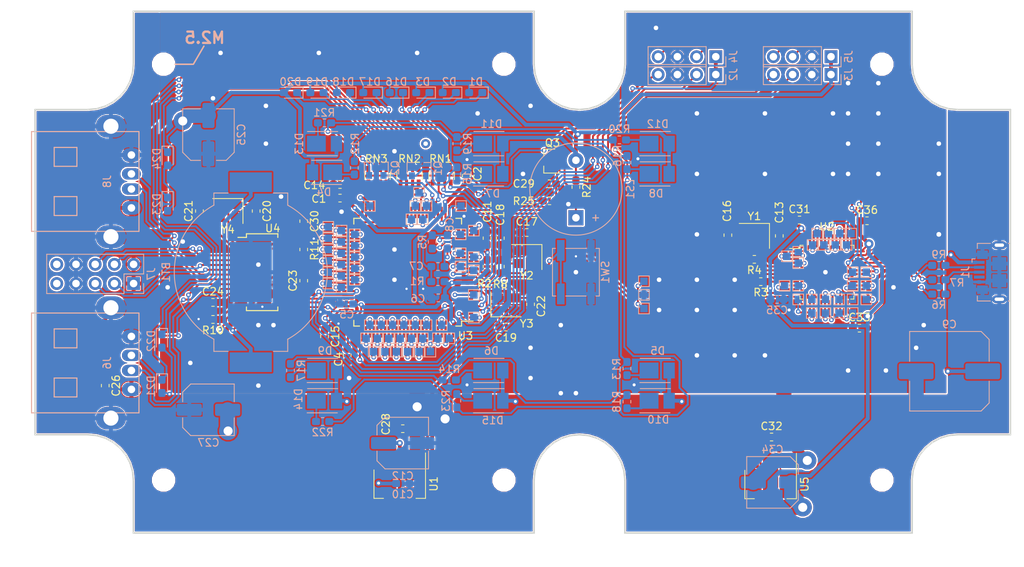
<source format=kicad_pcb>
(kicad_pcb (version 20171130) (host pcbnew "(5.0.1)")
  (layers (0 F.Cu signal hide) (31 B.Cu signal) (34 B.Paste user) (35 F.Paste user hide) (36 B.SilkS user) (37 F.SilkS user hide) (38 B.Mask user) (39 F.Mask user hide) (44 Edge.Cuts user))
  (net 0 "")
  (net 1 GND)
  (net 2 "Net-(BT1-Pad1)")
  (net 3 +3V3)
  (net 4 VSSA)
  (net 5 VDDA)
  (net 6 VBUS)
  (net 7 "Net-(C13-Pad2)")
  (net 8 "Net-(C14-Pad1)")
  (net 9 "Net-(C15-Pad1)")
  (net 10 "Net-(C16-Pad2)")
  (net 11 "Net-(C17-Pad2)")
  (net 12 "Net-(C18-Pad2)")
  (net 13 "Net-(C19-Pad2)")
  (net 14 "Net-(C20-Pad1)")
  (net 15 "Net-(C21-Pad1)")
  (net 16 "Net-(C22-Pad2)")
  (net 17 /3V3_HUB)
  (net 18 "Net-(C24-Pad2)")
  (net 19 "Net-(C29-Pad1)")
  (net 20 /LED0)
  (net 21 /LED1)
  (net 22 /LED2)
  (net 23 "Net-(D4-Pad1)")
  (net 24 "Net-(D10-Pad1)")
  (net 25 /LED3)
  (net 26 /LED4)
  (net 27 /LED5)
  (net 28 /LED6)
  (net 29 /LED7)
  (net 30 /LED8)
  (net 31 /LED9)
  (net 32 /LED10)
  (net 33 /LED11)
  (net 34 "Net-(J1-Pad2)")
  (net 35 "Net-(J1-Pad4)")
  (net 36 "Net-(J1-Pad3)")
  (net 37 /SWCLKH)
  (net 38 /SWDIOH)
  (net 39 /DBGH_TX)
  (net 40 /DBGH_RX)
  (net 41 /SWDIOD)
  (net 42 /SWCLKD)
  (net 43 /DBGD_RX)
  (net 44 /DBGD_TX)
  (net 45 "Net-(J6-Pad2)")
  (net 46 "Net-(J6-Pad3)")
  (net 47 "Net-(J7-Pad3)")
  (net 48 "Net-(J7-Pad4)")
  (net 49 "Net-(J7-Pad5)")
  (net 50 "Net-(J7-Pad6)")
  (net 51 "Net-(J7-Pad9)")
  (net 52 "Net-(J7-Pad10)")
  (net 53 "Net-(J8-Pad3)")
  (net 54 "Net-(J8-Pad2)")
  (net 55 "Net-(LS1-Pad1)")
  (net 56 /ALARM_LED_BLUE)
  (net 57 /ALARM_LED_PINK)
  (net 58 "Net-(R2-Pad1)")
  (net 59 "Net-(R3-Pad2)")
  (net 60 +3.3VA)
  (net 61 "Net-(R5-Pad1)")
  (net 62 /USBD_DP)
  (net 63 /USBD_DM)
  (net 64 "Net-(R10-Pad1)")
  (net 65 /HUB_NRST)
  (net 66 /PIEZO_OUT)
  (net 67 "Net-(SW1-Pad2)")
  (net 68 "Net-(TP1-Pad1)")
  (net 69 "Net-(TP2-Pad1)")
  (net 70 "Net-(TP3-Pad1)")
  (net 71 "Net-(TP4-Pad1)")
  (net 72 "Net-(TP5-Pad1)")
  (net 73 "Net-(TP6-Pad1)")
  (net 74 "Net-(TP7-Pad1)")
  (net 75 "Net-(TP8-Pad1)")
  (net 76 "Net-(TP9-Pad1)")
  (net 77 "Net-(TP10-Pad1)")
  (net 78 "Net-(TP11-Pad1)")
  (net 79 "Net-(TP12-Pad1)")
  (net 80 "Net-(TP13-Pad1)")
  (net 81 "Net-(TP14-Pad1)")
  (net 82 "Net-(TP15-Pad1)")
  (net 83 "Net-(TP16-Pad1)")
  (net 84 "Net-(TP17-Pad1)")
  (net 85 "Net-(TP18-Pad1)")
  (net 86 "Net-(TP19-Pad1)")
  (net 87 "Net-(TP20-Pad1)")
  (net 88 "Net-(TP21-Pad1)")
  (net 89 "Net-(TP22-Pad1)")
  (net 90 "Net-(TP23-Pad1)")
  (net 91 "Net-(TP24-Pad1)")
  (net 92 "Net-(TP25-Pad1)")
  (net 93 "Net-(TP26-Pad1)")
  (net 94 "Net-(TP27-Pad1)")
  (net 95 "Net-(TP28-Pad1)")
  (net 96 "Net-(TP29-Pad1)")
  (net 97 "Net-(TP30-Pad1)")
  (net 98 "Net-(TP31-Pad1)")
  (net 99 "Net-(TP32-Pad1)")
  (net 100 "Net-(TP33-Pad1)")
  (net 101 "Net-(TP34-Pad1)")
  (net 102 "Net-(TP35-Pad1)")
  (net 103 "Net-(TP36-Pad1)")
  (net 104 "Net-(TP37-Pad1)")
  (net 105 "Net-(TP38-Pad1)")
  (net 106 "Net-(TP39-Pad1)")
  (net 107 "Net-(TP40-Pad1)")
  (net 108 "Net-(TP41-Pad1)")
  (net 109 "Net-(TP42-Pad1)")
  (net 110 "Net-(TP43-Pad1)")
  (net 111 "Net-(TP44-Pad1)")
  (net 112 "Net-(TP45-Pad1)")
  (net 113 "Net-(TP46-Pad1)")
  (net 114 "Net-(TP47-Pad1)")
  (net 115 "Net-(TP48-Pad1)")
  (net 116 "Net-(TP49-Pad1)")
  (net 117 "Net-(TP50-Pad1)")
  (net 118 "Net-(TP51-Pad1)")
  (net 119 "Net-(TP52-Pad1)")
  (net 120 "Net-(TP53-Pad1)")
  (net 121 "Net-(TP54-Pad1)")
  (net 122 "Net-(TP55-Pad1)")
  (net 123 "Net-(TP56-Pad1)")
  (net 124 "Net-(TP57-Pad1)")
  (net 125 "Net-(TP58-Pad1)")
  (net 126 "Net-(TP59-Pad1)")
  (net 127 "Net-(TP60-Pad1)")
  (net 128 "Net-(TP61-Pad1)")
  (net 129 "Net-(TP62-Pad1)")
  (net 130 "Net-(TP63-Pad1)")
  (net 131 "Net-(TP64-Pad1)")
  (net 132 "Net-(TP65-Pad1)")
  (net 133 "Net-(TP66-Pad1)")
  (net 134 "Net-(TP67-Pad1)")
  (net 135 "Net-(TP68-Pad1)")
  (net 136 "Net-(TP69-Pad1)")
  (net 137 "Net-(TP70-Pad1)")
  (net 138 "Net-(TP71-Pad1)")
  (net 139 "Net-(TP72-Pad1)")
  (net 140 "Net-(TP73-Pad1)")
  (net 141 "Net-(TP74-Pad1)")
  (net 142 "Net-(TP75-Pad1)")
  (net 143 "Net-(TP76-Pad1)")
  (net 144 "Net-(TP77-Pad1)")
  (net 145 "Net-(TP78-Pad1)")
  (net 146 "Net-(TP79-Pad1)")
  (net 147 "Net-(TP80-Pad1)")
  (net 148 GNDA)
  (net 149 /SECURE_IF_F4RX)
  (net 150 /SECURE_IF_F4TX)
  (net 151 /USBH_DM)
  (net 152 /USBH_DP)
  (net 153 "Net-(U4-Pad22)")
  (net 154 "Net-(U4-Pad23)")
  (net 155 "Net-(U4-Pad24)")
  (net 156 "Net-(U4-Pad25)")
  (net 157 "Net-(D1-Pad1)")
  (net 158 "Net-(D2-Pad1)")
  (net 159 "Net-(D3-Pad1)")
  (net 160 "Net-(D16-Pad1)")
  (net 161 "Net-(D17-Pad1)")
  (net 162 "Net-(D18-Pad1)")
  (net 163 "Net-(D19-Pad1)")
  (net 164 "Net-(D20-Pad1)")
  (net 165 "Net-(D21-Pad1)")
  (net 166 "Net-(D22-Pad1)")
  (net 167 "Net-(D23-Pad1)")
  (net 168 "Net-(D24-Pad1)")
  (net 169 "Net-(D5-Pad1)")
  (net 170 "Net-(D6-Pad1)")
  (net 171 "Net-(D7-Pad1)")
  (net 172 "Net-(D8-Pad1)")
  (net 173 "Net-(D9-Pad1)")
  (net 174 "Net-(D11-Pad1)")
  (net 175 "Net-(D12-Pad1)")
  (net 176 "Net-(D13-Pad1)")
  (net 177 "Net-(D14-Pad1)")
  (net 178 "Net-(D15-Pad1)")
  (net 179 "Net-(Q1-Pad2)")
  (net 180 "Net-(Q2-Pad2)")
  (module MountingHole:MountingHole_2.7mm_M2.5 (layer F.Cu) (at 96.48 108.49)
    (fp_text reference REF** hide)
    (fp_text value MountingHole_2.7mm_M2.5)
    (pad 1 np_thru_hole circle (at 0 0) (size 2.7 2.7) (drill 2.7) (layers *.Cu *.Mask))
  )
  (module MountingHole:MountingHole_2.7mm_M2.5 (layer F.Cu) (at 146.47 108.49)
    (fp_text reference REF** hide)
    (fp_text value MountingHole_2.7mm_M2.5)
    (pad 1 np_thru_hole circle (at 0 0) (size 2.7 2.7) (drill 2.7) (layers *.Cu *.Mask))
  )
  (module MountingHole:MountingHole_2.7mm_M2.5 (layer F.Cu) (at 146.47 53.49)
    (fp_text reference REF** hide)
    (fp_text value MountingHole_2.7mm_M2.5)
    (pad 1 np_thru_hole circle (at 0 0) (size 2.7 2.7) (drill 2.7) (layers *.Cu *.Mask))
  )
  (module MountingHole:MountingHole_2.7mm_M2.5 (layer F.Cu) (at 96.47 53.49)
    (fp_text reference REF** hide)
    (fp_text value MountingHole_2.7mm_M2.5)
    (pad 1 np_thru_hole circle (at 0 0) (size 2.7 2.7) (drill 2.7) (layers *.Cu *.Mask))
  )
  (module MountingHole:MountingHole_2.7mm_M2.5 (layer F.Cu) (at 51.47 53.49)
    (fp_text reference REF** hide)
    (fp_text value MountingHole_2.7mm_M2.5)
    (pad 1 np_thru_hole circle (at 0 0) (size 2.7 2.7) (drill 2.7) (layers *.Cu *.Mask))
  )
  (module Resistor_SMD:R_0603_1608Metric_Pad1.05x0.95mm_HandSolder (layer B.Cu) (at 89.25 95.25 180)
    (fp_text reference R14 (at 0 1.43 180) (layer B.SilkS) (effects (justify mirror)))
    (fp_text value 100)
    (pad 1 smd roundrect (at -0.875 0 180) (size 1.05 0.95) (layers B.Cu B.Paste B.Mask) (net 170 "Net-(D6-Pad1)"))
    (pad 2 smd roundrect (at 0.875 0 180) (size 1.05 0.95) (layers B.Cu B.Paste B.Mask) (net 179 "Net-(Q1-Pad2)"))
  )
  (module footprints:USB_A_FEMALE_THT (layer B.Cu) (at 44.5 69 90)
    (fp_text reference J8 (at 0 -0.5 90) (layer B.SilkS) (effects (justify mirror)))
    (fp_text value USB_A)
    (pad 5 thru_hole oval (at -7.3 0 90) (size 3 4) (drill 2) (layers *.Cu *.Mask) (net 1 GND))
    (pad 5 thru_hole oval (at 7.3 0 90) (size 3 4) (drill 2) (layers *.Cu *.Mask) (net 1 GND))
    (pad 1 thru_hole oval (at -3.5 2.71 90) (size 1.8 2.5) (drill 1) (layers *.Cu *.Mask) (net 6 VBUS))
    (pad 4 thru_hole oval (at 3.5 2.71 90) (size 1.8 2.5) (drill 1) (layers *.Cu *.Mask) (net 1 GND))
    (pad 3 thru_hole oval (at 1 2.71 90) (size 1.5 2.5) (drill 1) (layers *.Cu *.Mask) (net 53 "Net-(J8-Pad3)"))
    (pad 2 thru_hole oval (at -1 2.71 90) (size 1.5 2.5) (drill 1) (layers *.Cu *.Mask) (net 54 "Net-(J8-Pad2)"))
  )
  (module Capacitor_SMD:C_Elec_10x10.2 (layer B.Cu) (at 155.4 94.1 180)
    (fp_text reference C9 (at 0 6.2 180) (layer B.SilkS) (effects (justify mirror)))
    (fp_text value 220u)
    (pad 1 smd roundrect (at -4.4 0 180) (size 4.6 2.1) (layers B.Cu B.Paste B.Mask) (roundrect_rratio 0.119048) (net 6 VBUS))
    (pad 2 smd roundrect (at 4.4 0 180) (size 4.6 2.1) (layers B.Cu B.Paste B.Mask) (roundrect_rratio 0.119048) (net 1 GND))
  )
  (module TestPoint:TestPoint_Pad_1.0x1.0mm (layer B.Cu) (at 90.8 72.25)
    (fp_text reference TP3 hide)
    (fp_text value TestPoint_Alt)
    (pad 1 smd rect (at 0 0) (size 1 1) (layers B.Cu B.Mask) (net 70 "Net-(TP3-Pad1)"))
  )
  (module TestPoint:TestPoint_Pad_1.0x1.0mm (layer B.Cu) (at 73.25 75)
    (fp_text reference TP47 hide)
    (fp_text value TestPoint_Alt)
    (pad 1 smd rect (at 0 0) (size 1 1) (layers B.Cu B.Mask) (net 114 "Net-(TP47-Pad1)"))
  )
  (module Battery:BatteryHolder_MPD_BC2003_1x2032 (layer B.Cu) (at 63 81 270)
    (fp_text reference BT1 (at 0 11.2 270) (layer B.SilkS) (effects (justify mirror)))
    (fp_text value CR2032)
    (pad 2 smd rect (at 0 0 270) (size 8 5.56) (layers B.Cu B.Paste B.Mask) (net 1 GND))
    (pad 1 smd rect (at 11.905 0 270) (size 2.6 5.56) (layers B.Cu B.Paste B.Mask) (net 2 "Net-(BT1-Pad1)"))
    (pad 1 smd rect (at -11.905 0 270) (size 2.6 5.56) (layers B.Cu B.Paste B.Mask) (net 2 "Net-(BT1-Pad1)"))
  )
  (module Capacitor_SMD:C_0603_1608Metric_Pad1.05x0.95mm_HandSolder (layer F.Cu) (at 74.8 71.2 180)
    (fp_text reference C1 (at 2.8 -0.1 180) (layer F.SilkS))
    (fp_text value 100n)
    (pad 2 smd roundrect (at 0.875 0 180) (size 1.05 0.95) (layers F.Cu F.Paste F.Mask) (net 1 GND))
    (pad 1 smd roundrect (at -0.875 0 180) (size 1.05 0.95) (layers F.Cu F.Paste F.Mask) (net 3 +3V3))
  )
  (module Capacitor_SMD:C_0603_1608Metric_Pad1.05x0.95mm_HandSolder (layer F.Cu) (at 91.5 68.25 90)
    (fp_text reference C2 (at 0.25 1.5 90) (layer F.SilkS))
    (fp_text value 100n)
    (pad 1 smd roundrect (at -0.875 0 90) (size 1.05 0.95) (layers F.Cu F.Paste F.Mask) (net 3 +3V3))
    (pad 2 smd roundrect (at 0.875 0 90) (size 1.05 0.95) (layers F.Cu F.Paste F.Mask) (net 1 GND))
  )
  (module Capacitor_SMD:C_0603_1608Metric_Pad1.05x0.95mm_HandSolder (layer F.Cu) (at 75.75 92 270)
    (fp_text reference C4 (at 0.5 1.15 270) (layer F.SilkS))
    (fp_text value 100n)
    (pad 2 smd roundrect (at 0.875 0 270) (size 1.05 0.95) (layers F.Cu F.Paste F.Mask) (net 1 GND))
    (pad 1 smd roundrect (at -0.875 0 270) (size 1.05 0.95) (layers F.Cu F.Paste F.Mask) (net 3 +3V3))
  )
  (module Capacitor_SMD:C_0603_1608Metric_Pad1.05x0.95mm_HandSolder (layer B.Cu) (at 75.675 85.2 180)
    (fp_text reference C5 (at -0.025 -1.4 180) (layer B.SilkS) (effects (justify mirror)))
    (fp_text value 100n)
    (pad 2 smd roundrect (at 0.875 0 180) (size 1.05 0.95) (layers B.Cu B.Paste B.Mask) (net 1 GND))
    (pad 1 smd roundrect (at -0.875 0 180) (size 1.05 0.95) (layers B.Cu B.Paste B.Mask) (net 3 +3V3))
  )
  (module Capacitor_SMD:C_0603_1608Metric_Pad1.05x0.95mm_HandSolder (layer B.Cu) (at 87.8 84.4 180)
    (fp_text reference C6 (at 2.7 -0.1 180) (layer B.SilkS) (effects (justify mirror)))
    (fp_text value 100n)
    (pad 1 smd roundrect (at -0.875 0 180) (size 1.05 0.95) (layers B.Cu B.Paste B.Mask) (net 3 +3V3))
    (pad 2 smd roundrect (at 0.875 0 180) (size 1.05 0.95) (layers B.Cu B.Paste B.Mask) (net 1 GND))
  )
  (module Capacitor_SMD:C_0603_1608Metric_Pad1.05x0.95mm_HandSolder (layer B.Cu) (at 87.75 80.25 180)
    (fp_text reference C7 (at 2.85 0.05 180) (layer B.SilkS) (effects (justify mirror)))
    (fp_text value 100n)
    (pad 1 smd roundrect (at -0.875 0 180) (size 1.05 0.95) (layers B.Cu B.Paste B.Mask) (net 4 VSSA))
    (pad 2 smd roundrect (at 0.875 0 180) (size 1.05 0.95) (layers B.Cu B.Paste B.Mask) (net 5 VDDA))
  )
  (module Capacitor_SMD:C_0603_1608Metric_Pad1.05x0.95mm_HandSolder (layer B.Cu) (at 89 77 270)
    (fp_text reference C8 (at -2.3 -0.3 270) (layer B.SilkS) (effects (justify mirror)))
    (fp_text value 10u)
    (pad 1 smd roundrect (at -0.875 0 270) (size 1.05 0.95) (layers B.Cu B.Paste B.Mask) (net 5 VDDA))
    (pad 2 smd roundrect (at 0.875 0 270) (size 1.05 0.95) (layers B.Cu B.Paste B.Mask) (net 4 VSSA))
  )
  (module Capacitor_SMD:C_0603_1608Metric_Pad1.05x0.95mm_HandSolder (layer B.Cu) (at 83.1 108.95)
    (fp_text reference C10 (at 0 1.43) (layer B.SilkS) (effects (justify mirror)))
    (fp_text value 100n)
    (pad 1 smd roundrect (at -0.875 0) (size 1.05 0.95) (layers B.Cu B.Paste B.Mask) (net 6 VBUS))
    (pad 2 smd roundrect (at 0.875 0) (size 1.05 0.95) (layers B.Cu B.Paste B.Mask) (net 1 GND))
  )
  (module Capacitor_SMD:C_0603_1608Metric_Pad1.05x0.95mm_HandSolder (layer F.Cu) (at 94.25 76.5 90)
    (fp_text reference C11 (at 3.5 0.05 90) (layer F.SilkS))
    (fp_text value 100n)
    (pad 2 smd roundrect (at 0.875 0 90) (size 1.05 0.95) (layers F.Cu F.Paste F.Mask) (net 1 GND))
    (pad 1 smd roundrect (at -0.875 0 90) (size 1.05 0.95) (layers F.Cu F.Paste F.Mask) (net 3 +3V3))
  )
  (module Capacitor_SMD:C_0603_1608Metric_Pad1.05x0.95mm_HandSolder (layer F.Cu) (at 132.9 76.2 90)
    (fp_text reference C13 (at 3.1 0 90) (layer F.SilkS))
    (fp_text value 12p)
    (pad 2 smd roundrect (at 0.875 0 90) (size 1.05 0.95) (layers F.Cu F.Paste F.Mask) (net 7 "Net-(C13-Pad2)"))
    (pad 1 smd roundrect (at -0.875 0 90) (size 1.05 0.95) (layers F.Cu F.Paste F.Mask) (net 148 GNDA))
  )
  (module Capacitor_SMD:C_0603_1608Metric_Pad1.05x0.95mm_HandSolder (layer F.Cu) (at 74.8 69.4 180)
    (fp_text reference C14 (at 3.4 -0.1 180) (layer F.SilkS))
    (fp_text value 10u)
    (pad 1 smd roundrect (at -0.875 0 180) (size 1.05 0.95) (layers F.Cu F.Paste F.Mask) (net 8 "Net-(C14-Pad1)"))
    (pad 2 smd roundrect (at 0.875 0 180) (size 1.05 0.95) (layers F.Cu F.Paste F.Mask) (net 1 GND))
  )
  (module Capacitor_SMD:C_0603_1608Metric_Pad1.05x0.95mm_HandSolder (layer F.Cu) (at 72.75 89.5 270)
    (fp_text reference C15 (at 0 -1.43 270) (layer F.SilkS))
    (fp_text value 10u)
    (pad 2 smd roundrect (at 0.875 0 270) (size 1.05 0.95) (layers F.Cu F.Paste F.Mask) (net 1 GND))
    (pad 1 smd roundrect (at -0.875 0 270) (size 1.05 0.95) (layers F.Cu F.Paste F.Mask) (net 9 "Net-(C15-Pad1)"))
  )
  (module Capacitor_SMD:C_0603_1608Metric_Pad1.05x0.95mm_HandSolder (layer F.Cu) (at 126.1 76.1 270)
    (fp_text reference C16 (at -3.2 0.1 270) (layer F.SilkS))
    (fp_text value 12p)
    (pad 1 smd roundrect (at -0.875 0 270) (size 1.05 0.95) (layers F.Cu F.Paste F.Mask) (net 148 GNDA))
    (pad 2 smd roundrect (at 0.875 0 270) (size 1.05 0.95) (layers F.Cu F.Paste F.Mask) (net 10 "Net-(C16-Pad2)"))
  )
  (module Capacitor_SMD:C_0603_1608Metric_Pad1.05x0.95mm_HandSolder (layer F.Cu) (at 99.5 75.75)
    (fp_text reference C17 (at 0 -1.43) (layer F.SilkS))
    (fp_text value 12p)
    (pad 1 smd roundrect (at -0.875 0) (size 1.05 0.95) (layers F.Cu F.Paste F.Mask) (net 1 GND))
    (pad 2 smd roundrect (at 0.875 0) (size 1.05 0.95) (layers F.Cu F.Paste F.Mask) (net 11 "Net-(C17-Pad2)"))
  )
  (module Capacitor_SMD:C_0603_1608Metric_Pad1.05x0.95mm_HandSolder (layer F.Cu) (at 96 76.5 270)
    (fp_text reference C18 (at -3.1 0 270) (layer F.SilkS))
    (fp_text value 12p)
    (pad 2 smd roundrect (at 0.875 0 270) (size 1.05 0.95) (layers F.Cu F.Paste F.Mask) (net 12 "Net-(C18-Pad2)"))
    (pad 1 smd roundrect (at -0.875 0 270) (size 1.05 0.95) (layers F.Cu F.Paste F.Mask) (net 1 GND))
  )
  (module Capacitor_SMD:C_0603_1608Metric_Pad1.05x0.95mm_HandSolder (layer F.Cu) (at 96.75 88.25 180)
    (fp_text reference C19 (at 0 -1.43 180) (layer F.SilkS))
    (fp_text value 12p)
    (pad 2 smd roundrect (at 0.875 0 180) (size 1.05 0.95) (layers F.Cu F.Paste F.Mask) (net 13 "Net-(C19-Pad2)"))
    (pad 1 smd roundrect (at -0.875 0 180) (size 1.05 0.95) (layers F.Cu F.Paste F.Mask) (net 1 GND))
  )
  (module Capacitor_SMD:C_0603_1608Metric_Pad1.05x0.95mm_HandSolder (layer F.Cu) (at 63.711221 72.912062 270)
    (fp_text reference C20 (at 0 -1.43 270) (layer F.SilkS))
    (fp_text value 22p)
    (pad 2 smd roundrect (at 0.875 0 270) (size 1.05 0.95) (layers F.Cu F.Paste F.Mask) (net 1 GND))
    (pad 1 smd roundrect (at -0.875 0 270) (size 1.05 0.95) (layers F.Cu F.Paste F.Mask) (net 14 "Net-(C20-Pad1)"))
  )
  (module Capacitor_SMD:C_0603_1608Metric_Pad1.05x0.95mm_HandSolder (layer F.Cu) (at 56.211221 72.912062 90)
    (fp_text reference C21 (at 0 -1.43 90) (layer F.SilkS))
    (fp_text value 22p)
    (pad 1 smd roundrect (at -0.875 0 90) (size 1.05 0.95) (layers F.Cu F.Paste F.Mask) (net 15 "Net-(C21-Pad1)"))
    (pad 2 smd roundrect (at 0.875 0 90) (size 1.05 0.95) (layers F.Cu F.Paste F.Mask) (net 1 GND))
  )
  (module Capacitor_SMD:C_0603_1608Metric_Pad1.05x0.95mm_HandSolder (layer F.Cu) (at 100 85.25 90)
    (fp_text reference C22 (at -0.25 1.4 90) (layer F.SilkS))
    (fp_text value 12p)
    (pad 1 smd roundrect (at -0.875 0 90) (size 1.05 0.95) (layers F.Cu F.Paste F.Mask) (net 1 GND))
    (pad 2 smd roundrect (at 0.875 0 90) (size 1.05 0.95) (layers F.Cu F.Paste F.Mask) (net 16 "Net-(C22-Pad2)"))
  )
  (module Capacitor_SMD:C_0603_1608Metric_Pad1.05x0.95mm_HandSolder (layer F.Cu) (at 70 82.125 90)
    (fp_text reference C23 (at 0 -1.43 90) (layer F.SilkS))
    (fp_text value 10u)
    (pad 1 smd roundrect (at -0.875 0 90) (size 1.05 0.95) (layers F.Cu F.Paste F.Mask) (net 1 GND))
    (pad 2 smd roundrect (at 0.875 0 90) (size 1.05 0.95) (layers F.Cu F.Paste F.Mask) (net 17 /3V3_HUB))
  )
  (module Capacitor_SMD:C_0603_1608Metric_Pad1.05x0.95mm_HandSolder (layer F.Cu) (at 58 85)
    (fp_text reference C24 (at 0 -1.43) (layer F.SilkS))
    (fp_text value 10u)
    (pad 2 smd roundrect (at 0.875 0) (size 1.05 0.95) (layers F.Cu F.Paste F.Mask) (net 18 "Net-(C24-Pad2)"))
    (pad 1 smd roundrect (at -0.875 0) (size 1.05 0.95) (layers F.Cu F.Paste F.Mask) (net 1 GND))
  )
  (module Capacitor_SMD:C_0603_1608Metric_Pad1.05x0.95mm_HandSolder (layer F.Cu) (at 43.75 96 270)
    (fp_text reference C26 (at 0 -1.43 270) (layer F.SilkS))
    (fp_text value 100n)
    (pad 1 smd roundrect (at -0.875 0 270) (size 1.05 0.95) (layers F.Cu F.Paste F.Mask) (net 1 GND))
    (pad 2 smd roundrect (at 0.875 0 270) (size 1.05 0.95) (layers F.Cu F.Paste F.Mask) (net 6 VBUS))
  )
  (module Capacitor_SMD:C_0603_1608Metric_Pad1.05x0.95mm_HandSolder (layer F.Cu) (at 83.1 101.7 180)
    (fp_text reference C28 (at 2.23 0.6 90) (layer F.SilkS))
    (fp_text value 100n)
    (pad 1 smd roundrect (at -0.875 0 180) (size 1.05 0.95) (layers F.Cu F.Paste F.Mask) (net 1 GND))
    (pad 2 smd roundrect (at 0.875 0 180) (size 1.05 0.95) (layers F.Cu F.Paste F.Mask) (net 6 VBUS))
  )
  (module Capacitor_SMD:C_0603_1608Metric_Pad1.05x0.95mm_HandSolder (layer F.Cu) (at 102.50704 69.312058 180)
    (fp_text reference C29 (at 3.40704 0.012058 180) (layer F.SilkS))
    (fp_text value 100p)
    (pad 1 smd roundrect (at -0.875 0 180) (size 1.05 0.95) (layers F.Cu F.Paste F.Mask) (net 19 "Net-(C29-Pad1)"))
    (pad 2 smd roundrect (at 0.875 0 180) (size 1.05 0.95) (layers F.Cu F.Paste F.Mask) (net 1 GND))
  )
  (module LED_SMD:LED_0603_1608Metric_Pad1.05x0.95mm_HandSolder (layer B.Cu) (at 92.75 57.25 180)
    (fp_text reference D1 (at 0 1.43 180) (layer B.SilkS) (effects (justify mirror)))
    (fp_text value red)
    (pad 2 smd roundrect (at 0.875 0 180) (size 1.05 0.95) (layers B.Cu B.Paste B.Mask) (net 6 VBUS))
    (pad 1 smd roundrect (at -0.875 0 180) (size 1.05 0.95) (layers B.Cu B.Paste B.Mask) (net 157 "Net-(D1-Pad1)"))
  )
  (module LED_SMD:LED_0603_1608Metric_Pad1.05x0.95mm_HandSolder (layer B.Cu) (at 89.25 57.25 180)
    (fp_text reference D2 (at 0 1.43 180) (layer B.SilkS) (effects (justify mirror)))
    (fp_text value red)
    (pad 1 smd roundrect (at -0.875 0 180) (size 1.05 0.95) (layers B.Cu B.Paste B.Mask) (net 158 "Net-(D2-Pad1)"))
    (pad 2 smd roundrect (at 0.875 0 180) (size 1.05 0.95) (layers B.Cu B.Paste B.Mask) (net 6 VBUS))
  )
  (module LED_SMD:LED_0603_1608Metric_Pad1.05x0.95mm_HandSolder (layer B.Cu) (at 85.75 57.25 180)
    (fp_text reference D3 (at 0 1.43 180) (layer B.SilkS) (effects (justify mirror)))
    (fp_text value red)
    (pad 2 smd roundrect (at 0.875 0 180) (size 1.05 0.95) (layers B.Cu B.Paste B.Mask) (net 6 VBUS))
    (pad 1 smd roundrect (at -0.875 0 180) (size 1.05 0.95) (layers B.Cu B.Paste B.Mask) (net 159 "Net-(D3-Pad1)"))
  )
  (module LED_SMD:LED_PLCC_2835_Handsoldering (layer B.Cu) (at 72.5 67.8 180)
    (fp_text reference D4 (at -0.18 -2.6 180) (layer B.SilkS) (effects (justify mirror)))
    (fp_text value "Ice blue")
    (pad 1 smd rect (at -1.33 0) (size 2.5 2.1) (layers B.Cu B.Paste B.Mask) (net 23 "Net-(D4-Pad1)"))
    (pad 2 smd rect (at 1.33 0) (size 1.5 2.1) (layers B.Cu B.Paste B.Mask) (net 6 VBUS))
  )
  (module LED_SMD:LED_PLCC_2835_Handsoldering (layer B.Cu) (at 117 94)
    (fp_text reference D5 (at -0.18 -2.6) (layer B.SilkS) (effects (justify mirror)))
    (fp_text value "Ice blue")
    (pad 1 smd rect (at -1.33 0 180) (size 2.5 2.1) (layers B.Cu B.Paste B.Mask) (net 169 "Net-(D5-Pad1)"))
    (pad 2 smd rect (at 1.33 0 180) (size 1.5 2.1) (layers B.Cu B.Paste B.Mask) (net 6 VBUS))
  )
  (module LED_SMD:LED_PLCC_2835_Handsoldering (layer B.Cu) (at 95 94)
    (fp_text reference D6 (at -0.18 -2.6) (layer B.SilkS) (effects (justify mirror)))
    (fp_text value "Ice blue")
    (pad 2 smd rect (at 1.33 0 180) (size 1.5 2.1) (layers B.Cu B.Paste B.Mask) (net 6 VBUS))
    (pad 1 smd rect (at -1.33 0 180) (size 2.5 2.1) (layers B.Cu B.Paste B.Mask) (net 170 "Net-(D6-Pad1)"))
  )
  (module LED_SMD:LED_PLCC_2835_Handsoldering (layer B.Cu) (at 95 68)
    (fp_text reference D7 (at 0 2.6) (layer B.SilkS) (effects (justify mirror)))
    (fp_text value "Ice blue")
    (pad 1 smd rect (at -1.33 0 180) (size 2.5 2.1) (layers B.Cu B.Paste B.Mask) (net 171 "Net-(D7-Pad1)"))
    (pad 2 smd rect (at 1.33 0 180) (size 1.5 2.1) (layers B.Cu B.Paste B.Mask) (net 6 VBUS))
  )
  (module LED_SMD:LED_PLCC_2835_Handsoldering (layer B.Cu) (at 117 68)
    (fp_text reference D8 (at -0.4 2.6) (layer B.SilkS) (effects (justify mirror)))
    (fp_text value "Ice blue")
    (pad 2 smd rect (at 1.33 0 180) (size 1.5 2.1) (layers B.Cu B.Paste B.Mask) (net 6 VBUS))
    (pad 1 smd rect (at -1.33 0 180) (size 2.5 2.1) (layers B.Cu B.Paste B.Mask) (net 172 "Net-(D8-Pad1)"))
  )
  (module LED_SMD:LED_PLCC_2835_Handsoldering (layer B.Cu) (at 73 94)
    (fp_text reference D9 (at -0.18 -2.6) (layer B.SilkS) (effects (justify mirror)))
    (fp_text value "Ice blue")
    (pad 2 smd rect (at 1.33 0 180) (size 1.5 2.1) (layers B.Cu B.Paste B.Mask) (net 6 VBUS))
    (pad 1 smd rect (at -1.33 0 180) (size 2.5 2.1) (layers B.Cu B.Paste B.Mask) (net 173 "Net-(D9-Pad1)"))
  )
  (module LED_SMD:LED_PLCC_2835_Handsoldering (layer B.Cu) (at 117 98)
    (fp_text reference D10 (at -0.1 2.5) (layer B.SilkS) (effects (justify mirror)))
    (fp_text value pink)
    (pad 2 smd rect (at 1.33 0 180) (size 1.5 2.1) (layers B.Cu B.Paste B.Mask) (net 6 VBUS))
    (pad 1 smd rect (at -1.33 0 180) (size 2.5 2.1) (layers B.Cu B.Paste B.Mask) (net 24 "Net-(D10-Pad1)"))
  )
  (module LED_SMD:LED_PLCC_2835_Handsoldering (layer B.Cu) (at 95 64)
    (fp_text reference D11 (at -0.18 -2.6) (layer B.SilkS) (effects (justify mirror)))
    (fp_text value pink)
    (pad 1 smd rect (at -1.33 0 180) (size 2.5 2.1) (layers B.Cu B.Paste B.Mask) (net 174 "Net-(D11-Pad1)"))
    (pad 2 smd rect (at 1.33 0 180) (size 1.5 2.1) (layers B.Cu B.Paste B.Mask) (net 6 VBUS))
  )
  (module LED_SMD:LED_PLCC_2835_Handsoldering (layer B.Cu) (at 117 64)
    (fp_text reference D12 (at -0.18 -2.6) (layer B.SilkS) (effects (justify mirror)))
    (fp_text value pink)
    (pad 2 smd rect (at 1.33 0 180) (size 1.5 2.1) (layers B.Cu B.Paste B.Mask) (net 6 VBUS))
    (pad 1 smd rect (at -1.33 0 180) (size 2.5 2.1) (layers B.Cu B.Paste B.Mask) (net 175 "Net-(D12-Pad1)"))
  )
  (module LED_SMD:LED_PLCC_2835_Handsoldering (layer B.Cu) (at 73 64)
    (fp_text reference D13 (at -3.6 0 90) (layer B.SilkS) (effects (justify mirror)))
    (fp_text value pink)
    (pad 2 smd rect (at 1.33 0 180) (size 1.5 2.1) (layers B.Cu B.Paste B.Mask) (net 6 VBUS))
    (pad 1 smd rect (at -1.33 0 180) (size 2.5 2.1) (layers B.Cu B.Paste B.Mask) (net 176 "Net-(D13-Pad1)"))
  )
  (module LED_SMD:LED_PLCC_2835_Handsoldering (layer B.Cu) (at 73 98)
    (fp_text reference D14 (at -3.7 -0.2 90) (layer B.SilkS) (effects (justify mirror)))
    (fp_text value pink)
    (pad 1 smd rect (at -1.33 0 180) (size 2.5 2.1) (layers B.Cu B.Paste B.Mask) (net 177 "Net-(D14-Pad1)"))
    (pad 2 smd rect (at 1.33 0 180) (size 1.5 2.1) (layers B.Cu B.Paste B.Mask) (net 6 VBUS))
  )
  (module LED_SMD:LED_PLCC_2835_Handsoldering (layer B.Cu) (at 95 98)
    (fp_text reference D15 (at 0 2.6) (layer B.SilkS) (effects (justify mirror)))
    (fp_text value pink)
    (pad 1 smd rect (at -1.33 0 180) (size 2.5 2.1) (layers B.Cu B.Paste B.Mask) (net 178 "Net-(D15-Pad1)"))
    (pad 2 smd rect (at 1.33 0 180) (size 1.5 2.1) (layers B.Cu B.Paste B.Mask) (net 6 VBUS))
  )
  (module LED_SMD:LED_0603_1608Metric_Pad1.05x0.95mm_HandSolder (layer B.Cu) (at 82.25 57.25 180)
    (fp_text reference D16 (at 0 1.43 180) (layer B.SilkS) (effects (justify mirror)))
    (fp_text value red)
    (pad 1 smd roundrect (at -0.875 0 180) (size 1.05 0.95) (layers B.Cu B.Paste B.Mask) (net 160 "Net-(D16-Pad1)"))
    (pad 2 smd roundrect (at 0.875 0 180) (size 1.05 0.95) (layers B.Cu B.Paste B.Mask) (net 6 VBUS))
  )
  (module LED_SMD:LED_0603_1608Metric_Pad1.05x0.95mm_HandSolder (layer B.Cu) (at 78.75 57.25 180)
    (fp_text reference D17 (at 0 1.43 180) (layer B.SilkS) (effects (justify mirror)))
    (fp_text value red)
    (pad 2 smd roundrect (at 0.875 0 180) (size 1.05 0.95) (layers B.Cu B.Paste B.Mask) (net 6 VBUS))
    (pad 1 smd roundrect (at -0.875 0 180) (size 1.05 0.95) (layers B.Cu B.Paste B.Mask) (net 161 "Net-(D17-Pad1)"))
  )
  (module LED_SMD:LED_0603_1608Metric_Pad1.05x0.95mm_HandSolder (layer B.Cu) (at 75.25 57.25 180)
    (fp_text reference D18 (at 0 1.43 180) (layer B.SilkS) (effects (justify mirror)))
    (fp_text value red)
    (pad 1 smd roundrect (at -0.875 0 180) (size 1.05 0.95) (layers B.Cu B.Paste B.Mask) (net 162 "Net-(D18-Pad1)"))
    (pad 2 smd roundrect (at 0.875 0 180) (size 1.05 0.95) (layers B.Cu B.Paste B.Mask) (net 6 VBUS))
  )
  (module LED_SMD:LED_0603_1608Metric_Pad1.05x0.95mm_HandSolder (layer B.Cu) (at 71.75 57.25 180)
    (fp_text reference D19 (at 0 1.43 180) (layer B.SilkS) (effects (justify mirror)))
    (fp_text value red)
    (pad 2 smd roundrect (at 0.875 0 180) (size 1.05 0.95) (layers B.Cu B.Paste B.Mask) (net 6 VBUS))
    (pad 1 smd roundrect (at -0.875 0 180) (size 1.05 0.95) (layers B.Cu B.Paste B.Mask) (net 163 "Net-(D19-Pad1)"))
  )
  (module LED_SMD:LED_0603_1608Metric_Pad1.05x0.95mm_HandSolder (layer B.Cu) (at 68.25 57.25 180)
    (fp_text reference D20 (at 0 1.43 180) (layer B.SilkS) (effects (justify mirror)))
    (fp_text value red)
    (pad 1 smd roundrect (at -0.875 0 180) (size 1.05 0.95) (layers B.Cu B.Paste B.Mask) (net 164 "Net-(D20-Pad1)"))
    (pad 2 smd roundrect (at 0.875 0 180) (size 1.05 0.95) (layers B.Cu B.Paste B.Mask) (net 6 VBUS))
  )
  (module LED_SMD:LED_0603_1608Metric_Pad1.05x0.95mm_HandSolder (layer B.Cu) (at 51.25 96.1 270)
    (fp_text reference D21 (at 0 1.43 270) (layer B.SilkS) (effects (justify mirror)))
    (fp_text value red)
    (pad 2 smd roundrect (at 0.875 0 270) (size 1.05 0.95) (layers B.Cu B.Paste B.Mask) (net 6 VBUS))
    (pad 1 smd roundrect (at -0.875 0 270) (size 1.05 0.95) (layers B.Cu B.Paste B.Mask) (net 165 "Net-(D21-Pad1)"))
  )
  (module LED_SMD:LED_0603_1608Metric_Pad1.05x0.95mm_HandSolder (layer B.Cu) (at 51.25 90.1 270)
    (fp_text reference D22 (at 0 1.43 270) (layer B.SilkS) (effects (justify mirror)))
    (fp_text value red)
    (pad 1 smd roundrect (at -0.875 0 270) (size 1.05 0.95) (layers B.Cu B.Paste B.Mask) (net 166 "Net-(D22-Pad1)"))
    (pad 2 smd roundrect (at 0.875 0 270) (size 1.05 0.95) (layers B.Cu B.Paste B.Mask) (net 6 VBUS))
  )
  (module LED_SMD:LED_0603_1608Metric_Pad1.05x0.95mm_HandSolder (layer B.Cu) (at 52 72 270)
    (fp_text reference D23 (at 0 1.43 270) (layer B.SilkS) (effects (justify mirror)))
    (fp_text value red)
    (pad 2 smd roundrect (at 0.875 0 270) (size 1.05 0.95) (layers B.Cu B.Paste B.Mask) (net 6 VBUS))
    (pad 1 smd roundrect (at -0.875 0 270) (size 1.05 0.95) (layers B.Cu B.Paste B.Mask) (net 167 "Net-(D23-Pad1)"))
  )
  (module LED_SMD:LED_0603_1608Metric_Pad1.05x0.95mm_HandSolder (layer B.Cu) (at 52 66 270)
    (fp_text reference D24 (at 0 1.43 270) (layer B.SilkS) (effects (justify mirror)))
    (fp_text value red)
    (pad 1 smd roundrect (at -0.875 0 270) (size 1.05 0.95) (layers B.Cu B.Paste B.Mask) (net 168 "Net-(D24-Pad1)"))
    (pad 2 smd roundrect (at 0.875 0 270) (size 1.05 0.95) (layers B.Cu B.Paste B.Mask) (net 6 VBUS))
  )
  (module Connector_USB:USB_Micro-B_GCT_USB3076-30-A (layer B.Cu) (at 160.8 81 270)
    (fp_text reference J1 (at 0 3.3 270) (layer B.SilkS) (effects (justify mirror)))
    (fp_text value USB_B_Micro)
    (pad 6 smd rect (at 1.125 -1.2 270) (size 1.75 1.9) (layers B.Cu B.Paste B.Mask) (net 1 GND))
    (pad 2 smd rect (at -0.65 1.45 270) (size 0.4 1.4) (layers B.Cu B.Paste B.Mask) (net 34 "Net-(J1-Pad2)"))
    (pad 1 smd rect (at -1.3 1.45 270) (size 0.4 1.4) (layers B.Cu B.Paste B.Mask) (net 6 VBUS))
    (pad 5 smd rect (at 1.3 1.45 270) (size 0.4 1.4) (layers B.Cu B.Paste B.Mask) (net 1 GND))
    (pad 4 smd rect (at 0.65 1.45 270) (size 0.4 1.4) (layers B.Cu B.Paste B.Mask) (net 35 "Net-(J1-Pad4)"))
    (pad 3 smd rect (at 0 1.45 270) (size 0.4 1.4) (layers B.Cu B.Paste B.Mask) (net 36 "Net-(J1-Pad3)"))
    (pad 6 smd rect (at -1.125 -1.2 270) (size 1.75 1.9) (layers B.Cu B.Paste B.Mask) (net 1 GND))
    (pad 6 thru_hole oval (at -3.575 -1.2 90) (size 1.05 1.9) (drill oval 0.45 1.25) (layers *.Cu *.Mask) (net 1 GND))
    (pad 6 thru_hole oval (at 3.575 -1.2 270) (size 1.05 1.9) (drill oval 0.45 1.25) (layers *.Cu *.Mask) (net 1 GND))
    (pad 6 smd rect (at 2.32 1.03 270) (size 1.15 1.45) (layers B.Cu B.Paste B.Mask) (net 1 GND))
    (pad 6 smd rect (at -2.32 1.03 270) (size 1.15 1.45) (layers B.Cu B.Paste B.Mask) (net 1 GND))
  )
  (module Connector_PinHeader_2.54mm:PinHeader_1x04_P2.54mm_Vertical (layer B.Cu) (at 124.5 54.86 90)
    (fp_text reference J2 (at 0 2.33 90) (layer B.SilkS) (effects (justify mirror)))
    (fp_text value SWD_HOST)
    (pad 4 thru_hole oval (at 0 -7.62 90) (size 1.7 1.7) (drill 1) (layers *.Cu *.Mask) (net 38 /SWDIOH))
    (pad 3 thru_hole oval (at 0 -5.08 90) (size 1.7 1.7) (drill 1) (layers *.Cu *.Mask) (net 148 GNDA))
    (pad 2 thru_hole oval (at 0 -2.54 90) (size 1.7 1.7) (drill 1) (layers *.Cu *.Mask) (net 37 /SWCLKH))
    (pad 1 thru_hole rect (at 0 0 90) (size 1.7 1.7) (drill 1) (layers *.Cu *.Mask) (net 3 +3V3))
  )
  (module Connector_PinHeader_2.54mm:PinHeader_1x04_P2.54mm_Vertical (layer B.Cu) (at 139.74 54.86 90)
    (fp_text reference J3 (at 0 2.33 90) (layer B.SilkS) (effects (justify mirror)))
    (fp_text value UART_HOST)
    (pad 4 thru_hole oval (at 0 -7.62 90) (size 1.7 1.7) (drill 1) (layers *.Cu *.Mask) (net 39 /DBGH_TX))
    (pad 3 thru_hole oval (at 0 -5.08 90) (size 1.7 1.7) (drill 1) (layers *.Cu *.Mask) (net 40 /DBGH_RX))
    (pad 2 thru_hole oval (at 0 -2.54 90) (size 1.7 1.7) (drill 1) (layers *.Cu *.Mask) (net 148 GNDA))
    (pad 1 thru_hole rect (at 0 0 90) (size 1.7 1.7) (drill 1) (layers *.Cu *.Mask) (net 6 VBUS))
  )
  (module Connector_PinHeader_2.54mm:PinHeader_1x04_P2.54mm_Vertical (layer B.Cu) (at 124.5 52.5 90)
    (fp_text reference J4 (at 0 2.33 90) (layer B.SilkS) (effects (justify mirror)))
    (fp_text value SWD_DEVICE)
    (pad 4 thru_hole oval (at 0 -7.62 90) (size 1.7 1.7) (drill 1) (layers *.Cu *.Mask) (net 41 /SWDIOD))
    (pad 3 thru_hole oval (at 0 -5.08 90) (size 1.7 1.7) (drill 1) (layers *.Cu *.Mask) (net 148 GNDA))
    (pad 2 thru_hole oval (at 0 -2.54 90) (size 1.7 1.7) (drill 1) (layers *.Cu *.Mask) (net 42 /SWCLKD))
    (pad 1 thru_hole rect (at 0 0 90) (size 1.7 1.7) (drill 1) (layers *.Cu *.Mask) (net 3 +3V3))
  )
  (module Connector_PinHeader_2.54mm:PinHeader_1x04_P2.54mm_Vertical (layer B.Cu) (at 139.74 52.5 90)
    (fp_text reference J5 (at 0 2.33 90) (layer B.SilkS) (effects (justify mirror)))
    (fp_text value UART_DEVICE)
    (pad 1 thru_hole rect (at 0 0 90) (size 1.7 1.7) (drill 1) (layers *.Cu *.Mask) (net 6 VBUS))
    (pad 2 thru_hole oval (at 0 -2.54 90) (size 1.7 1.7) (drill 1) (layers *.Cu *.Mask) (net 148 GNDA))
    (pad 3 thru_hole oval (at 0 -5.08 90) (size 1.7 1.7) (drill 1) (layers *.Cu *.Mask) (net 43 /DBGD_RX))
    (pad 4 thru_hole oval (at 0 -7.62 90) (size 1.7 1.7) (drill 1) (layers *.Cu *.Mask) (net 44 /DBGD_TX))
  )
  (module Connector_PinHeader_2.54mm:PinHeader_2x05_P2.54mm_Vertical (layer B.Cu) (at 47.5 82.5 90)
    (fp_text reference J7 (at 1.27 2.33 90) (layer B.SilkS) (effects (justify mirror)))
    (fp_text value USB_SPARE)
    (pad 1 thru_hole rect (at 0 0 90) (size 1.7 1.7) (drill 1) (layers *.Cu *.Mask) (net 6 VBUS))
    (pad 2 thru_hole oval (at 2.54 0 90) (size 1.7 1.7) (drill 1) (layers *.Cu *.Mask) (net 6 VBUS))
    (pad 3 thru_hole oval (at 0 -2.54 90) (size 1.7 1.7) (drill 1) (layers *.Cu *.Mask) (net 47 "Net-(J7-Pad3)"))
    (pad 4 thru_hole oval (at 2.54 -2.54 90) (size 1.7 1.7) (drill 1) (layers *.Cu *.Mask) (net 48 "Net-(J7-Pad4)"))
    (pad 5 thru_hole oval (at 0 -5.08 90) (size 1.7 1.7) (drill 1) (layers *.Cu *.Mask) (net 49 "Net-(J7-Pad5)"))
    (pad 6 thru_hole oval (at 2.54 -5.08 90) (size 1.7 1.7) (drill 1) (layers *.Cu *.Mask) (net 50 "Net-(J7-Pad6)"))
    (pad 7 thru_hole oval (at 0 -7.62 90) (size 1.7 1.7) (drill 1) (layers *.Cu *.Mask) (net 1 GND))
    (pad 8 thru_hole oval (at 2.54 -7.62 90) (size 1.7 1.7) (drill 1) (layers *.Cu *.Mask) (net 1 GND))
    (pad 9 thru_hole oval (at 0 -10.16 90) (size 1.7 1.7) (drill 1) (layers *.Cu *.Mask) (net 51 "Net-(J7-Pad9)"))
    (pad 10 thru_hole oval (at 2.54 -10.16 90) (size 1.7 1.7) (drill 1) (layers *.Cu *.Mask) (net 52 "Net-(J7-Pad10)"))
  )
  (module Buzzer_Beeper:Buzzer_12x9.5RM7.6 (layer B.Cu) (at 106 73.8 90)
    (fp_text reference LS1 (at 3.8 7.2 90) (layer B.SilkS) (effects (justify mirror)))
    (fp_text value "12mm passive piezo")
    (fp_text user + (at -0.01 2.54 90) (layer B.SilkS) (effects (justify mirror)))
    (pad 1 thru_hole rect (at 0 0 90) (size 2 2) (drill 1) (layers *.Cu *.Mask) (net 55 "Net-(LS1-Pad1)"))
    (pad 2 thru_hole circle (at 7.6 0 90) (size 2 2) (drill 1) (layers *.Cu *.Mask) (net 6 VBUS))
  )
  (module TO_SOT_Packages_SMD:SOT-23 (layer B.Cu) (at 85.25 67.25 90)
    (fp_text reference Q1 (at 0 2.5 90) (layer B.SilkS) (effects (justify mirror)))
    (fp_text value AO3400)
    (pad 3 smd rect (at 1 0 90) (size 0.9 0.8) (layers B.Cu B.Paste B.Mask) (net 1 GND))
    (pad 2 smd rect (at -1 -0.95 90) (size 0.9 0.8) (layers B.Cu B.Paste B.Mask) (net 179 "Net-(Q1-Pad2)"))
    (pad 1 smd rect (at -1 0.95 90) (size 0.9 0.8) (layers B.Cu B.Paste B.Mask) (net 56 /ALARM_LED_BLUE))
  )
  (module TO_SOT_Packages_SMD:SOT-23 (layer B.Cu) (at 79.6 67.2 90)
    (fp_text reference Q2 (at 0 2.5 90) (layer B.SilkS) (effects (justify mirror)))
    (fp_text value AO3400)
    (pad 1 smd rect (at -1 0.95 90) (size 0.9 0.8) (layers B.Cu B.Paste B.Mask) (net 57 /ALARM_LED_PINK))
    (pad 2 smd rect (at -1 -0.95 90) (size 0.9 0.8) (layers B.Cu B.Paste B.Mask) (net 180 "Net-(Q2-Pad2)"))
    (pad 3 smd rect (at 1 0 90) (size 0.9 0.8) (layers B.Cu B.Paste B.Mask) (net 1 GND))
  )
  (module TO_SOT_Packages_SMD:SOT-23 (layer F.Cu) (at 102.50704 66.312058 180)
    (fp_text reference Q3 (at -0.39296 2.412058 180) (layer F.SilkS))
    (fp_text value AO3400)
    (pad 1 smd rect (at -1 -0.95 180) (size 0.9 0.8) (layers F.Cu F.Paste F.Mask) (net 19 "Net-(C29-Pad1)"))
    (pad 2 smd rect (at -1 0.95 180) (size 0.9 0.8) (layers F.Cu F.Paste F.Mask) (net 55 "Net-(LS1-Pad1)"))
    (pad 3 smd rect (at 1 0 180) (size 0.9 0.8) (layers F.Cu F.Paste F.Mask) (net 1 GND))
  )
  (module Resistor_SMD:R_0603_1608Metric_Pad1.05x0.95mm_HandSolder (layer B.Cu) (at 87.75 82.25 180)
    (fp_text reference R1 (at 2.75 0.05 180) (layer B.SilkS) (effects (justify mirror)))
    (fp_text value 0)
    (pad 2 smd roundrect (at 0.875 0 180) (size 1.05 0.95) (layers B.Cu B.Paste B.Mask) (net 5 VDDA))
    (pad 1 smd roundrect (at -0.875 0 180) (size 1.05 0.95) (layers B.Cu B.Paste B.Mask) (net 3 +3V3))
  )
  (module Resistor_SMD:R_0603_1608Metric_Pad1.05x0.95mm_HandSolder (layer F.Cu) (at 94.25 80.25 90)
    (fp_text reference R2 (at -2.25 -0.35 180) (layer F.SilkS))
    (fp_text value 10k)
    (pad 2 smd roundrect (at 0.875 0 90) (size 1.05 0.95) (layers F.Cu F.Paste F.Mask) (net 3 +3V3))
    (pad 1 smd roundrect (at -0.875 0 90) (size 1.05 0.95) (layers F.Cu F.Paste F.Mask) (net 58 "Net-(R2-Pad1)"))
  )
  (module Resistor_SMD:R_0603_1608Metric_Pad1.05x0.95mm_HandSolder (layer F.Cu) (at 130.45 82.25 180)
    (fp_text reference R3 (at 0 -1.43 180) (layer F.SilkS))
    (fp_text value 10k)
    (pad 2 smd roundrect (at 0.875 0 180) (size 1.05 0.95) (layers F.Cu F.Paste F.Mask) (net 59 "Net-(R3-Pad2)"))
    (pad 1 smd roundrect (at -0.875 0 180) (size 1.05 0.95) (layers F.Cu F.Paste F.Mask) (net 60 +3.3VA))
  )
  (module Resistor_SMD:R_0603_1608Metric_Pad1.05x0.95mm_HandSolder (layer F.Cu) (at 129.6 79.3 180)
    (fp_text reference R4 (at 0 -1.43 180) (layer F.SilkS))
    (fp_text value 1M)
    (pad 1 smd roundrect (at -0.875 0 180) (size 1.05 0.95) (layers F.Cu F.Paste F.Mask) (net 7 "Net-(C13-Pad2)"))
    (pad 2 smd roundrect (at 0.875 0 180) (size 1.05 0.95) (layers F.Cu F.Paste F.Mask) (net 10 "Net-(C16-Pad2)"))
  )
  (module Resistor_SMD:R_0603_1608Metric_Pad1.05x0.95mm_HandSolder (layer B.Cu) (at 87 77 90)
    (fp_text reference R5 (at 0 -1.3 90) (layer B.SilkS) (effects (justify mirror)))
    (fp_text value 0)
    (pad 1 smd roundrect (at -0.875 0 90) (size 1.05 0.95) (layers B.Cu B.Paste B.Mask) (net 61 "Net-(R5-Pad1)"))
    (pad 2 smd roundrect (at 0.875 0 90) (size 1.05 0.95) (layers B.Cu B.Paste B.Mask) (net 5 VDDA))
  )
  (module Resistor_SMD:R_0603_1608Metric_Pad1.05x0.95mm_HandSolder (layer B.Cu) (at 154 83.9)
    (fp_text reference R6 (at 0 1.43) (layer B.SilkS) (effects (justify mirror)))
    (fp_text value 1k5)
    (pad 1 smd roundrect (at -0.875 0) (size 1.05 0.95) (layers B.Cu B.Paste B.Mask) (net 60 +3.3VA))
    (pad 2 smd roundrect (at 0.875 0) (size 1.05 0.95) (layers B.Cu B.Paste B.Mask) (net 36 "Net-(J1-Pad3)"))
  )
  (module Resistor_SMD:R_0603_1608Metric_Pad1.05x0.95mm_HandSolder (layer B.Cu) (at 154 82)
    (fp_text reference R7 (at 2.4 0.4) (layer B.SilkS) (effects (justify mirror)))
    (fp_text value 22)
    (pad 2 smd roundrect (at 0.875 0) (size 1.05 0.95) (layers B.Cu B.Paste B.Mask) (net 36 "Net-(J1-Pad3)"))
    (pad 1 smd roundrect (at -0.875 0) (size 1.05 0.95) (layers B.Cu B.Paste B.Mask) (net 62 /USBD_DP))
  )
  (module Resistor_SMD:R_0603_1608Metric_Pad1.05x0.95mm_HandSolder (layer F.Cu) (at 96 80.25 90)
    (fp_text reference R8 (at -2.35 0 180) (layer F.SilkS))
    (fp_text value 1M)
    (pad 1 smd roundrect (at -0.875 0 90) (size 1.05 0.95) (layers F.Cu F.Paste F.Mask) (net 11 "Net-(C17-Pad2)"))
    (pad 2 smd roundrect (at 0.875 0 90) (size 1.05 0.95) (layers F.Cu F.Paste F.Mask) (net 12 "Net-(C18-Pad2)"))
  )
  (module Resistor_SMD:R_0603_1608Metric_Pad1.05x0.95mm_HandSolder (layer B.Cu) (at 154 80.1 180)
    (fp_text reference R9 (at 0 1.43 180) (layer B.SilkS) (effects (justify mirror)))
    (fp_text value 22)
    (pad 1 smd roundrect (at -0.875 0 180) (size 1.05 0.95) (layers B.Cu B.Paste B.Mask) (net 34 "Net-(J1-Pad2)"))
    (pad 2 smd roundrect (at 0.875 0 180) (size 1.05 0.95) (layers B.Cu B.Paste B.Mask) (net 63 /USBD_DM))
  )
  (module Resistor_SMD:R_0603_1608Metric_Pad1.05x0.95mm_HandSolder (layer F.Cu) (at 58 87.25 180)
    (fp_text reference R10 (at 0 -1.43 180) (layer F.SilkS))
    (fp_text value 2k7)
    (pad 1 smd roundrect (at -0.875 0 180) (size 1.05 0.95) (layers F.Cu F.Paste F.Mask) (net 64 "Net-(R10-Pad1)"))
    (pad 2 smd roundrect (at 0.875 0 180) (size 1.05 0.95) (layers F.Cu F.Paste F.Mask) (net 1 GND))
  )
  (module Resistor_SMD:R_0603_1608Metric_Pad1.05x0.95mm_HandSolder (layer F.Cu) (at 70 78 270)
    (fp_text reference R11 (at 0 -1.43 270) (layer F.SilkS))
    (fp_text value 10k)
    (pad 2 smd roundrect (at 0.875 0 270) (size 1.05 0.95) (layers F.Cu F.Paste F.Mask) (net 17 /3V3_HUB))
    (pad 1 smd roundrect (at -0.875 0 270) (size 1.05 0.95) (layers F.Cu F.Paste F.Mask) (net 65 /HUB_NRST))
  )
  (module Resistor_SMD:R_0603_1608Metric_Pad1.05x0.95mm_HandSolder (layer B.Cu) (at 76.7 67.2 90)
    (fp_text reference R12 (at 3.2 0.1 90) (layer B.SilkS) (effects (justify mirror)))
    (fp_text value 100)
    (pad 2 smd roundrect (at 0.875 0 90) (size 1.05 0.95) (layers B.Cu B.Paste B.Mask) (net 179 "Net-(Q1-Pad2)"))
    (pad 1 smd roundrect (at -0.875 0 90) (size 1.05 0.95) (layers B.Cu B.Paste B.Mask) (net 23 "Net-(D4-Pad1)"))
  )
  (module Resistor_SMD:R_0603_1608Metric_Pad1.05x0.95mm_HandSolder (layer B.Cu) (at 112.75 93.75 90)
    (fp_text reference R13 (at -0.05 -1.35 90) (layer B.SilkS) (effects (justify mirror)))
    (fp_text value 100)
    (pad 1 smd roundrect (at -0.875 0 90) (size 1.05 0.95) (layers B.Cu B.Paste B.Mask) (net 169 "Net-(D5-Pad1)"))
    (pad 2 smd roundrect (at 0.875 0 90) (size 1.05 0.95) (layers B.Cu B.Paste B.Mask) (net 179 "Net-(Q1-Pad2)"))
  )
  (module Resistor_SMD:R_0603_1608Metric_Pad1.05x0.95mm_HandSolder (layer B.Cu) (at 90.25 68 90)
    (fp_text reference R15 (at 0 1.43 90) (layer B.SilkS) (effects (justify mirror)))
    (fp_text value 100)
    (pad 2 smd roundrect (at 0.875 0 90) (size 1.05 0.95) (layers B.Cu B.Paste B.Mask) (net 179 "Net-(Q1-Pad2)"))
    (pad 1 smd roundrect (at -0.875 0 90) (size 1.05 0.95) (layers B.Cu B.Paste B.Mask) (net 171 "Net-(D7-Pad1)"))
  )
  (module Resistor_SMD:R_0603_1608Metric_Pad1.05x0.95mm_HandSolder (layer B.Cu) (at 112.75 66.5 90)
    (fp_text reference R16 (at 0.9 -1.25 90) (layer B.SilkS) (effects (justify mirror)))
    (fp_text value 100)
    (pad 1 smd roundrect (at -0.875 0 90) (size 1.05 0.95) (layers B.Cu B.Paste B.Mask) (net 172 "Net-(D8-Pad1)"))
    (pad 2 smd roundrect (at 0.875 0 90) (size 1.05 0.95) (layers B.Cu B.Paste B.Mask) (net 179 "Net-(Q1-Pad2)"))
  )
  (module Resistor_SMD:R_0603_1608Metric_Pad1.05x0.95mm_HandSolder (layer B.Cu) (at 68.25 94 90)
    (fp_text reference R17 (at 0 1.43 90) (layer B.SilkS) (effects (justify mirror)))
    (fp_text value 100)
    (pad 2 smd roundrect (at 0.875 0 90) (size 1.05 0.95) (layers B.Cu B.Paste B.Mask) (net 179 "Net-(Q1-Pad2)"))
    (pad 1 smd roundrect (at -0.875 0 90) (size 1.05 0.95) (layers B.Cu B.Paste B.Mask) (net 173 "Net-(D9-Pad1)"))
  )
  (module Resistor_SMD:R_0603_1608Metric_Pad1.05x0.95mm_HandSolder (layer B.Cu) (at 112.75 98.125 90)
    (fp_text reference R18 (at 0 -1.35 90) (layer B.SilkS) (effects (justify mirror)))
    (fp_text value 100)
    (pad 2 smd roundrect (at 0.875 0 90) (size 1.05 0.95) (layers B.Cu B.Paste B.Mask) (net 180 "Net-(Q2-Pad2)"))
    (pad 1 smd roundrect (at -0.875 0 90) (size 1.05 0.95) (layers B.Cu B.Paste B.Mask) (net 24 "Net-(D10-Pad1)"))
  )
  (module Resistor_SMD:R_0603_1608Metric_Pad1.05x0.95mm_HandSolder (layer B.Cu) (at 90.25 64 90)
    (fp_text reference R19 (at 0 1.43 90) (layer B.SilkS) (effects (justify mirror)))
    (fp_text value 100)
    (pad 1 smd roundrect (at -0.875 0 90) (size 1.05 0.95) (layers B.Cu B.Paste B.Mask) (net 174 "Net-(D11-Pad1)"))
    (pad 2 smd roundrect (at 0.875 0 90) (size 1.05 0.95) (layers B.Cu B.Paste B.Mask) (net 180 "Net-(Q2-Pad2)"))
  )
  (module Resistor_SMD:R_0603_1608Metric_Pad1.05x0.95mm_HandSolder (layer B.Cu) (at 111.75 63.5 180)
    (fp_text reference R20 (at 0 1.43 180) (layer B.SilkS) (effects (justify mirror)))
    (fp_text value 100)
    (pad 2 smd roundrect (at 0.875 0 180) (size 1.05 0.95) (layers B.Cu B.Paste B.Mask) (net 180 "Net-(Q2-Pad2)"))
    (pad 1 smd roundrect (at -0.875 0 180) (size 1.05 0.95) (layers B.Cu B.Paste B.Mask) (net 175 "Net-(D12-Pad1)"))
  )
  (module Resistor_SMD:R_0603_1608Metric_Pad1.05x0.95mm_HandSolder (layer B.Cu) (at 72.75 61.25)
    (fp_text reference R21 (at -0.05 -1.35) (layer B.SilkS) (effects (justify mirror)))
    (fp_text value 100)
    (pad 2 smd roundrect (at 0.875 0) (size 1.05 0.95) (layers B.Cu B.Paste B.Mask) (net 180 "Net-(Q2-Pad2)"))
    (pad 1 smd roundrect (at -0.875 0) (size 1.05 0.95) (layers B.Cu B.Paste B.Mask) (net 176 "Net-(D13-Pad1)"))
  )
  (module Resistor_SMD:R_0603_1608Metric_Pad1.05x0.95mm_HandSolder (layer B.Cu) (at 72.5 100.75)
    (fp_text reference R22 (at 0 1.43) (layer B.SilkS) (effects (justify mirror)))
    (fp_text value 100)
    (pad 2 smd roundrect (at 0.875 0) (size 1.05 0.95) (layers B.Cu B.Paste B.Mask) (net 180 "Net-(Q2-Pad2)"))
    (pad 1 smd roundrect (at -0.875 0) (size 1.05 0.95) (layers B.Cu B.Paste B.Mask) (net 177 "Net-(D14-Pad1)"))
  )
  (module Resistor_SMD:R_0603_1608Metric_Pad1.05x0.95mm_HandSolder (layer B.Cu) (at 90.25 98 270)
    (fp_text reference R23 (at 0 1.43 270) (layer B.SilkS) (effects (justify mirror)))
    (fp_text value 100)
    (pad 1 smd roundrect (at -0.875 0 270) (size 1.05 0.95) (layers B.Cu B.Paste B.Mask) (net 178 "Net-(D15-Pad1)"))
    (pad 2 smd roundrect (at 0.875 0 270) (size 1.05 0.95) (layers B.Cu B.Paste B.Mask) (net 180 "Net-(Q2-Pad2)"))
  )
  (module Resistor_SMD:R_0603_1608Metric_Pad1.05x0.95mm_HandSolder (layer F.Cu) (at 106 69.75 270)
    (fp_text reference R24 (at 0 -1.43 270) (layer F.SilkS))
    (fp_text value 100)
    (pad 1 smd roundrect (at -0.875 0 270) (size 1.05 0.95) (layers F.Cu F.Paste F.Mask) (net 6 VBUS))
    (pad 2 smd roundrect (at 0.875 0 270) (size 1.05 0.95) (layers F.Cu F.Paste F.Mask) (net 55 "Net-(LS1-Pad1)"))
  )
  (module Resistor_SMD:R_0603_1608Metric_Pad1.05x0.95mm_HandSolder (layer F.Cu) (at 102.50704 71.562058)
    (fp_text reference R25 (at -3.40704 0.037942) (layer F.SilkS))
    (fp_text value 1k)
    (pad 1 smd roundrect (at -0.875 0) (size 1.05 0.95) (layers F.Cu F.Paste F.Mask) (net 66 /PIEZO_OUT))
    (pad 2 smd roundrect (at 0.875 0) (size 1.05 0.95) (layers F.Cu F.Paste F.Mask) (net 19 "Net-(C29-Pad1)"))
  )
  (module Resistor_SMD:R_Array_Convex_4x0603 (layer F.Cu) (at 88.25 68.25 270)
    (fp_text reference RN1 (at -2.25 0.15) (layer F.SilkS))
    (fp_text value 4*620)
    (pad 1 smd rect (at -0.9 -1.2 270) (size 0.8 0.5) (layers F.Cu F.Paste F.Mask) (net 157 "Net-(D1-Pad1)"))
    (pad 3 smd rect (at -0.9 0.4 270) (size 0.8 0.4) (layers F.Cu F.Paste F.Mask) (net 159 "Net-(D3-Pad1)"))
    (pad 2 smd rect (at -0.9 -0.4 270) (size 0.8 0.4) (layers F.Cu F.Paste F.Mask) (net 158 "Net-(D2-Pad1)"))
    (pad 4 smd rect (at -0.9 1.2 270) (size 0.8 0.5) (layers F.Cu F.Paste F.Mask) (net 160 "Net-(D16-Pad1)"))
    (pad 7 smd rect (at 0.9 -0.4 270) (size 0.8 0.4) (layers F.Cu F.Paste F.Mask) (net 21 /LED1))
    (pad 8 smd rect (at 0.9 -1.2 270) (size 0.8 0.5) (layers F.Cu F.Paste F.Mask) (net 20 /LED0))
    (pad 6 smd rect (at 0.9 0.4 270) (size 0.8 0.4) (layers F.Cu F.Paste F.Mask) (net 22 /LED2))
    (pad 5 smd rect (at 0.9 1.2 270) (size 0.8 0.5) (layers F.Cu F.Paste F.Mask) (net 25 /LED3))
  )
  (module Resistor_SMD:R_Array_Convex_4x0603 (layer F.Cu) (at 84 68.25 270)
    (fp_text reference RN2 (at -2.25 0) (layer F.SilkS))
    (fp_text value 4*620)
    (pad 5 smd rect (at 0.9 1.2 270) (size 0.8 0.5) (layers F.Cu F.Paste F.Mask) (net 29 /LED7))
    (pad 6 smd rect (at 0.9 0.4 270) (size 0.8 0.4) (layers F.Cu F.Paste F.Mask) (net 28 /LED6))
    (pad 8 smd rect (at 0.9 -1.2 270) (size 0.8 0.5) (layers F.Cu F.Paste F.Mask) (net 26 /LED4))
    (pad 7 smd rect (at 0.9 -0.4 270) (size 0.8 0.4) (layers F.Cu F.Paste F.Mask) (net 27 /LED5))
    (pad 4 smd rect (at -0.9 1.2 270) (size 0.8 0.5) (layers F.Cu F.Paste F.Mask) (net 164 "Net-(D20-Pad1)"))
    (pad 2 smd rect (at -0.9 -0.4 270) (size 0.8 0.4) (layers F.Cu F.Paste F.Mask) (net 162 "Net-(D18-Pad1)"))
    (pad 3 smd rect (at -0.9 0.4 270) (size 0.8 0.4) (layers F.Cu F.Paste F.Mask) (net 163 "Net-(D19-Pad1)"))
    (pad 1 smd rect (at -0.9 -1.2 270) (size 0.8 0.5) (layers F.Cu F.Paste F.Mask) (net 161 "Net-(D17-Pad1)"))
  )
  (module Resistor_SMD:R_Array_Convex_4x0603 (layer F.Cu) (at 79.75 68.25 270)
    (fp_text reference RN3 (at -2.25 0.15) (layer F.SilkS))
    (fp_text value 4*620)
    (pad 1 smd rect (at -0.9 -1.2 270) (size 0.8 0.5) (layers F.Cu F.Paste F.Mask) (net 165 "Net-(D21-Pad1)"))
    (pad 3 smd rect (at -0.9 0.4 270) (size 0.8 0.4) (layers F.Cu F.Paste F.Mask) (net 167 "Net-(D23-Pad1)"))
    (pad 2 smd rect (at -0.9 -0.4 270) (size 0.8 0.4) (layers F.Cu F.Paste F.Mask) (net 166 "Net-(D22-Pad1)"))
    (pad 4 smd rect (at -0.9 1.2 270) (size 0.8 0.5) (layers F.Cu F.Paste F.Mask) (net 168 "Net-(D24-Pad1)"))
    (pad 7 smd rect (at 0.9 -0.4 270) (size 0.8 0.4) (layers F.Cu F.Paste F.Mask) (net 31 /LED9))
    (pad 8 smd rect (at 0.9 -1.2 270) (size 0.8 0.5) (layers F.Cu F.Paste F.Mask) (net 30 /LED8))
    (pad 6 smd rect (at 0.9 0.4 270) (size 0.8 0.4) (layers F.Cu F.Paste F.Mask) (net 32 /LED10))
    (pad 5 smd rect (at 0.9 1.2 270) (size 0.8 0.5) (layers F.Cu F.Paste F.Mask) (net 33 /LED11))
  )
  (module Button_Switch_SMD:SW_SPST_EVPBF (layer B.Cu) (at 106 81 90)
    (fp_text reference SW1 (at 0 3.9 90) (layer B.SilkS) (effects (justify mirror)))
    (fp_text value SW_Push)
    (pad 1 smd rect (at 2.88 2 90) (size 2.75 1) (layers B.Cu B.Paste B.Mask) (net 1 GND))
    (pad 1 smd rect (at -2.88 2 90) (size 2.75 1) (layers B.Cu B.Paste B.Mask) (net 1 GND))
    (pad 2 smd rect (at -2.88 -2 90) (size 2.75 1) (layers B.Cu B.Paste B.Mask) (net 67 "Net-(SW1-Pad2)"))
    (pad 2 smd rect (at 2.88 -2 90) (size 2.75 1) (layers B.Cu B.Paste B.Mask) (net 67 "Net-(SW1-Pad2)"))
  )
  (module TO_SOT_Packages_SMD:SOT-223-3Lead_TabPin2 (layer F.Cu) (at 82.7 109 270)
    (fp_text reference U1 (at 0 -4.5 270) (layer F.SilkS))
    (fp_text value AP1117-33)
    (pad 2 smd rect (at 3.15 0 270) (size 2 3.8) (layers F.Cu F.Paste F.Mask) (net 3 +3V3))
    (pad 2 smd rect (at -3.15 0 270) (size 2 1.5) (layers F.Cu F.Paste F.Mask) (net 3 +3V3))
    (pad 3 smd rect (at -3.15 2.3 270) (size 2 1.5) (layers F.Cu F.Paste F.Mask) (net 6 VBUS))
    (pad 1 smd rect (at -3.15 -2.3 270) (size 2 1.5) (layers F.Cu F.Paste F.Mask) (net 1 GND))
  )
  (module Package_QFP:LQFP-48_7x7mm_P0.5mm (layer F.Cu) (at 139.2 81)
    (fp_text reference U2 (at 0 -6) (layer F.SilkS))
    (fp_text value STM32F103C8T6)
    (pad 1 smd rect (at -4.35 -2.75) (size 1.3 0.25) (layers F.Cu F.Paste F.Mask) (net 60 +3.3VA))
    (pad 2 smd rect (at -4.35 -2.25) (size 1.3 0.25) (layers F.Cu F.Paste F.Mask) (net 71 "Net-(TP4-Pad1)"))
    (pad 3 smd rect (at -4.35 -1.75) (size 1.3 0.25) (layers F.Cu F.Paste F.Mask) (net 73 "Net-(TP6-Pad1)"))
    (pad 4 smd rect (at -4.35 -1.25) (size 1.3 0.25) (layers F.Cu F.Paste F.Mask) (net 74 "Net-(TP7-Pad1)"))
    (pad 5 smd rect (at -4.35 -0.75) (size 1.3 0.25) (layers F.Cu F.Paste F.Mask) (net 7 "Net-(C13-Pad2)"))
    (pad 6 smd rect (at -4.35 -0.25) (size 1.3 0.25) (layers F.Cu F.Paste F.Mask) (net 10 "Net-(C16-Pad2)"))
    (pad 7 smd rect (at -4.35 0.25) (size 1.3 0.25) (layers F.Cu F.Paste F.Mask) (net 59 "Net-(R3-Pad2)"))
    (pad 8 smd rect (at -4.35 0.75) (size 1.3 0.25) (layers F.Cu F.Paste F.Mask) (net 148 GNDA))
    (pad 9 smd rect (at -4.35 1.25) (size 1.3 0.25) (layers F.Cu F.Paste F.Mask) (net 60 +3.3VA))
    (pad 10 smd rect (at -4.35 1.75) (size 1.3 0.25) (layers F.Cu F.Paste F.Mask) (net 76 "Net-(TP9-Pad1)"))
    (pad 11 smd rect (at -4.35 2.25) (size 1.3 0.25) (layers F.Cu F.Paste F.Mask) (net 78 "Net-(TP11-Pad1)"))
    (pad 12 smd rect (at -4.35 2.75) (size 1.3 0.25) (layers F.Cu F.Paste F.Mask) (net 149 /SECURE_IF_F4RX))
    (pad 13 smd rect (at -2.75 4.35 90) (size 1.3 0.25) (layers F.Cu F.Paste F.Mask) (net 150 /SECURE_IF_F4TX))
    (pad 14 smd rect (at -2.25 4.35 90) (size 1.3 0.25) (layers F.Cu F.Paste F.Mask) (net 83 "Net-(TP16-Pad1)"))
    (pad 15 smd rect (at -1.75 4.35 90) (size 1.3 0.25) (layers F.Cu F.Paste F.Mask) (net 85 "Net-(TP18-Pad1)"))
    (pad 16 smd rect (at -1.25 4.35 90) (size 1.3 0.25) (layers F.Cu F.Paste F.Mask) (net 89 "Net-(TP22-Pad1)"))
    (pad 17 smd rect (at -0.75 4.35 90) (size 1.3 0.25) (layers F.Cu F.Paste F.Mask) (net 93 "Net-(TP26-Pad1)"))
    (pad 18 smd rect (at -0.25 4.35 90) (size 1.3 0.25) (layers F.Cu F.Paste F.Mask) (net 75 "Net-(TP8-Pad1)"))
    (pad 19 smd rect (at 0.25 4.35 90) (size 1.3 0.25) (layers F.Cu F.Paste F.Mask) (net 77 "Net-(TP10-Pad1)"))
    (pad 20 smd rect (at 0.75 4.35 90) (size 1.3 0.25) (layers F.Cu F.Paste F.Mask) (net 79 "Net-(TP12-Pad1)"))
    (pad 21 smd rect (at 1.25 4.35 90) (size 1.3 0.25) (layers F.Cu F.Paste F.Mask) (net 101 "Net-(TP34-Pad1)"))
    (pad 22 smd rect (at 1.75 4.35 90) (size 1.3 0.25) (layers F.Cu F.Paste F.Mask) (net 103 "Net-(TP36-Pad1)"))
    (pad 23 smd rect (at 2.25 4.35 90) (size 1.3 0.25) (layers F.Cu F.Paste F.Mask) (net 148 GNDA))
    (pad 24 smd rect (at 2.75 4.35 90) (size 1.3 0.25) (layers F.Cu F.Paste F.Mask) (net 60 +3.3VA))
    (pad 25 smd rect (at 4.35 2.75) (size 1.3 0.25) (layers F.Cu F.Paste F.Mask) (net 105 "Net-(TP38-Pad1)"))
    (pad 26 smd rect (at 4.35 2.25) (size 1.3 0.25) (layers F.Cu F.Paste F.Mask) (net 107 "Net-(TP40-Pad1)"))
    (pad 27 smd rect (at 4.35 1.75) (size 1.3 0.25) (layers F.Cu F.Paste F.Mask) (net 109 "Net-(TP42-Pad1)"))
    (pad 28 smd rect (at 4.35 1.25) (size 1.3 0.25) (layers F.Cu F.Paste F.Mask) (net 111 "Net-(TP44-Pad1)"))
    (pad 29 smd rect (at 4.35 0.75) (size 1.3 0.25) (layers F.Cu F.Paste F.Mask) (net 97 "Net-(TP30-Pad1)"))
    (pad 30 smd rect (at 4.35 0.25) (size 1.3 0.25) (layers F.Cu F.Paste F.Mask) (net 44 /DBGD_TX))
    (pad 31 smd rect (at 4.35 -0.25) (size 1.3 0.25) (layers F.Cu F.Paste F.Mask) (net 43 /DBGD_RX))
    (pad 32 smd rect (at 4.35 -0.75) (size 1.3 0.25) (layers F.Cu F.Paste F.Mask) (net 63 /USBD_DM))
    (pad 33 smd rect (at 4.35 -1.25) (size 1.3 0.25) (layers F.Cu F.Paste F.Mask) (net 62 /USBD_DP))
    (pad 34 smd rect (at 4.35 -1.75) (size 1.3 0.25) (layers F.Cu F.Paste F.Mask) (net 41 /SWDIOD))
    (pad 35 smd rect (at 4.35 -2.25) (size 1.3 0.25) (layers F.Cu F.Paste F.Mask) (net 148 GNDA))
    (pad 36 smd rect (at 4.35 -2.75) (size 1.3 0.25) (layers F.Cu F.Paste F.Mask) (net 60 +3.3VA))
    (pad 37 smd rect (at 2.75 -4.35 90) (size 1.3 0.25) (layers F.Cu F.Paste F.Mask) (net 42 /SWCLKD))
    (pad 38 smd rect (at 2.25 -4.35 90) (size 1.3 0.25) (layers F.Cu F.Paste F.Mask) (net 112 "Net-(TP45-Pad1)"))
    (pad 39 smd rect (at 1.75 -4.35 90) (size 1.3 0.25) (layers F.Cu F.Paste F.Mask) (net 80 "Net-(TP13-Pad1)"))
    (pad 40 smd rect (at 1.25 -4.35 90) (size 1.3 0.25) (layers F.Cu F.Paste F.Mask) (net 82 "Net-(TP15-Pad1)"))
    (pad 41 smd rect (at 0.75 -4.35 90) (size 1.3 0.25) (layers F.Cu F.Paste F.Mask) (net 84 "Net-(TP17-Pad1)"))
    (pad 42 smd rect (at 0.25 -4.35 90) (size 1.3 0.25) (layers F.Cu F.Paste F.Mask) (net 88 "Net-(TP21-Pad1)"))
    (pad 43 smd rect (at -0.25 -4.35 90) (size 1.3 0.25) (layers F.Cu F.Paste F.Mask) (net 92 "Net-(TP25-Pad1)"))
    (pad 44 smd rect (at -0.75 -4.35 90) (size 1.3 0.25) (layers F.Cu F.Paste F.Mask) (net 148 GNDA))
    (pad 45 smd rect (at -1.25 -4.35 90) (size 1.3 0.25) (layers F.Cu F.Paste F.Mask) (net 96 "Net-(TP29-Pad1)"))
    (pad 46 smd rect (at -1.75 -4.35 90) (size 1.3 0.25) (layers F.Cu F.Paste F.Mask) (net 99 "Net-(TP32-Pad1)"))
    (pad 47 smd rect (at -2.25 -4.35 90) (size 1.3 0.25) (layers F.Cu F.Paste F.Mask) (net 148 GNDA))
    (pad 48 smd rect (at -2.75 -4.35 90) (size 1.3 0.25) (layers F.Cu F.Paste F.Mask) (net 60 +3.3VA))
  )
  (module Package_QFP:LQFP-100_14x14mm_P0.5mm (layer F.Cu) (at 83.75 81 180)
    (fp_text reference U3 (at -7.65 -8.4 180) (layer F.SilkS))
    (fp_text value STM32F407VET6)
    (pad 1 smd rect (at -7.9 -6 180) (size 1.5 0.28) (layers F.Cu F.Paste F.Mask) (net 94 "Net-(TP27-Pad1)"))
    (pad 2 smd rect (at -7.9 -5.5 180) (size 1.5 0.28) (layers F.Cu F.Paste F.Mask) (net 67 "Net-(SW1-Pad2)"))
    (pad 3 smd rect (at -7.9 -5 180) (size 1.5 0.28) (layers F.Cu F.Paste F.Mask) (net 20 /LED0))
    (pad 4 smd rect (at -7.9 -4.5 180) (size 1.5 0.28) (layers F.Cu F.Paste F.Mask) (net 21 /LED1))
    (pad 5 smd rect (at -7.9 -4 180) (size 1.5 0.28) (layers F.Cu F.Paste F.Mask) (net 22 /LED2))
    (pad 6 smd rect (at -7.9 -3.5 180) (size 1.5 0.28) (layers F.Cu F.Paste F.Mask) (net 2 "Net-(BT1-Pad1)"))
    (pad 7 smd rect (at -7.9 -3 180) (size 1.5 0.28) (layers F.Cu F.Paste F.Mask) (net 145 "Net-(TP78-Pad1)"))
    (pad 8 smd rect (at -7.9 -2.5 180) (size 1.5 0.28) (layers F.Cu F.Paste F.Mask) (net 13 "Net-(C19-Pad2)"))
    (pad 9 smd rect (at -7.9 -2 180) (size 1.5 0.28) (layers F.Cu F.Paste F.Mask) (net 16 "Net-(C22-Pad2)"))
    (pad 10 smd rect (at -7.9 -1.5 180) (size 1.5 0.28) (layers F.Cu F.Paste F.Mask) (net 1 GND))
    (pad 11 smd rect (at -7.9 -1 180) (size 1.5 0.28) (layers F.Cu F.Paste F.Mask) (net 3 +3V3))
    (pad 12 smd rect (at -7.9 -0.5 180) (size 1.5 0.28) (layers F.Cu F.Paste F.Mask) (net 11 "Net-(C17-Pad2)"))
    (pad 13 smd rect (at -7.9 0 180) (size 1.5 0.28) (layers F.Cu F.Paste F.Mask) (net 12 "Net-(C18-Pad2)"))
    (pad 14 smd rect (at -7.9 0.5 180) (size 1.5 0.28) (layers F.Cu F.Paste F.Mask) (net 58 "Net-(R2-Pad1)"))
    (pad 15 smd rect (at -7.9 1 180) (size 1.5 0.28) (layers F.Cu F.Paste F.Mask) (net 119 "Net-(TP52-Pad1)"))
    (pad 16 smd rect (at -7.9 1.5 180) (size 1.5 0.28) (layers F.Cu F.Paste F.Mask) (net 121 "Net-(TP54-Pad1)"))
    (pad 17 smd rect (at -7.9 2 180) (size 1.5 0.28) (layers F.Cu F.Paste F.Mask) (net 123 "Net-(TP56-Pad1)"))
    (pad 18 smd rect (at -7.9 2.5 180) (size 1.5 0.28) (layers F.Cu F.Paste F.Mask) (net 125 "Net-(TP58-Pad1)"))
    (pad 19 smd rect (at -7.9 3 180) (size 1.5 0.28) (layers F.Cu F.Paste F.Mask) (net 3 +3V3))
    (pad 20 smd rect (at -7.9 3.5 180) (size 1.5 0.28) (layers F.Cu F.Paste F.Mask) (net 4 VSSA))
    (pad 21 smd rect (at -7.9 4 180) (size 1.5 0.28) (layers F.Cu F.Paste F.Mask) (net 61 "Net-(R5-Pad1)"))
    (pad 22 smd rect (at -7.9 4.5 180) (size 1.5 0.28) (layers F.Cu F.Paste F.Mask) (net 5 VDDA))
    (pad 23 smd rect (at -7.9 5 180) (size 1.5 0.28) (layers F.Cu F.Paste F.Mask) (net 68 "Net-(TP1-Pad1)"))
    (pad 24 smd rect (at -7.9 5.5 180) (size 1.5 0.28) (layers F.Cu F.Paste F.Mask) (net 69 "Net-(TP2-Pad1)"))
    (pad 25 smd rect (at -7.9 6 180) (size 1.5 0.28) (layers F.Cu F.Paste F.Mask) (net 150 /SECURE_IF_F4TX))
    (pad 26 smd rect (at -6 7.9 270) (size 1.5 0.28) (layers F.Cu F.Paste F.Mask) (net 149 /SECURE_IF_F4RX))
    (pad 27 smd rect (at -5.5 7.9 270) (size 1.5 0.28) (layers F.Cu F.Paste F.Mask) (net 1 GND))
    (pad 28 smd rect (at -5 7.9 270) (size 1.5 0.28) (layers F.Cu F.Paste F.Mask) (net 3 +3V3))
    (pad 29 smd rect (at -4.5 7.9 270) (size 1.5 0.28) (layers F.Cu F.Paste F.Mask) (net 70 "Net-(TP3-Pad1)"))
    (pad 30 smd rect (at -4 7.9 270) (size 1.5 0.28) (layers F.Cu F.Paste F.Mask) (net 65 /HUB_NRST))
    (pad 31 smd rect (at -3.5 7.9 270) (size 1.5 0.28) (layers F.Cu F.Paste F.Mask) (net 56 /ALARM_LED_BLUE))
    (pad 32 smd rect (at -3 7.9 270) (size 1.5 0.28) (layers F.Cu F.Paste F.Mask) (net 57 /ALARM_LED_PINK))
    (pad 33 smd rect (at -2.5 7.9 270) (size 1.5 0.28) (layers F.Cu F.Paste F.Mask) (net 127 "Net-(TP60-Pad1)"))
    (pad 34 smd rect (at -2 7.9 270) (size 1.5 0.28) (layers F.Cu F.Paste F.Mask) (net 129 "Net-(TP62-Pad1)"))
    (pad 35 smd rect (at -1.5 7.9 270) (size 1.5 0.28) (layers F.Cu F.Paste F.Mask) (net 87 "Net-(TP20-Pad1)"))
    (pad 36 smd rect (at -1 7.9 270) (size 1.5 0.28) (layers F.Cu F.Paste F.Mask) (net 91 "Net-(TP24-Pad1)"))
    (pad 37 smd rect (at -0.5 7.9 270) (size 1.5 0.28) (layers F.Cu F.Paste F.Mask) (net 95 "Net-(TP28-Pad1)"))
    (pad 38 smd rect (at 0 7.9 270) (size 1.5 0.28) (layers F.Cu F.Paste F.Mask) (net 25 /LED3))
    (pad 39 smd rect (at 0.5 7.9 270) (size 1.5 0.28) (layers F.Cu F.Paste F.Mask) (net 26 /LED4))
    (pad 40 smd rect (at 1 7.9 270) (size 1.5 0.28) (layers F.Cu F.Paste F.Mask) (net 27 /LED5))
    (pad 41 smd rect (at 1.5 7.9 270) (size 1.5 0.28) (layers F.Cu F.Paste F.Mask) (net 28 /LED6))
    (pad 42 smd rect (at 2 7.9 270) (size 1.5 0.28) (layers F.Cu F.Paste F.Mask) (net 29 /LED7))
    (pad 43 smd rect (at 2.5 7.9 270) (size 1.5 0.28) (layers F.Cu F.Paste F.Mask) (net 30 /LED8))
    (pad 44 smd rect (at 3 7.9 270) (size 1.5 0.28) (layers F.Cu F.Paste F.Mask) (net 31 /LED9))
    (pad 45 smd rect (at 3.5 7.9 270) (size 1.5 0.28) (layers F.Cu F.Paste F.Mask) (net 32 /LED10))
    (pad 46 smd rect (at 4 7.9 270) (size 1.5 0.28) (layers F.Cu F.Paste F.Mask) (net 33 /LED11))
    (pad 47 smd rect (at 4.5 7.9 270) (size 1.5 0.28) (layers F.Cu F.Paste F.Mask) (net 66 /PIEZO_OUT))
    (pad 48 smd rect (at 5 7.9 270) (size 1.5 0.28) (layers F.Cu F.Paste F.Mask) (net 113 "Net-(TP46-Pad1)"))
    (pad 49 smd rect (at 5.5 7.9 270) (size 1.5 0.28) (layers F.Cu F.Paste F.Mask) (net 8 "Net-(C14-Pad1)"))
    (pad 50 smd rect (at 6 7.9 270) (size 1.5 0.28) (layers F.Cu F.Paste F.Mask) (net 3 +3V3))
    (pad 51 smd rect (at 7.9 6 180) (size 1.5 0.28) (layers F.Cu F.Paste F.Mask) (net 114 "Net-(TP47-Pad1)"))
    (pad 52 smd rect (at 7.9 5.5 180) (size 1.5 0.28) (layers F.Cu F.Paste F.Mask) (net 115 "Net-(TP48-Pad1)"))
    (pad 53 smd rect (at 7.9 5 180) (size 1.5 0.28) (layers F.Cu F.Paste F.Mask) (net 116 "Net-(TP49-Pad1)"))
    (pad 54 smd rect (at 7.9 4.5 180) (size 1.5 0.28) (layers F.Cu F.Paste F.Mask) (net 117 "Net-(TP50-Pad1)"))
    (pad 55 smd rect (at 7.9 4 180) (size 1.5 0.28) (layers F.Cu F.Paste F.Mask) (net 134 "Net-(TP67-Pad1)"))
    (pad 56 smd rect (at 7.9 3.5 180) (size 1.5 0.28) (layers F.Cu F.Paste F.Mask) (net 136 "Net-(TP69-Pad1)"))
    (pad 57 smd rect (at 7.9 3 180) (size 1.5 0.28) (layers F.Cu F.Paste F.Mask) (net 138 "Net-(TP71-Pad1)"))
    (pad 58 smd rect (at 7.9 2.5 180) (size 1.5 0.28) (layers F.Cu F.Paste F.Mask) (net 140 "Net-(TP73-Pad1)"))
    (pad 59 smd rect (at 7.9 2 180) (size 1.5 0.28) (layers F.Cu F.Paste F.Mask) (net 142 "Net-(TP75-Pad1)"))
    (pad 60 smd rect (at 7.9 1.5 180) (size 1.5 0.28) (layers F.Cu F.Paste F.Mask) (net 144 "Net-(TP77-Pad1)"))
    (pad 61 smd rect (at 7.9 1 180) (size 1.5 0.28) (layers F.Cu F.Paste F.Mask) (net 146 "Net-(TP79-Pad1)"))
    (pad 62 smd rect (at 7.9 0.5 180) (size 1.5 0.28) (layers F.Cu F.Paste F.Mask) (net 147 "Net-(TP80-Pad1)"))
    (pad 63 smd rect (at 7.9 0 180) (size 1.5 0.28) (layers F.Cu F.Paste F.Mask) (net 131 "Net-(TP64-Pad1)"))
    (pad 64 smd rect (at 7.9 -0.5 180) (size 1.5 0.28) (layers F.Cu F.Paste F.Mask) (net 133 "Net-(TP66-Pad1)"))
    (pad 65 smd rect (at 7.9 -1 180) (size 1.5 0.28) (layers F.Cu F.Paste F.Mask) (net 135 "Net-(TP68-Pad1)"))
    (pad 66 smd rect (at 7.9 -1.5 180) (size 1.5 0.28) (layers F.Cu F.Paste F.Mask) (net 137 "Net-(TP70-Pad1)"))
    (pad 67 smd rect (at 7.9 -2 180) (size 1.5 0.28) (layers F.Cu F.Paste F.Mask) (net 72 "Net-(TP5-Pad1)"))
    (pad 68 smd rect (at 7.9 -2.5 180) (size 1.5 0.28) (layers F.Cu F.Paste F.Mask) (net 39 /DBGH_TX))
    (pad 69 smd rect (at 7.9 -3 180) (size 1.5 0.28) (layers F.Cu F.Paste F.Mask) (net 40 /DBGH_RX))
    (pad 70 smd rect (at 7.9 -3.5 180) (size 1.5 0.28) (layers F.Cu F.Paste F.Mask) (net 151 /USBH_DM))
    (pad 71 smd rect (at 7.9 -4 180) (size 1.5 0.28) (layers F.Cu F.Paste F.Mask) (net 152 /USBH_DP))
    (pad 72 smd rect (at 7.9 -4.5 180) (size 1.5 0.28) (layers F.Cu F.Paste F.Mask) (net 38 /SWDIOH))
    (pad 73 smd rect (at 7.9 -5 180) (size 1.5 0.28) (layers F.Cu F.Paste F.Mask) (net 9 "Net-(C15-Pad1)"))
    (pad 74 smd rect (at 7.9 -5.5 180) (size 1.5 0.28) (layers F.Cu F.Paste F.Mask) (net 1 GND))
    (pad 75 smd rect (at 7.9 -6 180) (size 1.5 0.28) (layers F.Cu F.Paste F.Mask) (net 3 +3V3))
    (pad 76 smd rect (at 6 -7.9 270) (size 1.5 0.28) (layers F.Cu F.Paste F.Mask) (net 37 /SWCLKH))
    (pad 77 smd rect (at 5.5 -7.9 270) (size 1.5 0.28) (layers F.Cu F.Paste F.Mask) (net 81 "Net-(TP14-Pad1)"))
    (pad 78 smd rect (at 5 -7.9 270) (size 1.5 0.28) (layers F.Cu F.Paste F.Mask) (net 139 "Net-(TP72-Pad1)"))
    (pad 79 smd rect (at 4.5 -7.9 270) (size 1.5 0.28) (layers F.Cu F.Paste F.Mask) (net 141 "Net-(TP74-Pad1)"))
    (pad 80 smd rect (at 4 -7.9 270) (size 1.5 0.28) (layers F.Cu F.Paste F.Mask) (net 143 "Net-(TP76-Pad1)"))
    (pad 81 smd rect (at 3.5 -7.9 270) (size 1.5 0.28) (layers F.Cu F.Paste F.Mask) (net 118 "Net-(TP51-Pad1)"))
    (pad 82 smd rect (at 3 -7.9 270) (size 1.5 0.28) (layers F.Cu F.Paste F.Mask) (net 120 "Net-(TP53-Pad1)"))
    (pad 83 smd rect (at 2.5 -7.9 270) (size 1.5 0.28) (layers F.Cu F.Paste F.Mask) (net 122 "Net-(TP55-Pad1)"))
    (pad 84 smd rect (at 2 -7.9 270) (size 1.5 0.28) (layers F.Cu F.Paste F.Mask) (net 124 "Net-(TP57-Pad1)"))
    (pad 85 smd rect (at 1.5 -7.9 270) (size 1.5 0.28) (layers F.Cu F.Paste F.Mask) (net 126 "Net-(TP59-Pad1)"))
    (pad 86 smd rect (at 1 -7.9 270) (size 1.5 0.28) (layers F.Cu F.Paste F.Mask) (net 128 "Net-(TP61-Pad1)"))
    (pad 87 smd rect (at 0.5 -7.9 270) (size 1.5 0.28) (layers F.Cu F.Paste F.Mask) (net 130 "Net-(TP63-Pad1)"))
    (pad 88 smd rect (at 0 -7.9 270) (size 1.5 0.28) (layers F.Cu F.Paste F.Mask) (net 132 "Net-(TP65-Pad1)"))
    (pad 89 smd rect (at -0.5 -7.9 270) (size 1.5 0.28) (layers F.Cu F.Paste F.Mask) (net 98 "Net-(TP31-Pad1)"))
    (pad 90 smd rect (at -1 -7.9 270) (size 1.5 0.28) (layers F.Cu F.Paste F.Mask) (net 100 "Net-(TP33-Pad1)"))
    (pad 91 smd rect (at -1.5 -7.9 270) (size 1.5 0.28) (layers F.Cu F.Paste F.Mask) (net 102 "Net-(TP35-Pad1)"))
    (pad 92 smd rect (at -2 -7.9 270) (size 1.5 0.28) (layers F.Cu F.Paste F.Mask) (net 104 "Net-(TP37-Pad1)"))
    (pad 93 smd rect (at -2.5 -7.9 270) (size 1.5 0.28) (layers F.Cu F.Paste F.Mask) (net 106 "Net-(TP39-Pad1)"))
    (pad 94 smd rect (at -3 -7.9 270) (size 1.5 0.28) (layers F.Cu F.Paste F.Mask) (net 1 GND))
    (pad 95 smd rect (at -3.5 -7.9 270) (size 1.5 0.28) (layers F.Cu F.Paste F.Mask) (net 108 "Net-(TP41-Pad1)"))
    (pad 96 smd rect (at -4 -7.9 270) (size 1.5 0.28) (layers F.Cu F.Paste F.Mask) (net 110 "Net-(TP43-Pad1)"))
    (pad 97 smd rect (at -4.5 -7.9 270) (size 1.5 0.28) (layers F.Cu F.Paste F.Mask) (net 86 "Net-(TP19-Pad1)"))
    (pad 98 smd rect (at -5 -7.9 270) (size 1.5 0.28) (layers F.Cu F.Paste F.Mask) (net 90 "Net-(TP23-Pad1)"))
    (pad 99 smd rect (at -5.5 -7.9 270) (size 1.5 0.28) (layers F.Cu F.Paste F.Mask) (net 1 GND))
    (pad 100 smd rect (at -6 -7.9 270) (size 1.5 0.28) (layers F.Cu F.Paste F.Mask) (net 3 +3V3))
  )
  (module Package_SO:SSOP-28_3.9x9.9mm_P0.635mm (layer F.Cu) (at 64.5 81)
    (fp_text reference U4 (at 1.4 -5.8) (layer F.SilkS))
    (fp_text value FE1.1s)
    (pad 1 smd rect (at -2.6 -4.1275) (size 1.2 0.4) (layers F.Cu F.Paste F.Mask) (net 1 GND))
    (pad 2 smd rect (at -2.6 -3.4925) (size 1.2 0.4) (layers F.Cu F.Paste F.Mask) (net 14 "Net-(C20-Pad1)"))
    (pad 3 smd rect (at -2.6 -2.8575) (size 1.2 0.4) (layers F.Cu F.Paste F.Mask) (net 15 "Net-(C21-Pad1)"))
    (pad 4 smd rect (at -2.6 -2.2225) (size 1.2 0.4) (layers F.Cu F.Paste F.Mask) (net 48 "Net-(J7-Pad4)"))
    (pad 5 smd rect (at -2.6 -1.5875) (size 1.2 0.4) (layers F.Cu F.Paste F.Mask) (net 50 "Net-(J7-Pad6)"))
    (pad 6 smd rect (at -2.6 -0.9525) (size 1.2 0.4) (layers F.Cu F.Paste F.Mask) (net 47 "Net-(J7-Pad3)"))
    (pad 7 smd rect (at -2.6 -0.3175) (size 1.2 0.4) (layers F.Cu F.Paste F.Mask) (net 49 "Net-(J7-Pad5)"))
    (pad 8 smd rect (at -2.6 0.3175) (size 1.2 0.4) (layers F.Cu F.Paste F.Mask) (net 54 "Net-(J8-Pad2)"))
    (pad 9 smd rect (at -2.6 0.9525) (size 1.2 0.4) (layers F.Cu F.Paste F.Mask) (net 53 "Net-(J8-Pad3)"))
    (pad 10 smd rect (at -2.6 1.5875) (size 1.2 0.4) (layers F.Cu F.Paste F.Mask) (net 45 "Net-(J6-Pad2)"))
    (pad 11 smd rect (at -2.6 2.2225) (size 1.2 0.4) (layers F.Cu F.Paste F.Mask) (net 46 "Net-(J6-Pad3)"))
    (pad 12 smd rect (at -2.6 2.8575) (size 1.2 0.4) (layers F.Cu F.Paste F.Mask) (net 18 "Net-(C24-Pad2)"))
    (pad 13 smd rect (at -2.6 3.4925) (size 1.2 0.4) (layers F.Cu F.Paste F.Mask) (net 17 /3V3_HUB))
    (pad 14 smd rect (at -2.6 4.1275) (size 1.2 0.4) (layers F.Cu F.Paste F.Mask) (net 64 "Net-(R10-Pad1)"))
    (pad 15 smd rect (at 2.6 4.1275) (size 1.2 0.4) (layers F.Cu F.Paste F.Mask) (net 151 /USBH_DM))
    (pad 16 smd rect (at 2.6 3.4925) (size 1.2 0.4) (layers F.Cu F.Paste F.Mask) (net 152 /USBH_DP))
    (pad 17 smd rect (at 2.6 2.8575) (size 1.2 0.4) (layers F.Cu F.Paste F.Mask) (net 65 /HUB_NRST))
    (pad 18 smd rect (at 2.6 2.2225) (size 1.2 0.4) (layers F.Cu F.Paste F.Mask) (net 6 VBUS))
    (pad 19 smd rect (at 2.6 1.5875) (size 1.2 0.4) (layers F.Cu F.Paste F.Mask) (net 1 GND))
    (pad 20 smd rect (at 2.6 0.9525) (size 1.2 0.4) (layers F.Cu F.Paste F.Mask) (net 6 VBUS))
    (pad 21 smd rect (at 2.6 0.3175) (size 1.2 0.4) (layers F.Cu F.Paste F.Mask) (net 17 /3V3_HUB))
    (pad 22 smd rect (at 2.6 -0.3175) (size 1.2 0.4) (layers F.Cu F.Paste F.Mask) (net 153 "Net-(U4-Pad22)"))
    (pad 23 smd rect (at 2.6 -0.9525) (size 1.2 0.4) (layers F.Cu F.Paste F.Mask) (net 154 "Net-(U4-Pad23)"))
    (pad 24 smd rect (at 2.6 -1.5875) (size 1.2 0.4) (layers F.Cu F.Paste F.Mask) (net 155 "Net-(U4-Pad24)"))
    (pad 25 smd rect (at 2.6 -2.2225) (size 1.2 0.4) (layers F.Cu F.Paste F.Mask) (net 156 "Net-(U4-Pad25)"))
    (pad 26 smd rect (at 2.6 -2.8575) (size 1.2 0.4) (layers F.Cu F.Paste F.Mask) (net 17 /3V3_HUB))
    (pad 27 smd rect (at 2.6 -3.4925) (size 1.2 0.4) (layers F.Cu F.Paste F.Mask) (net 1 GND))
    (pad 28 smd rect (at 2.6 -4.1275) (size 1.2 0.4) (layers F.Cu F.Paste F.Mask) (net 18 "Net-(C24-Pad2)"))
  )
  (module Crystal:Crystal_SMD_TXC_7M-4Pin_3.2x2.5mm (layer F.Cu) (at 129.6 76.2 180)
    (fp_text reference Y1 (at 0 2.6 180) (layer F.SilkS))
    (fp_text value 8MHz)
    (pad 1 smd rect (at -1.1 0.85 180) (size 1.4 1.2) (layers F.Cu F.Paste F.Mask) (net 7 "Net-(C13-Pad2)"))
    (pad 2 smd rect (at 1.1 0.85 180) (size 1.4 1.2) (layers F.Cu F.Paste F.Mask) (net 148 GNDA))
    (pad 3 smd rect (at 1.1 -0.85 180) (size 1.4 1.2) (layers F.Cu F.Paste F.Mask) (net 10 "Net-(C16-Pad2)"))
    (pad 4 smd rect (at -1.1 -0.85 180) (size 1.4 1.2) (layers F.Cu F.Paste F.Mask) (net 148 GNDA))
  )
  (module Crystal:Crystal_SMD_TXC_7M-4Pin_3.2x2.5mm (layer F.Cu) (at 99.5 79 180)
    (fp_text reference Y2 (at 0 -2.45 180) (layer F.SilkS))
    (fp_text value 8MHz)
    (pad 4 smd rect (at -1.1 -0.85 180) (size 1.4 1.2) (layers F.Cu F.Paste F.Mask) (net 1 GND))
    (pad 3 smd rect (at 1.1 -0.85 180) (size 1.4 1.2) (layers F.Cu F.Paste F.Mask) (net 12 "Net-(C18-Pad2)"))
    (pad 2 smd rect (at 1.1 0.85 180) (size 1.4 1.2) (layers F.Cu F.Paste F.Mask) (net 1 GND))
    (pad 1 smd rect (at -1.1 0.85 180) (size 1.4 1.2) (layers F.Cu F.Paste F.Mask) (net 11 "Net-(C17-Pad2)"))
  )
  (module Crystal:Crystal_SMD_TXC_7M-4Pin_3.2x2.5mm (layer F.Cu) (at 96.75 85.25)
    (fp_text reference Y3 (at 2.75 2.55) (layer F.SilkS))
    (fp_text value 32.768kHz)
    (pad 4 smd rect (at -1.1 -0.85) (size 1.4 1.2) (layers F.Cu F.Paste F.Mask) (net 1 GND))
    (pad 3 smd rect (at 1.1 -0.85) (size 1.4 1.2) (layers F.Cu F.Paste F.Mask) (net 16 "Net-(C22-Pad2)"))
    (pad 2 smd rect (at 1.1 0.85) (size 1.4 1.2) (layers F.Cu F.Paste F.Mask) (net 1 GND))
    (pad 1 smd rect (at -1.1 0.85) (size 1.4 1.2) (layers F.Cu F.Paste F.Mask) (net 13 "Net-(C19-Pad2)"))
  )
  (module Crystal:Crystal_SMD_TXC_7M-4Pin_3.2x2.5mm (layer F.Cu) (at 59.961221 72.912062 180)
    (fp_text reference Y4 (at 0 -2.45 180) (layer F.SilkS))
    (fp_text value 12MHz)
    (pad 1 smd rect (at -1.1 0.85 180) (size 1.4 1.2) (layers F.Cu F.Paste F.Mask) (net 14 "Net-(C20-Pad1)"))
    (pad 2 smd rect (at 1.1 0.85 180) (size 1.4 1.2) (layers F.Cu F.Paste F.Mask) (net 1 GND))
    (pad 3 smd rect (at 1.1 -0.85 180) (size 1.4 1.2) (layers F.Cu F.Paste F.Mask) (net 15 "Net-(C21-Pad1)"))
    (pad 4 smd rect (at -1.1 -0.85 180) (size 1.4 1.2) (layers F.Cu F.Paste F.Mask) (net 1 GND))
  )
  (module TestPoint:TestPoint_Pad_1.0x1.0mm (layer B.Cu) (at 90.75 76)
    (fp_text reference TP1 hide)
    (fp_text value TestPoint_Alt)
    (pad 1 smd rect (at 0 0) (size 1 1) (layers B.Cu B.Mask) (net 68 "Net-(TP1-Pad1)"))
  )
  (module TestPoint:TestPoint_Pad_1.0x1.0mm (layer B.Cu) (at 92.5 75.5)
    (fp_text reference TP2 hide)
    (fp_text value TestPoint_Alt)
    (pad 1 smd rect (at 0 0) (size 1 1) (layers B.Cu B.Mask) (net 69 "Net-(TP2-Pad1)"))
  )
  (module TestPoint:TestPoint_Pad_1.0x1.0mm (layer B.Cu) (at 135.4 78.3)
    (fp_text reference TP4 hide)
    (fp_text value TestPoint_Alt)
    (pad 1 smd rect (at 0 0) (size 1 1) (layers B.Cu B.Mask) (net 71 "Net-(TP4-Pad1)"))
  )
  (module TestPoint:TestPoint_Pad_1.0x1.0mm (layer B.Cu) (at 75 83)
    (fp_text reference TP5 hide)
    (fp_text value TestPoint_Alt)
    (pad 1 smd rect (at 0 0) (size 1 1) (layers B.Cu B.Mask) (net 72 "Net-(TP5-Pad1)"))
  )
  (module TestPoint:TestPoint_Pad_1.0x1.0mm (layer B.Cu) (at 133.9 78.9)
    (fp_text reference TP6 hide)
    (fp_text value TestPoint_Alt)
    (pad 1 smd rect (at 0 0) (size 1 1) (layers B.Cu B.Mask) (net 73 "Net-(TP6-Pad1)"))
  )
  (module TestPoint:TestPoint_Pad_1.0x1.0mm (layer B.Cu) (at 135.4 79.8)
    (fp_text reference TP7 hide)
    (fp_text value TestPoint_Alt)
    (pad 1 smd rect (at 0 0) (size 1 1) (layers B.Cu B.Mask) (net 74 "Net-(TP7-Pad1)"))
  )
  (module TestPoint:TestPoint_Pad_1.0x1.0mm (layer B.Cu) (at 139 84.6)
    (fp_text reference TP8 hide)
    (fp_text value TestPoint_Alt)
    (pad 1 smd rect (at 0 0) (size 1 1) (layers B.Cu B.Mask) (net 75 "Net-(TP8-Pad1)"))
  )
  (module TestPoint:TestPoint_Pad_1.0x1.0mm (layer B.Cu) (at 135.4 82.8)
    (fp_text reference TP9 hide)
    (fp_text value TestPoint_Alt)
    (pad 1 smd rect (at 0 0) (size 1 1) (layers B.Cu B.Mask) (net 76 "Net-(TP9-Pad1)"))
  )
  (module TestPoint:TestPoint_Pad_1.0x1.0mm (layer B.Cu) (at 140.8 86.4)
    (fp_text reference TP10 hide)
    (fp_text value TestPoint_Alt)
    (pad 1 smd rect (at 0 0) (size 1 1) (layers B.Cu B.Mask) (net 77 "Net-(TP10-Pad1)"))
  )
  (module TestPoint:TestPoint_Pad_1.0x1.0mm (layer B.Cu) (at 133.6 82.8)
    (fp_text reference TP11 hide)
    (fp_text value TestPoint_Alt)
    (pad 1 smd rect (at 0 0) (size 1 1) (layers B.Cu B.Mask) (net 78 "Net-(TP11-Pad1)"))
  )
  (module TestPoint:TestPoint_Pad_1.0x1.0mm (layer B.Cu) (at 140.8 84.6)
    (fp_text reference TP12 hide)
    (fp_text value TestPoint_Alt)
    (pad 1 smd rect (at 0 0) (size 1 1) (layers B.Cu B.Mask) (net 79 "Net-(TP12-Pad1)"))
  )
  (module TestPoint:TestPoint_Pad_1.0x1.0mm (layer B.Cu) (at 140.9 75.9)
    (fp_text reference TP13 hide)
    (fp_text value TestPoint_Alt)
    (pad 1 smd rect (at 0 0) (size 1 1) (layers B.Cu B.Mask) (net 80 "Net-(TP13-Pad1)"))
  )
  (module TestPoint:TestPoint_Pad_1.0x1.0mm (layer B.Cu) (at 78.25 89.75)
    (fp_text reference TP14 hide)
    (fp_text value TestPoint_Alt)
    (pad 1 smd rect (at 0 0) (size 1 1) (layers B.Cu B.Mask) (net 81 "Net-(TP14-Pad1)"))
  )
  (module TestPoint:TestPoint_Pad_1.0x1.0mm (layer B.Cu) (at 140.3 77.4)
    (fp_text reference TP15 hide)
    (fp_text value TestPoint_Alt)
    (pad 1 smd rect (at 0 0) (size 1 1) (layers B.Cu B.Mask) (net 82 "Net-(TP15-Pad1)"))
  )
  (module TestPoint:TestPoint_Pad_1.0x1.0mm (layer B.Cu) (at 135.4 84.6)
    (fp_text reference TP16 hide)
    (fp_text value TestPoint_Alt)
    (pad 1 smd rect (at 0 0) (size 1 1) (layers B.Cu B.Mask) (net 83 "Net-(TP16-Pad1)"))
  )
  (module TestPoint:TestPoint_Pad_1.0x1.0mm (layer B.Cu) (at 138.8 77.4)
    (fp_text reference TP17 hide)
    (fp_text value TestPoint_Alt)
    (pad 1 smd rect (at 0 0) (size 1 1) (layers B.Cu B.Mask) (net 84 "Net-(TP17-Pad1)"))
  )
  (module TestPoint:TestPoint_Pad_1.0x1.0mm (layer B.Cu) (at 137.2 86.4)
    (fp_text reference TP18 hide)
    (fp_text value TestPoint_Alt)
    (pad 1 smd rect (at 0 0) (size 1 1) (layers B.Cu B.Mask) (net 85 "Net-(TP18-Pad1)"))
  )
  (module TestPoint:TestPoint_Pad_1.0x1.0mm (layer B.Cu) (at 88.25 88)
    (fp_text reference TP19 hide)
    (fp_text value TestPoint_Alt)
    (pad 1 smd rect (at 0 0) (size 1 1) (layers B.Cu B.Mask) (net 86 "Net-(TP19-Pad1)"))
  )
  (module TestPoint:TestPoint_Pad_1.0x1.0mm (layer B.Cu) (at 85.25 70.5)
    (fp_text reference TP20 hide)
    (fp_text value TestPoint_Alt)
    (pad 1 smd rect (at 0 0) (size 1 1) (layers B.Cu B.Mask) (net 87 "Net-(TP20-Pad1)"))
  )
  (module TestPoint:TestPoint_Pad_1.0x1.0mm (layer B.Cu) (at 142.4 75.9)
    (fp_text reference TP21 hide)
    (fp_text value TestPoint_Alt)
    (pad 1 smd rect (at 0 0) (size 1 1) (layers B.Cu B.Mask) (net 88 "Net-(TP21-Pad1)"))
  )
  (module TestPoint:TestPoint_Pad_1.0x1.0mm (layer B.Cu) (at 137.2 84.6)
    (fp_text reference TP22 hide)
    (fp_text value TestPoint_Alt)
    (pad 1 smd rect (at 0 0) (size 1 1) (layers B.Cu B.Mask) (net 89 "Net-(TP22-Pad1)"))
  )
  (module TestPoint:TestPoint_Pad_1.0x1.0mm (layer B.Cu) (at 89.25 89.75)
    (fp_text reference TP23 hide)
    (fp_text value TestPoint_Alt)
    (pad 1 smd rect (at 0 0) (size 1 1) (layers B.Cu B.Mask) (net 90 "Net-(TP23-Pad1)"))
  )
  (module TestPoint:TestPoint_Pad_1.0x1.0mm (layer B.Cu) (at 84.75 72.25)
    (fp_text reference TP24 hide)
    (fp_text value TestPoint_Alt)
    (pad 1 smd rect (at 0 0) (size 1 1) (layers B.Cu B.Mask) (net 91 "Net-(TP24-Pad1)"))
  )
  (module TestPoint:TestPoint_Pad_1.0x1.0mm (layer B.Cu) (at 139.4 75.9)
    (fp_text reference TP25 hide)
    (fp_text value TestPoint_Alt)
    (pad 1 smd rect (at 0 0) (size 1 1) (layers B.Cu B.Mask) (net 92 "Net-(TP25-Pad1)"))
  )
  (module TestPoint:TestPoint_Pad_1.0x1.0mm (layer B.Cu) (at 139 86.4)
    (fp_text reference TP26 hide)
    (fp_text value TestPoint_Alt)
    (pad 1 smd rect (at 0 0) (size 1 1) (layers B.Cu B.Mask) (net 93 "Net-(TP26-Pad1)"))
  )
  (module TestPoint:TestPoint_Pad_1.0x1.0mm (layer B.Cu) (at 92.5 87)
    (fp_text reference TP27 hide)
    (fp_text value TestPoint_Alt)
    (pad 1 smd rect (at 0 0) (size 1 1) (layers B.Cu B.Mask) (net 94 "Net-(TP27-Pad1)"))
  )
  (module TestPoint:TestPoint_Pad_1.0x1.0mm (layer B.Cu) (at 84.25 74)
    (fp_text reference TP28 hide)
    (fp_text value TestPoint_Alt)
    (pad 1 smd rect (at 0 0) (size 1 1) (layers B.Cu B.Mask) (net 95 "Net-(TP28-Pad1)"))
  )
  (module TestPoint:TestPoint_Pad_1.0x1.0mm (layer B.Cu) (at 137.3 77.4)
    (fp_text reference TP29 hide)
    (fp_text value TestPoint_Alt)
    (pad 1 smd rect (at 0 0) (size 1 1) (layers B.Cu B.Mask) (net 96 "Net-(TP29-Pad1)"))
  )
  (module TestPoint:TestPoint_Pad_1.0x1.0mm (layer B.Cu) (at 144.4 81)
    (fp_text reference TP30 hide)
    (fp_text value TestPoint_Alt)
    (pad 1 smd rect (at 0 0) (size 1 1) (layers B.Cu B.Mask) (net 97 "Net-(TP30-Pad1)"))
  )
  (module TestPoint:TestPoint_Pad_1.0x1.0mm (layer B.Cu) (at 84.25 89.75)
    (fp_text reference TP31 hide)
    (fp_text value TestPoint_Alt)
    (pad 1 smd rect (at 0 0) (size 1 1) (layers B.Cu B.Mask) (net 98 "Net-(TP31-Pad1)"))
  )
  (module TestPoint:TestPoint_Pad_1.0x1.0mm (layer B.Cu) (at 137.9 75.9)
    (fp_text reference TP32 hide)
    (fp_text value TestPoint_Alt)
    (pad 1 smd rect (at 0 0) (size 1 1) (layers B.Cu B.Mask) (net 99 "Net-(TP32-Pad1)"))
  )
  (module TestPoint:TestPoint_Pad_1.0x1.0mm (layer B.Cu) (at 84.75 88)
    (fp_text reference TP33 hide)
    (fp_text value TestPoint_Alt)
    (pad 1 smd rect (at 0 0) (size 1 1) (layers B.Cu B.Mask) (net 100 "Net-(TP33-Pad1)"))
  )
  (module TestPoint:TestPoint_Pad_1.0x1.0mm (layer B.Cu) (at 142.6 86.4)
    (fp_text reference TP34 hide)
    (fp_text value TestPoint_Alt)
    (pad 1 smd rect (at 0 0) (size 1 1) (layers B.Cu B.Mask) (net 101 "Net-(TP34-Pad1)"))
  )
  (module TestPoint:TestPoint_Pad_1.0x1.0mm (layer B.Cu) (at 85.25 91.5)
    (fp_text reference TP35 hide)
    (fp_text value TestPoint_Alt)
    (pad 1 smd rect (at 0 0) (size 1 1) (layers B.Cu B.Mask) (net 102 "Net-(TP35-Pad1)"))
  )
  (module TestPoint:TestPoint_Pad_1.0x1.0mm (layer B.Cu) (at 142.6 84.6)
    (fp_text reference TP36 hide)
    (fp_text value TestPoint_Alt)
    (pad 1 smd rect (at 0 0) (size 1 1) (layers B.Cu B.Mask) (net 103 "Net-(TP36-Pad1)"))
  )
  (module TestPoint:TestPoint_Pad_1.0x1.0mm (layer B.Cu) (at 85.75 89.75)
    (fp_text reference TP37 hide)
    (fp_text value TestPoint_Alt)
    (pad 1 smd rect (at 0 0) (size 1 1) (layers B.Cu B.Mask) (net 104 "Net-(TP37-Pad1)"))
  )
  (module TestPoint:TestPoint_Pad_1.0x1.0mm (layer B.Cu) (at 144.4 84.6)
    (fp_text reference TP38 hide)
    (fp_text value TestPoint_Alt)
    (pad 1 smd rect (at 0 0) (size 1 1) (layers B.Cu B.Mask) (net 105 "Net-(TP38-Pad1)"))
  )
  (module TestPoint:TestPoint_Pad_1.0x1.0mm (layer B.Cu) (at 86.25 88)
    (fp_text reference TP39 hide)
    (fp_text value TestPoint_Alt)
    (pad 1 smd rect (at 0 0) (size 1 1) (layers B.Cu B.Mask) (net 106 "Net-(TP39-Pad1)"))
  )
  (module TestPoint:TestPoint_Pad_1.0x1.0mm (layer B.Cu) (at 142.6 82.8)
    (fp_text reference TP40 hide)
    (fp_text value TestPoint_Alt)
    (pad 1 smd rect (at 0 0) (size 1 1) (layers B.Cu B.Mask) (net 107 "Net-(TP40-Pad1)"))
  )
  (module TestPoint:TestPoint_Pad_1.0x1.0mm (layer B.Cu) (at 86.75 91.5)
    (fp_text reference TP41 hide)
    (fp_text value TestPoint_Alt)
    (pad 1 smd rect (at 0 0) (size 1 1) (layers B.Cu B.Mask) (net 108 "Net-(TP41-Pad1)"))
  )
  (module TestPoint:TestPoint_Pad_1.0x1.0mm (layer B.Cu) (at 144.4 82.8)
    (fp_text reference TP42 hide)
    (fp_text value TestPoint_Alt)
    (pad 1 smd rect (at 0 0) (size 1 1) (layers B.Cu B.Mask) (net 109 "Net-(TP42-Pad1)"))
  )
  (module TestPoint:TestPoint_Pad_1.0x1.0mm (layer B.Cu) (at 87.75 89.75)
    (fp_text reference TP43 hide)
    (fp_text value TestPoint_Alt)
    (pad 1 smd rect (at 0 0) (size 1 1) (layers B.Cu B.Mask) (net 110 "Net-(TP43-Pad1)"))
  )
  (module TestPoint:TestPoint_Pad_1.0x1.0mm (layer B.Cu) (at 142.6 81)
    (fp_text reference TP44 hide)
    (fp_text value TestPoint_Alt)
    (pad 1 smd rect (at 0 0) (size 1 1) (layers B.Cu B.Mask) (net 111 "Net-(TP44-Pad1)"))
  )
  (module TestPoint:TestPoint_Pad_1.0x1.0mm (layer B.Cu) (at 141.8 77.4)
    (fp_text reference TP45 hide)
    (fp_text value TestPoint_Alt)
    (pad 1 smd rect (at 0 0) (size 1 1) (layers B.Cu B.Mask) (net 112 "Net-(TP45-Pad1)"))
  )
  (module TestPoint:TestPoint_Pad_1.0x1.0mm (layer B.Cu) (at 78.75 72.25)
    (fp_text reference TP46 hide)
    (fp_text value TestPoint_Alt)
    (pad 1 smd rect (at 0 0) (size 1 1) (layers B.Cu B.Mask) (net 113 "Net-(TP46-Pad1)"))
  )
  (module TestPoint:TestPoint_Pad_1.0x1.0mm (layer B.Cu) (at 75 75.5)
    (fp_text reference TP48 hide)
    (fp_text value TestPoint_Alt)
    (pad 1 smd rect (at 0 0) (size 1 1) (layers B.Cu B.Mask) (net 115 "Net-(TP48-Pad1)"))
  )
  (module TestPoint:TestPoint_Pad_1.0x1.0mm (layer B.Cu) (at 76.75 76)
    (fp_text reference TP49 hide)
    (fp_text value TestPoint_Alt)
    (pad 1 smd rect (at 0 0) (size 1 1) (layers B.Cu B.Mask) (net 116 "Net-(TP49-Pad1)"))
  )
  (module TestPoint:TestPoint_Pad_1.0x1.0mm (layer B.Cu) (at 73.25 76.5)
    (fp_text reference TP50 hide)
    (fp_text value TestPoint_Alt)
    (pad 1 smd rect (at 0 0) (size 1 1) (layers B.Cu B.Mask) (net 117 "Net-(TP50-Pad1)"))
  )
  (module TestPoint:TestPoint_Pad_1.0x1.0mm (layer B.Cu) (at 80.25 88)
    (fp_text reference TP51 hide)
    (fp_text value TestPoint_Alt)
    (pad 1 smd rect (at 0 0) (size 1 1) (layers B.Cu B.Mask) (net 118 "Net-(TP51-Pad1)"))
  )
  (module TestPoint:TestPoint_Pad_1.0x1.0mm (layer B.Cu) (at 92.5 80.75)
    (fp_text reference TP52 hide)
    (fp_text value TestPoint_Alt)
    (pad 1 smd rect (at 0 0) (size 1 1) (layers B.Cu B.Mask) (net 119 "Net-(TP52-Pad1)"))
  )
  (module TestPoint:TestPoint_Pad_1.0x1.0mm (layer B.Cu) (at 80.75 91.5)
    (fp_text reference TP53 hide)
    (fp_text value TestPoint_Alt)
    (pad 1 smd rect (at 0 0) (size 1 1) (layers B.Cu B.Mask) (net 120 "Net-(TP53-Pad1)"))
  )
  (module TestPoint:TestPoint_Pad_1.0x1.0mm (layer B.Cu) (at 90.75 80.25)
    (fp_text reference TP54 hide)
    (fp_text value TestPoint_Alt)
    (pad 1 smd rect (at 0 0) (size 1 1) (layers B.Cu B.Mask) (net 121 "Net-(TP54-Pad1)"))
  )
  (module TestPoint:TestPoint_Pad_1.0x1.0mm (layer B.Cu) (at 81.25 89.75)
    (fp_text reference TP55 hide)
    (fp_text value TestPoint_Alt)
    (pad 1 smd rect (at 0 0) (size 1 1) (layers B.Cu B.Mask) (net 122 "Net-(TP55-Pad1)"))
  )
  (module TestPoint:TestPoint_Pad_1.0x1.0mm (layer B.Cu) (at 92.5 79)
    (fp_text reference TP56 hide)
    (fp_text value TestPoint_Alt)
    (pad 1 smd rect (at 0 0) (size 1 1) (layers B.Cu B.Mask) (net 123 "Net-(TP56-Pad1)"))
  )
  (module TestPoint:TestPoint_Pad_1.0x1.0mm (layer B.Cu) (at 81.75 88)
    (fp_text reference TP57 hide)
    (fp_text value TestPoint_Alt)
    (pad 1 smd rect (at 0 0) (size 1 1) (layers B.Cu B.Mask) (net 124 "Net-(TP57-Pad1)"))
  )
  (module TestPoint:TestPoint_Pad_1.0x1.0mm (layer B.Cu) (at 90.75 78.5)
    (fp_text reference TP58 hide)
    (fp_text value TestPoint_Alt)
    (pad 1 smd rect (at 0 0) (size 1 1) (layers B.Cu B.Mask) (net 125 "Net-(TP58-Pad1)"))
  )
  (module TestPoint:TestPoint_Pad_1.0x1.0mm (layer B.Cu) (at 82.25 91.5)
    (fp_text reference TP59 hide)
    (fp_text value TestPoint_Alt)
    (pad 1 smd rect (at 0 0) (size 1 1) (layers B.Cu B.Mask) (net 126 "Net-(TP59-Pad1)"))
  )
  (module TestPoint:TestPoint_Pad_1.0x1.0mm (layer B.Cu) (at 86.25 72.25)
    (fp_text reference TP60 hide)
    (fp_text value TestPoint_Alt)
    (pad 1 smd rect (at 0 0) (size 1 1) (layers B.Cu B.Mask) (net 127 "Net-(TP60-Pad1)"))
  )
  (module TestPoint:TestPoint_Pad_1.0x1.0mm (layer B.Cu) (at 82.75 89.75)
    (fp_text reference TP61 hide)
    (fp_text value TestPoint_Alt)
    (pad 1 smd rect (at 0 0) (size 1 1) (layers B.Cu B.Mask) (net 128 "Net-(TP61-Pad1)"))
  )
  (module TestPoint:TestPoint_Pad_1.0x1.0mm (layer B.Cu) (at 85.75 74)
    (fp_text reference TP62 hide)
    (fp_text value TestPoint_Alt)
    (pad 1 smd rect (at 0 0) (size 1 1) (layers B.Cu B.Mask) (net 129 "Net-(TP62-Pad1)"))
  )
  (module TestPoint:TestPoint_Pad_1.0x1.0mm (layer B.Cu) (at 83.25 88)
    (fp_text reference TP63 hide)
    (fp_text value TestPoint_Alt)
    (pad 1 smd rect (at 0 0) (size 1 1) (layers B.Cu B.Mask) (net 130 "Net-(TP63-Pad1)"))
  )
  (module TestPoint:TestPoint_Pad_1.0x1.0mm (layer B.Cu) (at 73.25 81)
    (fp_text reference TP64 hide)
    (fp_text value TestPoint_Alt)
    (pad 1 smd rect (at 0 0) (size 1 1) (layers B.Cu B.Mask) (net 131 "Net-(TP64-Pad1)"))
  )
  (module TestPoint:TestPoint_Pad_1.0x1.0mm (layer B.Cu) (at 83.75 91.5)
    (fp_text reference TP65 hide)
    (fp_text value TestPoint_Alt)
    (pad 1 smd rect (at 0 0) (size 1 1) (layers B.Cu B.Mask) (net 132 "Net-(TP65-Pad1)"))
  )
  (module TestPoint:TestPoint_Pad_1.0x1.0mm (layer B.Cu) (at 75 81.5)
    (fp_text reference TP66 hide)
    (fp_text value TestPoint_Alt)
    (pad 1 smd rect (at 0 0) (size 1 1) (layers B.Cu B.Mask) (net 133 "Net-(TP66-Pad1)"))
  )
  (module TestPoint:TestPoint_Pad_1.0x1.0mm (layer B.Cu) (at 75 77)
    (fp_text reference TP67 hide)
    (fp_text value TestPoint_Alt)
    (pad 1 smd rect (at 0 0) (size 1 1) (layers B.Cu B.Mask) (net 134 "Net-(TP67-Pad1)"))
  )
  (module TestPoint:TestPoint_Pad_1.0x1.0mm (layer B.Cu) (at 76.75 82)
    (fp_text reference TP68 hide)
    (fp_text value TestPoint_Alt)
    (pad 1 smd rect (at 0 0) (size 1 1) (layers B.Cu B.Mask) (net 135 "Net-(TP68-Pad1)"))
  )
  (module TestPoint:TestPoint_Pad_1.0x1.0mm (layer B.Cu) (at 76.75 77.5)
    (fp_text reference TP69 hide)
    (fp_text value TestPoint_Alt)
    (pad 1 smd rect (at 0 0) (size 1 1) (layers B.Cu B.Mask) (net 136 "Net-(TP69-Pad1)"))
  )
  (module TestPoint:TestPoint_Pad_1.0x1.0mm (layer B.Cu) (at 73.25 82.5)
    (fp_text reference TP70 hide)
    (fp_text value TestPoint_Alt)
    (pad 1 smd rect (at 0 0) (size 1 1) (layers B.Cu B.Mask) (net 137 "Net-(TP70-Pad1)"))
  )
  (module TestPoint:TestPoint_Pad_1.0x1.0mm (layer B.Cu) (at 73.25 78)
    (fp_text reference TP71 hide)
    (fp_text value TestPoint_Alt)
    (pad 1 smd rect (at 0 0) (size 1 1) (layers B.Cu B.Mask) (net 138 "Net-(TP71-Pad1)"))
  )
  (module TestPoint:TestPoint_Pad_1.0x1.0mm (layer B.Cu) (at 78.75 88)
    (fp_text reference TP72 hide)
    (fp_text value TestPoint_Alt)
    (pad 1 smd rect (at 0 0) (size 1 1) (layers B.Cu B.Mask) (net 139 "Net-(TP72-Pad1)"))
  )
  (module TestPoint:TestPoint_Pad_1.0x1.0mm (layer B.Cu) (at 75 78.5)
    (fp_text reference TP73 hide)
    (fp_text value TestPoint_Alt)
    (pad 1 smd rect (at 0 0) (size 1 1) (layers B.Cu B.Mask) (net 140 "Net-(TP73-Pad1)"))
  )
  (module TestPoint:TestPoint_Pad_1.0x1.0mm (layer B.Cu) (at 79.25 91.5)
    (fp_text reference TP74 hide)
    (fp_text value TestPoint_Alt)
    (pad 1 smd rect (at 0 0) (size 1 1) (layers B.Cu B.Mask) (net 141 "Net-(TP74-Pad1)"))
  )
  (module TestPoint:TestPoint_Pad_1.0x1.0mm (layer B.Cu) (at 76.75 79)
    (fp_text reference TP75 hide)
    (fp_text value TestPoint_Alt)
    (pad 1 smd rect (at 0 0) (size 1 1) (layers B.Cu B.Mask) (net 142 "Net-(TP75-Pad1)"))
  )
  (module TestPoint:TestPoint_Pad_1.0x1.0mm (layer B.Cu) (at 79.75 89.75)
    (fp_text reference TP76 hide)
    (fp_text value TestPoint_Alt)
    (pad 1 smd rect (at 0 0) (size 1 1) (layers B.Cu B.Mask) (net 143 "Net-(TP76-Pad1)"))
  )
  (module TestPoint:TestPoint_Pad_1.0x1.0mm (layer B.Cu) (at 73.25 79.5)
    (fp_text reference TP77 hide)
    (fp_text value TestPoint_Alt)
    (pad 1 smd rect (at 0 0) (size 1 1) (layers B.Cu B.Mask) (net 144 "Net-(TP77-Pad1)"))
  )
  (module TestPoint:TestPoint_Pad_1.0x1.0mm (layer B.Cu) (at 92.5 84)
    (fp_text reference TP78 hide)
    (fp_text value TestPoint_Alt)
    (pad 1 smd rect (at 0 0) (size 1 1) (layers B.Cu B.Mask) (net 145 "Net-(TP78-Pad1)"))
  )
  (module TestPoint:TestPoint_Pad_1.0x1.0mm (layer B.Cu) (at 75 80)
    (fp_text reference TP79 hide)
    (fp_text value TestPoint_Alt)
    (pad 1 smd rect (at 0 0) (size 1 1) (layers B.Cu B.Mask) (net 146 "Net-(TP79-Pad1)"))
  )
  (module TestPoint:TestPoint_Pad_1.0x1.0mm (layer B.Cu) (at 76.75 80.5)
    (fp_text reference TP80 hide)
    (fp_text value TestPoint_Alt)
    (pad 1 smd rect (at 0 0) (size 1 1) (layers B.Cu B.Mask) (net 147 "Net-(TP80-Pad1)"))
  )
  (module footprints:USB_A_FEMALE_THT (layer B.Cu) (at 44.5 93 90)
    (fp_text reference J6 (at 0 -0.5 90) (layer B.SilkS) (effects (justify mirror)))
    (fp_text value USB_A)
    (pad 2 thru_hole oval (at -1 2.71 90) (size 1.5 2.5) (drill 1) (layers *.Cu *.Mask) (net 45 "Net-(J6-Pad2)"))
    (pad 3 thru_hole oval (at 1 2.71 90) (size 1.5 2.5) (drill 1) (layers *.Cu *.Mask) (net 46 "Net-(J6-Pad3)"))
    (pad 4 thru_hole oval (at 3.5 2.71 90) (size 1.8 2.5) (drill 1) (layers *.Cu *.Mask) (net 1 GND))
    (pad 1 thru_hole oval (at -3.5 2.71 90) (size 1.8 2.5) (drill 1) (layers *.Cu *.Mask) (net 6 VBUS))
    (pad 5 thru_hole oval (at 7.3 0 90) (size 3 4) (drill 2) (layers *.Cu *.Mask) (net 1 GND))
    (pad 5 thru_hole oval (at -7.3 0 90) (size 3 4) (drill 2) (layers *.Cu *.Mask) (net 1 GND))
  )
  (module Capacitor_SMD:C_Elec_6.3x5.8 (layer B.Cu) (at 83.1 103.6)
    (fp_text reference C12 (at 0 4.35) (layer B.SilkS) (effects (justify mirror)))
    (fp_text value 47u)
    (pad 1 smd roundrect (at -2.5375 0) (size 3.325 1.6) (layers B.Cu B.Paste B.Mask) (roundrect_rratio 0.15625) (net 3 +3V3))
    (pad 2 smd roundrect (at 2.5375 0) (size 3.325 1.6) (layers B.Cu B.Paste B.Mask) (roundrect_rratio 0.15625) (net 1 GND))
  )
  (module Capacitor_SMD:C_Elec_6.3x5.8 (layer B.Cu) (at 57.4 62.8 90)
    (fp_text reference C25 (at 0 4.35 90) (layer B.SilkS) (effects (justify mirror)))
    (fp_text value 47u)
    (pad 2 smd roundrect (at 2.5375 0 90) (size 3.325 1.6) (layers B.Cu B.Paste B.Mask) (roundrect_rratio 0.15625) (net 6 VBUS))
    (pad 1 smd roundrect (at -2.5375 0 90) (size 3.325 1.6) (layers B.Cu B.Paste B.Mask) (roundrect_rratio 0.15625) (net 1 GND))
  )
  (module Capacitor_SMD:C_Elec_6.3x5.8 (layer B.Cu) (at 57.4 99.2)
    (fp_text reference C27 (at 0 4.35) (layer B.SilkS) (effects (justify mirror)))
    (fp_text value 47u)
    (pad 1 smd roundrect (at -2.5375 0) (size 3.325 1.6) (layers B.Cu B.Paste B.Mask) (roundrect_rratio 0.15625) (net 1 GND))
    (pad 2 smd roundrect (at 2.5375 0) (size 3.325 1.6) (layers B.Cu B.Paste B.Mask) (roundrect_rratio 0.15625) (net 6 VBUS))
  )
  (module Capacitor_SMD:C_0603_1608Metric_Pad1.05x0.95mm_HandSolder (layer F.Cu) (at 70 74.25 270)
    (fp_text reference C30 (at 0 -1.43 270) (layer F.SilkS))
    (fp_text value 100n)
    (pad 1 smd roundrect (at -0.875 0 270) (size 1.05 0.95) (layers F.Cu F.Paste F.Mask) (net 1 GND))
    (pad 2 smd roundrect (at 0.875 0 270) (size 1.05 0.95) (layers F.Cu F.Paste F.Mask) (net 65 /HUB_NRST))
  )
  (module Capacitor_SMD:C_0603_1608Metric_Pad1.05x0.95mm_HandSolder (layer F.Cu) (at 131.875 102.8)
    (fp_text reference C32 (at 0 -1.43) (layer F.SilkS))
    (fp_text value 100n)
    (pad 1 smd roundrect (at -0.875 0) (size 1.05 0.95) (layers F.Cu F.Paste F.Mask) (net 6 VBUS))
    (pad 2 smd roundrect (at 0.875 0) (size 1.05 0.95) (layers F.Cu F.Paste F.Mask) (net 148 GNDA))
  )
  (module Capacitor_SMD:C_0603_1608Metric_Pad1.05x0.95mm_HandSolder (layer F.Cu) (at 143.5 88.4)
    (fp_text reference C33 (at 0 -1.43) (layer F.SilkS))
    (fp_text value 100n)
    (pad 1 smd roundrect (at -0.875 0) (size 1.05 0.95) (layers F.Cu F.Paste F.Mask) (net 60 +3.3VA))
    (pad 2 smd roundrect (at 0.875 0) (size 1.05 0.95) (layers F.Cu F.Paste F.Mask) (net 148 GNDA))
  )
  (module Capacitor_SMD:C_Elec_6.3x5.8 (layer B.Cu) (at 132 108.8 180)
    (fp_text reference C34 (at 0 4.35 180) (layer B.SilkS) (effects (justify mirror)))
    (fp_text value 47u)
    (pad 1 smd roundrect (at -2.5375 0 180) (size 3.325 1.6) (layers B.Cu B.Paste B.Mask) (roundrect_rratio 0.15625) (net 60 +3.3VA))
    (pad 2 smd roundrect (at 2.5375 0 180) (size 3.325 1.6) (layers B.Cu B.Paste B.Mask) (roundrect_rratio 0.15625) (net 148 GNDA))
  )
  (module TO_SOT_Packages_SMD:SOT-223-3Lead_TabPin2 (layer F.Cu) (at 131.75 109.05 270)
    (fp_text reference U5 (at 0 -4.5 270) (layer F.SilkS))
    (fp_text value AP1117-33)
    (pad 2 smd rect (at 3.15 0 270) (size 2 3.8) (layers F.Cu F.Paste F.Mask) (net 60 +3.3VA))
    (pad 2 smd rect (at -3.15 0 270) (size 2 1.5) (layers F.Cu F.Paste F.Mask) (net 60 +3.3VA))
    (pad 3 smd rect (at -3.15 2.3 270) (size 2 1.5) (layers F.Cu F.Paste F.Mask) (net 6 VBUS))
    (pad 1 smd rect (at -3.15 -2.3 270) (size 2 1.5) (layers F.Cu F.Paste F.Mask) (net 148 GNDA))
  )
  (module Capacitor_SMD:C_0603_1608Metric_Pad1.05x0.95mm_HandSolder (layer F.Cu) (at 135.575 74.1)
    (fp_text reference C31 (at 0 -1.43) (layer F.SilkS))
    (fp_text value 100n)
    (pad 1 smd roundrect (at -0.875 0) (size 1.05 0.95) (layers F.Cu F.Paste F.Mask) (net 60 +3.3VA))
    (pad 2 smd roundrect (at 0.875 0) (size 1.05 0.95) (layers F.Cu F.Paste F.Mask) (net 148 GNDA))
  )
  (module Capacitor_SMD:C_0603_1608Metric_Pad1.05x0.95mm_HandSolder (layer B.Cu) (at 132.6 84.6)
    (fp_text reference C35 (at 0 1.43) (layer B.SilkS) (effects (justify mirror)))
    (fp_text value 100n)
    (pad 2 smd roundrect (at 0.875 0) (size 1.05 0.95) (layers B.Cu B.Paste B.Mask) (net 148 GNDA))
    (pad 1 smd roundrect (at -0.875 0) (size 1.05 0.95) (layers B.Cu B.Paste B.Mask) (net 60 +3.3VA))
  )
  (module Capacitor_SMD:C_0603_1608Metric_Pad1.05x0.95mm_HandSolder (layer F.Cu) (at 144.5 74.2)
    (fp_text reference C36 (at 0 -1.43) (layer F.SilkS))
    (fp_text value 100n)
    (pad 1 smd roundrect (at -0.875 0) (size 1.05 0.95) (layers F.Cu F.Paste F.Mask) (net 60 +3.3VA))
    (pad 2 smd roundrect (at 0.875 0) (size 1.05 0.95) (layers F.Cu F.Paste F.Mask) (net 148 GNDA))
  )
  (module NetTie:NetTie-2_SMD_Pad2.0mm (layer F.Cu) (at 107 92)
    (fp_text reference R26 hide)
    (fp_text value NETTIE)
    (fp_poly (pts (xy -2 -1) (xy 2 -1) (xy 2 1) (xy -2 1)) (layer F.Cu) (width 0))
    (pad 1 smd circle (at -2 0) (size 2 2) (layers F.Cu) (net 1 GND))
    (pad 2 smd circle (at 2 0) (size 2 2) (layers F.Cu) (net 148 GNDA))
  )
  (module TestPoint:TestPoint_Pad_1.0x1.0mm (layer B.Cu) (at 115 82.2)
    (fp_text reference TP81 hide)
    (fp_text value TestPoint_Alt)
    (pad 1 smd rect (at 0 0) (size 1 1) (layers B.Cu B.Mask) (net 149 /SECURE_IF_F4RX))
  )
  (module TestPoint:TestPoint_Pad_1.0x1.0mm (layer B.Cu) (at 115 85.8)
    (fp_text reference TP82 hide)
    (fp_text value TestPoint_Alt)
    (pad 1 smd rect (at 0 0) (size 1 1) (layers B.Cu B.Mask) (net 150 /SECURE_IF_F4TX))
  )
  (module TestPoint:TestPoint_Pad_1.0x1.0mm (layer B.Cu) (at 115 84)
    (fp_text reference TP83 hide)
    (fp_text value TestPoint_Alt)
    (pad 1 smd rect (at 0 0) (size 1 1) (layers B.Cu B.Mask) (net 148 GNDA))
  )
  (module MountingHole:MountingHole_2.7mm_M2.5 (layer F.Cu) (at 51.47 108.49)
    (fp_text reference REF** hide)
    (fp_text value MountingHole_2.7mm_M2.5)
    (pad 1 np_thru_hole circle (at 0 0) (size 2.7 2.7) (drill 2.7) (layers *.Cu *.Mask))
  )
  (gr_line (start 55.4 53.5) (end 56.8 51.1) (layer B.SilkS) (width 0.2))
  (gr_line (start 53 53.5) (end 55.3 53.5) (layer B.SilkS) (width 0.2))
  (gr_text M2.5 (at 56.9 50) (layer B.SilkS) (effects (font (size 1.5 1.5) (thickness 0.3)) (justify mirror)))
  (gr_line (start 45.713871 104.24931) (end 46.463183 105.163179) (layer Edge.Cuts) (width 0.2))
  (gr_line (start 41.471074 59.492509) (end 34.470984 59.492509) (layer Edge.Cuts) (width 0.2))
  (gr_line (start 34.470984 59.492509) (end 34.470984 102.491954) (layer Edge.Cuts) (width 0.2))
  (gr_line (start 42.647124 59.376179) (end 41.471074 59.492509) (layer Edge.Cuts) (width 0.2))
  (gr_line (start 47.471234 53.492359) (end 47.354902 54.668409) (layer Edge.Cuts) (width 0.2))
  (gr_line (start 47.354902 54.668409) (end 47.014539 55.788543) (layer Edge.Cuts) (width 0.2))
  (gr_line (start 47.014539 55.788543) (end 46.463183 56.821284) (layer Edge.Cuts) (width 0.2))
  (gr_line (start 46.463183 56.821284) (end 45.713871 57.735153) (layer Edge.Cuts) (width 0.2))
  (gr_line (start 45.713871 57.735153) (end 44.8 58.484463) (layer Edge.Cuts) (width 0.2))
  (gr_line (start 44.8 58.484463) (end 43.767258 59.035818) (layer Edge.Cuts) (width 0.2))
  (gr_line (start 43.767258 59.035818) (end 42.647124 59.376179) (layer Edge.Cuts) (width 0.2))
  (gr_line (start 47.471234 46.492269) (end 47.471234 53.492359) (layer Edge.Cuts) (width 0.2))
  (gr_line (start 103.116634 58.467934) (end 102.22864 57.735334) (layer Edge.Cuts) (width 0.2))
  (gr_line (start 102.22864 57.735334) (end 101.495962 56.847403) (layer Edge.Cuts) (width 0.2))
  (gr_line (start 101.495962 56.847403) (end 100.942728 55.828267) (layer Edge.Cuts) (width 0.2))
  (gr_line (start 100.942728 55.828267) (end 100.593064 54.702051) (layer Edge.Cuts) (width 0.2))
  (gr_line (start 100.593064 54.702051) (end 100.471097 53.492879) (layer Edge.Cuts) (width 0.2))
  (gr_line (start 100.471097 53.492879) (end 100.471097 46.492269) (layer Edge.Cuts) (width 0.2))
  (gr_line (start 100.471097 46.492269) (end 47.471234 46.492269) (layer Edge.Cuts) (width 0.2))
  (gr_line (start 104.135818 59.02108) (end 103.116634 58.467934) (layer Edge.Cuts) (width 0.2))
  (gr_line (start 111.44613 56.847241) (end 110.713524 57.735153) (layer Edge.Cuts) (width 0.2))
  (gr_line (start 110.713524 57.735153) (end 109.825611 58.467758) (layer Edge.Cuts) (width 0.2))
  (gr_line (start 109.825611 58.467758) (end 108.806513 59.020933) (layer Edge.Cuts) (width 0.2))
  (gr_line (start 108.806513 59.020933) (end 107.680351 59.370558) (layer Edge.Cuts) (width 0.2))
  (gr_line (start 107.680351 59.370558) (end 106.471247 59.492509) (layer Edge.Cuts) (width 0.2))
  (gr_line (start 106.471247 59.492509) (end 105.262064 59.370647) (layer Edge.Cuts) (width 0.2))
  (gr_line (start 105.262064 59.370647) (end 104.135818 59.02108) (layer Edge.Cuts) (width 0.2))
  (gr_line (start 111.999307 55.828144) (end 111.44613 56.847241) (layer Edge.Cuts) (width 0.2))
  (gr_line (start 150.927321 55.78854) (end 150.586959 54.668407) (layer Edge.Cuts) (width 0.2))
  (gr_line (start 150.586959 54.668407) (end 150.470627 53.492359) (layer Edge.Cuts) (width 0.2))
  (gr_line (start 150.470627 53.492359) (end 150.470627 46.492269) (layer Edge.Cuts) (width 0.2))
  (gr_line (start 150.470627 46.492269) (end 112.470887 46.492269) (layer Edge.Cuts) (width 0.2))
  (gr_line (start 112.470887 46.492269) (end 112.470887 53.492879) (layer Edge.Cuts) (width 0.2))
  (gr_line (start 112.470887 53.492879) (end 112.348934 54.701982) (layer Edge.Cuts) (width 0.2))
  (gr_line (start 112.348934 54.701982) (end 111.999307 55.828144) (layer Edge.Cuts) (width 0.2))
  (gr_line (start 151.478676 56.821281) (end 150.927321 55.78854) (layer Edge.Cuts) (width 0.2))
  (gr_line (start 163.470867 102.491954) (end 163.470867 59.492509) (layer Edge.Cuts) (width 0.2))
  (gr_line (start 163.470867 59.492509) (end 156.470777 59.492509) (layer Edge.Cuts) (width 0.2))
  (gr_line (start 156.470777 59.492509) (end 155.294729 59.376177) (layer Edge.Cuts) (width 0.2))
  (gr_line (start 155.294729 59.376177) (end 154.174596 59.035815) (layer Edge.Cuts) (width 0.2))
  (gr_line (start 154.174596 59.035815) (end 153.141855 58.48446) (layer Edge.Cuts) (width 0.2))
  (gr_line (start 153.141855 58.48446) (end 152.227986 57.73515) (layer Edge.Cuts) (width 0.2))
  (gr_line (start 152.227986 57.73515) (end 151.478676 56.821281) (layer Edge.Cuts) (width 0.2))
  (gr_line (start 156.470777 102.491954) (end 163.470867 102.491954) (layer Edge.Cuts) (width 0.2))
  (gr_line (start 150.586959 107.316056) (end 150.927321 106.195923) (layer Edge.Cuts) (width 0.2))
  (gr_line (start 150.927321 106.195923) (end 151.478676 105.163182) (layer Edge.Cuts) (width 0.2))
  (gr_line (start 151.478676 105.163182) (end 152.227986 104.249313) (layer Edge.Cuts) (width 0.2))
  (gr_line (start 152.227986 104.249313) (end 153.141855 103.500003) (layer Edge.Cuts) (width 0.2))
  (gr_line (start 153.141855 103.500003) (end 154.174596 102.948648) (layer Edge.Cuts) (width 0.2))
  (gr_line (start 154.174596 102.948648) (end 155.294729 102.608286) (layer Edge.Cuts) (width 0.2))
  (gr_line (start 155.294729 102.608286) (end 156.470777 102.491954) (layer Edge.Cuts) (width 0.2))
  (gr_line (start 150.470627 108.492104) (end 150.586959 107.316056) (layer Edge.Cuts) (width 0.2))
  (gr_line (start 110.713524 104.24931) (end 111.44613 105.137222) (layer Edge.Cuts) (width 0.2))
  (gr_line (start 111.44613 105.137222) (end 111.999307 106.156319) (layer Edge.Cuts) (width 0.2))
  (gr_line (start 111.999307 106.156319) (end 112.348934 107.282481) (layer Edge.Cuts) (width 0.2))
  (gr_line (start 112.348934 107.282481) (end 112.470887 108.491584) (layer Edge.Cuts) (width 0.2))
  (gr_line (start 112.470887 108.491584) (end 112.470887 115.492194) (layer Edge.Cuts) (width 0.2))
  (gr_line (start 112.470887 115.492194) (end 150.470627 115.492194) (layer Edge.Cuts) (width 0.2))
  (gr_line (start 150.470627 115.492194) (end 150.470627 108.492104) (layer Edge.Cuts) (width 0.2))
  (gr_line (start 109.825611 103.516705) (end 110.713524 104.24931) (layer Edge.Cuts) (width 0.2))
  (gr_line (start 102.22864 104.249129) (end 103.116634 103.516529) (layer Edge.Cuts) (width 0.2))
  (gr_line (start 103.116634 103.516529) (end 104.135818 102.963383) (layer Edge.Cuts) (width 0.2))
  (gr_line (start 104.135818 102.963383) (end 105.262064 102.613816) (layer Edge.Cuts) (width 0.2))
  (gr_line (start 105.262064 102.613816) (end 106.471247 102.491954) (layer Edge.Cuts) (width 0.2))
  (gr_line (start 106.471247 102.491954) (end 107.680351 102.613905) (layer Edge.Cuts) (width 0.2))
  (gr_line (start 107.680351 102.613905) (end 108.806513 102.96353) (layer Edge.Cuts) (width 0.2))
  (gr_line (start 108.806513 102.96353) (end 109.825611 103.516705) (layer Edge.Cuts) (width 0.2))
  (gr_line (start 101.495962 105.13706) (end 102.22864 104.249129) (layer Edge.Cuts) (width 0.2))
  (gr_line (start 47.354902 107.316054) (end 47.471234 108.492104) (layer Edge.Cuts) (width 0.2))
  (gr_line (start 47.471234 108.492104) (end 47.471234 115.492194) (layer Edge.Cuts) (width 0.2))
  (gr_line (start 47.471234 115.492194) (end 100.471097 115.492194) (layer Edge.Cuts) (width 0.2))
  (gr_line (start 100.471097 115.492194) (end 100.471097 108.491584) (layer Edge.Cuts) (width 0.2))
  (gr_line (start 46.463183 105.163179) (end 47.014539 106.19592) (layer Edge.Cuts) (width 0.2))
  (gr_line (start 100.471097 108.491584) (end 100.593064 107.282412) (layer Edge.Cuts) (width 0.2))
  (gr_line (start 100.593064 107.282412) (end 100.942728 106.156196) (layer Edge.Cuts) (width 0.2))
  (gr_line (start 100.942728 106.156196) (end 101.495962 105.13706) (layer Edge.Cuts) (width 0.2))
  (gr_line (start 47.014539 106.19592) (end 47.354902 107.316054) (layer Edge.Cuts) (width 0.2))
  (gr_line (start 34.470984 102.491954) (end 41.471074 102.491954) (layer Edge.Cuts) (width 0.2))
  (gr_line (start 41.471074 102.491954) (end 42.647124 102.608284) (layer Edge.Cuts) (width 0.2))
  (gr_line (start 42.647124 102.608284) (end 43.767258 102.948645) (layer Edge.Cuts) (width 0.2))
  (gr_line (start 43.767258 102.948645) (end 44.8 103.5) (layer Edge.Cuts) (width 0.2))
  (gr_line (start 44.8 103.5) (end 45.713871 104.24931) (layer Edge.Cuts) (width 0.2))
  (via (at 86.12501 64) (size 1.2) (drill 0.6) (layers F.Cu B.Cu) (net 0))
  (via (at 64 88) (size 1.2) (drill 0.6) (layers F.Cu B.Cu) (net 1))
  (via (at 66 88) (size 1.2) (drill 0.6) (layers F.Cu B.Cu) (net 1))
  (via (at 55 93) (size 1.2) (drill 0.6) (layers F.Cu B.Cu) (net 1))
  (via (at 65 59) (size 1.2) (drill 0.6) (layers F.Cu B.Cu) (net 1))
  (via (at 65 64) (size 1.2) (drill 0.6) (layers F.Cu B.Cu) (net 1))
  (via (at 58 58) (size 1.2) (drill 0.6) (layers F.Cu B.Cu) (net 1))
  (via (at 59 52) (size 1.2) (drill 0.6) (layers F.Cu B.Cu) (net 1))
  (via (at 72 52) (size 1.2) (drill 0.6) (layers F.Cu B.Cu) (net 1))
  (via (at 85 52) (size 1.2) (drill 0.6) (layers F.Cu B.Cu) (net 1))
  (via (at 64 96) (size 1.2) (drill 0.6) (layers F.Cu B.Cu) (net 1))
  (via (at 82 78) (size 1.2) (drill 0.6) (layers F.Cu B.Cu) (net 1))
  (via (at 82 82) (size 1.2) (drill 0.6) (layers F.Cu B.Cu) (net 1))
  (via (at 104 88) (size 1.2) (drill 0.6) (layers F.Cu B.Cu) (net 1))
  (via (at 106 81) (size 1.2) (drill 0.6) (layers F.Cu B.Cu) (net 1))
  (via (at 99 68) (size 1.2) (drill 0.6) (layers F.Cu B.Cu) (net 1))
  (via (at 100 59) (size 1.2) (drill 0.6) (layers F.Cu B.Cu) (net 1))
  (via (at 93 60) (size 1.2) (drill 0.6) (layers F.Cu B.Cu) (net 1))
  (via (at 106 97) (size 1.2) (drill 0.6) (layers F.Cu B.Cu) (net 1))
  (via (at 104 97) (size 1.2) (drill 0.6) (layers F.Cu B.Cu) (net 1))
  (via (at 100 91) (size 1.2) (drill 0.6) (layers F.Cu B.Cu) (net 1))
  (segment (start 151 94.1) (end 151 99.1) (width 2) (layer B.Cu) (net 1))
  (segment (start 105 92) (end 103.5 92) (width 0.25) (layer F.Cu) (net 1))
  (segment (start 103.5 92) (end 102.5 91) (width 0.25) (layer F.Cu) (net 1))
  (via (at 85.8 83.2) (size 0.6) (drill 0.3) (layers F.Cu B.Cu) (net 1))
  (segment (start 86.925 84.4) (end 86.925 84.325) (width 0.5) (layer B.Cu) (net 1))
  (segment (start 86.925 84.325) (end 85.8 83.2) (width 0.5) (layer B.Cu) (net 1))
  (segment (start 87.185049 84.585049) (end 87.185049 84.899989) (width 0.5) (layer B.Cu) (net 1))
  (segment (start 85.8 83.2) (end 87.185049 84.585049) (width 0.5) (layer B.Cu) (net 1))
  (via (at 83.6 83.2) (size 0.6) (drill 0.3) (layers F.Cu B.Cu) (net 1))
  (segment (start 85.8 83.2) (end 83.6 83.2) (width 0.5) (layer F.Cu) (net 1))
  (segment (start 43.75 86.45) (end 44.5 85.7) (width 0.5) (layer F.Cu) (net 1))
  (segment (start 43.75 95.125) (end 43.75 86.45) (width 0.5) (layer F.Cu) (net 1))
  (segment (start 44.5 76.3) (end 50.8 76.3) (width 2) (layer F.Cu) (net 1))
  (segment (start 47.21 64.41) (end 44.5 61.7) (width 2) (layer F.Cu) (net 1))
  (segment (start 47.21 65.5) (end 47.21 64.41) (width 2) (layer F.Cu) (net 1))
  (segment (start 48.5 61.7) (end 50.7 59.5) (width 2) (layer F.Cu) (net 1))
  (segment (start 44.5 61.7) (end 48.5 61.7) (width 2) (layer F.Cu) (net 1))
  (segment (start 48.11 85.7) (end 49.2 85.7) (width 2) (layer F.Cu) (net 1))
  (segment (start 47.21 89.5) (end 47.21 86.6) (width 2) (layer F.Cu) (net 1))
  (segment (start 47.21 86.6) (end 48.11 85.7) (width 2) (layer F.Cu) (net 1))
  (segment (start 44.5 85.7) (end 49.2 85.7) (width 2) (layer F.Cu) (net 1))
  (segment (start 49.2 85.7) (end 51.1 85.7) (width 2) (layer F.Cu) (net 1))
  (segment (start 85 105.85) (end 85 102.3) (width 2) (layer F.Cu) (net 1))
  (segment (start 84.575 102.3) (end 85 102.3) (width 0.5) (layer F.Cu) (net 1))
  (segment (start 83.975 101.7) (end 84.575 102.3) (width 0.5) (layer F.Cu) (net 1))
  (via (at 68.8 82.6) (size 0.6) (drill 0.3) (layers F.Cu B.Cu) (net 1))
  (segment (start 67.1 82.5875) (end 68.7875 82.5875) (width 0.25) (layer F.Cu) (net 1))
  (segment (start 68.7875 82.5875) (end 68.8 82.6) (width 0.25) (layer F.Cu) (net 1))
  (segment (start 75.85 86.5) (end 74.93641 86.5) (width 0.25) (layer F.Cu) (net 1))
  (via (at 74.6 87.8) (size 0.6) (drill 0.3) (layers F.Cu B.Cu) (net 1))
  (segment (start 74.93641 86.5) (end 74.6 86.83641) (width 0.25) (layer F.Cu) (net 1))
  (segment (start 74.6 86.83641) (end 74.6 87.8) (width 0.25) (layer F.Cu) (net 1))
  (via (at 106 78.9) (size 0.6) (drill 0.3) (layers F.Cu B.Cu) (net 1))
  (segment (start 108 78.12) (end 106.78 78.12) (width 0.25) (layer B.Cu) (net 1))
  (segment (start 106.78 78.12) (end 106 78.9) (width 0.25) (layer B.Cu) (net 1))
  (segment (start 100.7 79.85) (end 100.6 79.85) (width 0.25) (layer F.Cu) (net 1))
  (segment (start 101.949999 78.600001) (end 100.7 79.85) (width 0.25) (layer F.Cu) (net 1))
  (segment (start 105.700001 78.600001) (end 101.949999 78.600001) (width 0.25) (layer F.Cu) (net 1))
  (segment (start 106 78.9) (end 105.700001 78.600001) (width 0.25) (layer F.Cu) (net 1))
  (via (at 56.1 87.2) (size 0.6) (drill 0.3) (layers F.Cu B.Cu) (net 1))
  (segment (start 57.125 87.25) (end 56.15 87.25) (width 0.25) (layer F.Cu) (net 1))
  (segment (start 56.15 87.25) (end 56.1 87.2) (width 0.25) (layer F.Cu) (net 1))
  (via (at 72.225 86.25) (size 0.6) (drill 0.3) (layers F.Cu B.Cu) (net 1))
  (segment (start 72.225 85.670092) (end 72.225 86.25) (width 0.25) (layer B.Cu) (net 1))
  (segment (start 73.194164 84.700928) (end 72.225 85.670092) (width 0.25) (layer B.Cu) (net 1))
  (segment (start 74.8 85.2) (end 74.300928 84.700928) (width 0.25) (layer B.Cu) (net 1))
  (segment (start 74.300928 84.700928) (end 73.194164 84.700928) (width 0.25) (layer B.Cu) (net 1))
  (segment (start 85 98.8) (end 85 96.1) (width 2) (layer F.Cu) (net 1))
  (via (at 85 98.8) (size 2.4) (drill 1.2) (layers F.Cu B.Cu) (net 1))
  (segment (start 85 102.3) (end 85 98.8) (width 2) (layer F.Cu) (net 1))
  (segment (start 85 98.8) (end 87.1 98.8) (width 2) (layer B.Cu) (net 1))
  (via (at 88.7 100.4) (size 2.4) (drill 1.2) (layers F.Cu B.Cu) (net 1))
  (segment (start 87.1 98.8) (end 88.7 100.4) (width 2) (layer B.Cu) (net 1))
  (segment (start 88.7 97.4) (end 89.899999 96.200001) (width 2) (layer F.Cu) (net 1))
  (segment (start 88.7 100.4) (end 88.7 97.4) (width 2) (layer F.Cu) (net 1))
  (via (at 100 95) (size 1.2) (drill 0.6) (layers F.Cu B.Cu) (net 1))
  (via (at 75 73) (size 1.2) (drill 0.6) (layers F.Cu B.Cu) (net 1))
  (via (at 64 80) (size 1.2) (drill 0.6) (layers F.Cu B.Cu) (net 1))
  (via (at 67 71) (size 1.2) (drill 0.6) (layers F.Cu B.Cu) (net 1))
  (via (at 52 83) (size 1.2) (drill 0.6) (layers F.Cu B.Cu) (net 1))
  (via (at 76 95) (size 1.2) (drill 0.6) (layers F.Cu B.Cu) (net 1))
  (via (at 105 72) (size 1.2) (drill 0.6) (layers F.Cu B.Cu) (net 1))
  (segment (start 106 97) (end 104 97) (width 0.25) (layer F.Cu) (net 1))
  (segment (start 102 97) (end 100 95) (width 0.25) (layer F.Cu) (net 1))
  (segment (start 104 97) (end 102 97) (width 0.25) (layer F.Cu) (net 1))
  (via (at 91.2 73.6) (size 0.8) (drill 0.4) (layers F.Cu B.Cu) (net 1))
  (via (at 71.33 76.56) (size 0.6) (drill 0.3) (layers F.Cu B.Cu) (net 1))
  (via (at 64.53 85.57) (size 0.6) (drill 0.3) (layers F.Cu B.Cu) (net 1))
  (via (at 54 76.94999) (size 1.2) (drill 0.6) (layers F.Cu B.Cu) (net 1))
  (via (at 82 65) (size 1.2) (drill 0.6) (layers F.Cu B.Cu) (net 1))
  (via (at 91.6 66.1) (size 0.8) (drill 0.4) (layers F.Cu B.Cu) (net 1))
  (via (at 114.2 66) (size 0.8) (drill 0.4) (layers F.Cu B.Cu) (net 148))
  (via (at 113.7 95.9) (size 0.8) (drill 0.4) (layers F.Cu B.Cu) (net 148))
  (via (at 91.6 95.9) (size 0.8) (drill 0.4) (layers F.Cu B.Cu) (net 1))
  (segment (start 63 91.105) (end 59.5 87.605) (width 0.5) (layer B.Cu) (net 2))
  (segment (start 63 92.905) (end 63 91.105) (width 0.5) (layer B.Cu) (net 2))
  (segment (start 63 70.895) (end 63 69.095) (width 0.5) (layer B.Cu) (net 2))
  (segment (start 59.5 74.395) (end 63 70.895) (width 0.5) (layer B.Cu) (net 2))
  (segment (start 59.5 87.605) (end 59.5 74.395) (width 0.5) (layer B.Cu) (net 2))
  (segment (start 89.46434 85.460662) (end 88.675 85.460662) (width 0.25) (layer F.Cu) (net 2))
  (segment (start 91.65 84.5) (end 90.425002 84.5) (width 0.25) (layer F.Cu) (net 2))
  (via (at 88.675 85.460662) (size 0.6) (drill 0.3) (layers F.Cu B.Cu) (net 2))
  (segment (start 90.425002 84.5) (end 89.46434 85.460662) (width 0.25) (layer F.Cu) (net 2))
  (segment (start 87.960653 86.175009) (end 73.975009 86.175009) (width 0.25) (layer B.Cu) (net 2))
  (segment (start 88.675 85.460662) (end 87.960653 86.175009) (width 0.25) (layer B.Cu) (net 2))
  (via (at 73.195094 85.625) (size 0.6) (drill 0.3) (layers F.Cu B.Cu) (net 2))
  (segment (start 73.975009 86.175009) (end 73.425 85.625) (width 0.25) (layer B.Cu) (net 2))
  (segment (start 73.425 85.625) (end 73.195094 85.625) (width 0.25) (layer B.Cu) (net 2))
  (via (at 60.6 88.7) (size 0.6) (drill 0.3) (layers F.Cu B.Cu) (net 2))
  (segment (start 60.899999 88.400001) (end 60.6 88.7) (width 0.25) (layer F.Cu) (net 2))
  (segment (start 68.2 86.9) (end 62.4 86.9) (width 0.25) (layer F.Cu) (net 2))
  (segment (start 73.195094 85.625) (end 69.475 85.625) (width 0.25) (layer F.Cu) (net 2))
  (segment (start 62.4 86.9) (end 60.899999 88.400001) (width 0.25) (layer F.Cu) (net 2))
  (segment (start 69.475 85.625) (end 68.2 86.9) (width 0.25) (layer F.Cu) (net 2))
  (segment (start 94.25 78.625) (end 94.25 79.375) (width 0.25) (layer F.Cu) (net 3))
  (via (at 89.6 82.4) (size 0.6) (drill 0.3) (layers F.Cu B.Cu) (net 3))
  (segment (start 91.65 82) (end 90 82) (width 0.25) (layer F.Cu) (net 3))
  (segment (start 90 82) (end 89.6 82.4) (width 0.25) (layer F.Cu) (net 3))
  (segment (start 88.775 82.4) (end 88.625 82.25) (width 0.25) (layer B.Cu) (net 3))
  (segment (start 89.6 82.4) (end 88.775 82.4) (width 0.25) (layer B.Cu) (net 3))
  (segment (start 75.85 91.025) (end 75.75 91.125) (width 0.25) (layer F.Cu) (net 3))
  (segment (start 75.85 87) (end 75.85 91.025) (width 0.25) (layer F.Cu) (net 3))
  (via (at 77.6 85.3) (size 0.6) (drill 0.3) (layers F.Cu B.Cu) (net 3))
  (segment (start 75.85 87) (end 76.85 87) (width 0.25) (layer F.Cu) (net 3))
  (segment (start 77.6 86.25) (end 77.6 85.3) (width 0.25) (layer F.Cu) (net 3))
  (segment (start 76.85 87) (end 77.6 86.25) (width 0.25) (layer F.Cu) (net 3))
  (segment (start 76.65 85.3) (end 76.55 85.2) (width 0.25) (layer B.Cu) (net 3))
  (segment (start 77.6 85.3) (end 76.65 85.3) (width 0.25) (layer B.Cu) (net 3))
  (segment (start 87.475001 85.599999) (end 88.175928 84.899072) (width 0.5) (layer B.Cu) (net 3))
  (segment (start 88.175928 84.899072) (end 88.675 84.4) (width 0.5) (layer B.Cu) (net 3))
  (segment (start 77.6 85.3) (end 77.899999 85.599999) (width 0.5) (layer B.Cu) (net 3))
  (segment (start 88.675 83.325) (end 88.675 84.4) (width 0.5) (layer B.Cu) (net 3))
  (segment (start 89.6 82.4) (end 88.675 83.325) (width 0.5) (layer B.Cu) (net 3))
  (segment (start 94.25 78.625) (end 94.25 78.45) (width 0.5) (layer F.Cu) (net 3))
  (segment (start 94.25 78.45) (end 94.3 78.4) (width 0.5) (layer F.Cu) (net 3))
  (segment (start 94.3 77.425) (end 94.25 77.375) (width 0.5) (layer F.Cu) (net 3))
  (segment (start 94.3 78.4) (end 94.3 77.425) (width 0.5) (layer F.Cu) (net 3))
  (segment (start 93.625 78) (end 94.25 78.625) (width 0.25) (layer F.Cu) (net 3))
  (via (at 94.3 78.4) (size 0.6) (drill 0.3) (layers F.Cu B.Cu) (net 3))
  (segment (start 91.65 78) (end 93.625 78) (width 0.25) (layer F.Cu) (net 3))
  (segment (start 94.3 79.325) (end 94.25 79.375) (width 0.5) (layer F.Cu) (net 3))
  (segment (start 94.3 78.4) (end 94.3 79.325) (width 0.5) (layer F.Cu) (net 3))
  (segment (start 90.024264 82.4) (end 89.6 82.4) (width 0.5) (layer B.Cu) (net 3))
  (segment (start 92.660002 82.4) (end 90.024264 82.4) (width 0.5) (layer B.Cu) (net 3))
  (segment (start 94.3 80.760002) (end 92.660002 82.4) (width 0.5) (layer B.Cu) (net 3))
  (segment (start 94.3 78.4) (end 94.3 80.760002) (width 0.5) (layer B.Cu) (net 3))
  (segment (start 84.7 84.199999) (end 84.7 76.910002) (width 0.5) (layer B.Cu) (net 3))
  (segment (start 86.1 85.599999) (end 87.475001 85.599999) (width 0.5) (layer B.Cu) (net 3))
  (segment (start 84.7 76.910002) (end 86.110001 75.500001) (width 0.5) (layer B.Cu) (net 3))
  (segment (start 86.1 85.599999) (end 84.7 84.199999) (width 0.5) (layer B.Cu) (net 3))
  (segment (start 77.899999 85.599999) (end 86.1 85.599999) (width 0.5) (layer B.Cu) (net 3))
  (via (at 88.7 71.7) (size 0.6) (drill 0.3) (layers F.Cu B.Cu) (net 3))
  (segment (start 88.7 72.910002) (end 88.7 71.7) (width 0.5) (layer B.Cu) (net 3))
  (segment (start 86.110001 75.500001) (end 88.7 72.910002) (width 0.5) (layer B.Cu) (net 3))
  (segment (start 88.75 71.75) (end 88.7 71.7) (width 0.25) (layer F.Cu) (net 3))
  (segment (start 88.75 73.1) (end 88.75 71.75) (width 0.25) (layer F.Cu) (net 3))
  (segment (start 88.961623 71.663377) (end 90.6 70.025) (width 0.5) (layer F.Cu) (net 3))
  (segment (start 88.736623 71.663377) (end 88.961623 71.663377) (width 0.5) (layer F.Cu) (net 3))
  (segment (start 88.7 71.7) (end 88.736623 71.663377) (width 0.5) (layer F.Cu) (net 3))
  (segment (start 90.6 70.025) (end 91.5 69.125) (width 0.5) (layer F.Cu) (net 3))
  (via (at 76.75 72.5) (size 0.6) (drill 0.3) (layers F.Cu B.Cu) (net 3))
  (segment (start 77.75 73.1) (end 77.35 73.1) (width 0.25) (layer F.Cu) (net 3))
  (segment (start 77.35 73.1) (end 76.75 72.5) (width 0.25) (layer F.Cu) (net 3))
  (segment (start 79.750001 75.500001) (end 76.75 72.5) (width 0.5) (layer B.Cu) (net 3))
  (segment (start 81.25 75.500001) (end 79.750001 75.500001) (width 0.5) (layer B.Cu) (net 3))
  (segment (start 81.25 75.500001) (end 86.110001 75.500001) (width 0.5) (layer B.Cu) (net 3))
  (segment (start 75.675 71.425) (end 76.75 72.5) (width 0.5) (layer F.Cu) (net 3))
  (segment (start 75.675 71.2) (end 75.675 71.425) (width 0.5) (layer F.Cu) (net 3))
  (segment (start 82.7 112.15) (end 82.7 109) (width 0.5) (layer F.Cu) (net 3))
  (segment (start 82.7 109) (end 82.7 105.85) (width 0.5) (layer F.Cu) (net 3))
  (via (at 82.7 103.6) (size 0.8) (drill 0.4) (layers F.Cu B.Cu) (net 3))
  (segment (start 82.7 105.85) (end 82.7 103.6) (width 0.5) (layer F.Cu) (net 3))
  (segment (start 82.7 103.6) (end 80.5625 103.6) (width 0.5) (layer B.Cu) (net 3))
  (segment (start 124.5 52.5) (end 124.5 54.86) (width 0.5) (layer F.Cu) (net 3))
  (via (at 93.110147 70.689853) (size 0.6) (drill 0.3) (layers F.Cu B.Cu) (net 3))
  (segment (start 91.5 69.125) (end 91.545294 69.125) (width 0.25) (layer F.Cu) (net 3))
  (segment (start 91.545294 69.125) (end 93.110147 70.689853) (width 0.25) (layer F.Cu) (net 3))
  (via (at 101.8 64.9) (size 0.6) (drill 0.3) (layers F.Cu B.Cu) (net 3))
  (segment (start 101.8 64.9) (end 104.7 62) (width 0.25) (layer F.Cu) (net 3))
  (segment (start 104.7 62) (end 108.5 62) (width 0.25) (layer F.Cu) (net 3))
  (via (at 113.5 56.7) (size 0.6) (drill 0.3) (layers F.Cu B.Cu) (net 3))
  (segment (start 108.5 62) (end 113.5 57) (width 0.25) (layer F.Cu) (net 3))
  (segment (start 113.5 57) (end 113.5 56.7) (width 0.25) (layer F.Cu) (net 3))
  (segment (start 113.5 56.7) (end 123.76 56.7) (width 0.25) (layer B.Cu) (net 3))
  (segment (start 124.5 55.96) (end 124.5 54.86) (width 0.25) (layer B.Cu) (net 3))
  (segment (start 123.76 56.7) (end 124.5 55.96) (width 0.25) (layer B.Cu) (net 3))
  (via (at 89.75 87.530002) (size 0.6) (drill 0.3) (layers F.Cu B.Cu) (net 3))
  (segment (start 89.75 88.9) (end 89.75 87.530002) (width 0.25) (layer F.Cu) (net 3))
  (segment (start 90.52 92.98) (end 90.52 88.300002) (width 0.5) (layer F.Cu) (net 3))
  (segment (start 90.52 88.300002) (end 89.75 87.530002) (width 0.5) (layer F.Cu) (net 3))
  (segment (start 87 96.5) (end 90.52 92.98) (width 0.5) (layer F.Cu) (net 3))
  (segment (start 87 106.7) (end 87 96.5) (width 0.5) (layer F.Cu) (net 3))
  (segment (start 82.7 109) (end 84.7 109) (width 0.5) (layer F.Cu) (net 3))
  (segment (start 84.7 109) (end 87 106.7) (width 0.5) (layer F.Cu) (net 3))
  (segment (start 98.6 64.9) (end 101.8 64.9) (width 0.25) (layer B.Cu) (net 3))
  (segment (start 93.110147 70.689853) (end 93.534411 70.689853) (width 0.25) (layer B.Cu) (net 3))
  (segment (start 94.524264 69.7) (end 97.015002 69.7) (width 0.25) (layer B.Cu) (net 3))
  (segment (start 97.015002 69.7) (end 97.5 69.215002) (width 0.25) (layer B.Cu) (net 3))
  (segment (start 97.5 69.215002) (end 97.5 66) (width 0.25) (layer B.Cu) (net 3))
  (segment (start 93.534411 70.689853) (end 94.524264 69.7) (width 0.25) (layer B.Cu) (net 3))
  (segment (start 97.5 66) (end 98.6 64.9) (width 0.25) (layer B.Cu) (net 3))
  (segment (start 89.5 87.280002) (end 89.75 87.530002) (width 0.5) (layer B.Cu) (net 3))
  (segment (start 88.675 84.4) (end 89.5 85.225) (width 0.5) (layer B.Cu) (net 3))
  (segment (start 89.5 85.225) (end 89.5 87.280002) (width 0.5) (layer B.Cu) (net 3))
  (segment (start 88.625 78.25) (end 89 77.875) (width 0.25) (layer B.Cu) (net 4))
  (segment (start 91.65 77.5) (end 89.7 77.5) (width 0.25) (layer F.Cu) (net 4))
  (via (at 89 79) (size 0.6) (drill 0.3) (layers F.Cu B.Cu) (net 4))
  (segment (start 89.7 77.5) (end 89 78.2) (width 0.25) (layer F.Cu) (net 4))
  (segment (start 89 78.2) (end 89 79) (width 0.25) (layer F.Cu) (net 4))
  (segment (start 89 79) (end 88.625 79) (width 0.25) (layer B.Cu) (net 4))
  (segment (start 88.625 80.25) (end 88.625 79) (width 0.25) (layer B.Cu) (net 4))
  (segment (start 88.625 79) (end 88.625 78.25) (width 0.25) (layer B.Cu) (net 4))
  (segment (start 86.875 82.25) (end 86.875 80.25) (width 0.25) (layer B.Cu) (net 5))
  (segment (start 86.25 80.25) (end 85.8 79.8) (width 0.25) (layer B.Cu) (net 5))
  (segment (start 86.875 80.25) (end 86.25 80.25) (width 0.25) (layer B.Cu) (net 5))
  (segment (start 85.8 77.325) (end 87 76.125) (width 0.25) (layer B.Cu) (net 5))
  (segment (start 85.8 79.8) (end 85.8 77.325) (width 0.25) (layer B.Cu) (net 5))
  (segment (start 87 76.125) (end 88 76.125) (width 0.25) (layer B.Cu) (net 5))
  (segment (start 88 76.125) (end 89 76.125) (width 0.25) (layer B.Cu) (net 5))
  (via (at 88 76.75) (size 0.6) (drill 0.3) (layers F.Cu B.Cu) (net 5))
  (segment (start 91.65 76.5) (end 88.25 76.5) (width 0.25) (layer F.Cu) (net 5))
  (segment (start 88.25 76.5) (end 88 76.75) (width 0.25) (layer F.Cu) (net 5))
  (segment (start 88 76.75) (end 88 76.125) (width 0.25) (layer B.Cu) (net 5))
  (via (at 54 61) (size 2.4) (drill 1.2) (layers F.Cu B.Cu) (net 6))
  (segment (start 57.4 60.2625) (end 54.7375 60.2625) (width 2) (layer B.Cu) (net 6))
  (segment (start 54.7375 60.2625) (end 54 61) (width 2) (layer B.Cu) (net 6))
  (segment (start 54 61) (end 51 64) (width 2) (layer F.Cu) (net 6))
  (segment (start 50.46 72.5) (end 47.21 72.5) (width 2) (layer F.Cu) (net 6))
  (segment (start 51 71.96) (end 50.46 72.5) (width 2) (layer F.Cu) (net 6))
  (segment (start 51 64) (end 51 71.96) (width 2) (layer F.Cu) (net 6))
  (segment (start 60.4125 57.25) (end 57.4 60.2625) (width 0.5) (layer B.Cu) (net 6))
  (segment (start 67.375 57.25) (end 60.4125 57.25) (width 0.5) (layer B.Cu) (net 6))
  (segment (start 118.33 68) (end 118.33 64) (width 0.5) (layer B.Cu) (net 6))
  (segment (start 96.33 64) (end 96.33 68) (width 0.5) (layer B.Cu) (net 6))
  (segment (start 74.33 94) (end 74.33 98) (width 0.5) (layer B.Cu) (net 6))
  (segment (start 96.33 94) (end 96.33 98) (width 0.5) (layer B.Cu) (net 6))
  (segment (start 118.33 94) (end 118.33 98) (width 0.5) (layer B.Cu) (net 6))
  (via (at 120 98.1) (size 0.8) (drill 0.4) (layers F.Cu B.Cu) (net 6))
  (segment (start 118.33 98) (end 119.9 98) (width 0.5) (layer B.Cu) (net 6))
  (segment (start 119.9 98) (end 120 98.1) (width 0.5) (layer B.Cu) (net 6))
  (segment (start 96.33 98) (end 97.9 98) (width 0.5) (layer B.Cu) (net 6))
  (via (at 98 98.1) (size 0.8) (drill 0.4) (layers F.Cu B.Cu) (net 6))
  (segment (start 97.9 98) (end 98 98.1) (width 0.5) (layer B.Cu) (net 6))
  (via (at 75.7 98.1) (size 0.8) (drill 0.4) (layers F.Cu B.Cu) (net 6))
  (segment (start 74.33 98) (end 75.6 98) (width 0.5) (layer B.Cu) (net 6))
  (segment (start 75.6 98) (end 75.7 98.1) (width 0.5) (layer B.Cu) (net 6))
  (segment (start 98 98.1) (end 120 98.1) (width 0.5) (layer F.Cu) (net 6))
  (segment (start 106 68.875) (end 106 66.2) (width 0.25) (layer F.Cu) (net 6))
  (via (at 106.25 62.75) (size 0.8) (drill 0.4) (layers F.Cu B.Cu) (net 6))
  (segment (start 106 66.2) (end 106 63) (width 0.5) (layer F.Cu) (net 6))
  (segment (start 106 63) (end 106.25 62.75) (width 0.5) (layer F.Cu) (net 6))
  (segment (start 106.5 62.5) (end 106.25 62.75) (width 0.5) (layer B.Cu) (net 6))
  (segment (start 118.33 64) (end 118.33 63.7) (width 0.5) (layer B.Cu) (net 6))
  (segment (start 118.33 63.7) (end 117.13 62.5) (width 0.5) (layer B.Cu) (net 6))
  (via (at 60 102) (size 2.4) (drill 1.2) (layers F.Cu B.Cu) (net 6))
  (segment (start 59.9375 99.2) (end 59.9375 101.9375) (width 2) (layer B.Cu) (net 6))
  (segment (start 59.9375 101.9375) (end 60 102) (width 2) (layer B.Cu) (net 6))
  (via (at 79.9 108.9) (size 0.8) (drill 0.4) (layers F.Cu B.Cu) (net 6))
  (segment (start 82.225 108.95) (end 79.95 108.95) (width 0.5) (layer B.Cu) (net 6))
  (segment (start 79.95 108.95) (end 79.9 108.9) (width 0.5) (layer B.Cu) (net 6))
  (segment (start 139.74 52.5) (end 139.74 54.86) (width 0.5) (layer F.Cu) (net 6))
  (segment (start 112.3 62.5) (end 106.5 62.5) (width 0.5) (layer B.Cu) (net 6))
  (segment (start 117.13 62.5) (end 112.3 62.5) (width 0.5) (layer B.Cu) (net 6))
  (segment (start 139.74 56.21) (end 139.74 54.86) (width 0.5) (layer B.Cu) (net 6))
  (segment (start 114.7 57.5) (end 138.45 57.5) (width 0.5) (layer B.Cu) (net 6))
  (segment (start 138.45 57.5) (end 139.74 56.21) (width 0.5) (layer B.Cu) (net 6))
  (segment (start 112.3 62.5) (end 112.3 59.9) (width 0.5) (layer B.Cu) (net 6))
  (segment (start 112.3 59.9) (end 114.7 57.5) (width 0.5) (layer B.Cu) (net 6))
  (via (at 155.6 78.7) (size 0.8) (drill 0.4) (layers F.Cu B.Cu) (net 6))
  (segment (start 155.6 78.7) (end 155 79.3) (width 0.5) (layer F.Cu) (net 6))
  (via (at 155.2 94.1) (size 0.8) (drill 0.4) (layers F.Cu B.Cu) (net 6))
  (segment (start 155 79.3) (end 155 93.9) (width 0.5) (layer F.Cu) (net 6))
  (segment (start 155 93.9) (end 155.2 94.1) (width 0.5) (layer F.Cu) (net 6))
  (segment (start 155.2 94.1) (end 159.8 94.1) (width 0.5) (layer B.Cu) (net 6))
  (segment (start 52.3 97.68) (end 52.23499 97.61499) (width 0.25) (layer F.Cu) (net 6))
  (segment (start 52.23499 97.33499) (end 52.23499 97.324264) (width 0.25) (layer F.Cu) (net 6))
  (segment (start 52.3 97.4) (end 52.23499 97.33499) (width 0.25) (layer F.Cu) (net 6))
  (segment (start 52.23499 97.61499) (end 52.23499 97.324264) (width 0.25) (layer F.Cu) (net 6))
  (via (at 52.244846 97.124846) (size 0.6) (drill 0.3) (layers F.Cu B.Cu) (net 6))
  (segment (start 52.23499 97.324264) (end 52.23499 97.134702) (width 0.25) (layer F.Cu) (net 6))
  (segment (start 52.23499 97.134702) (end 52.244846 97.124846) (width 0.25) (layer F.Cu) (net 6))
  (segment (start 51.25 96.975) (end 52.095 96.975) (width 0.25) (layer B.Cu) (net 6))
  (segment (start 52.095 96.975) (end 52.244846 97.124846) (width 0.25) (layer B.Cu) (net 6))
  (segment (start 52.54 92.265) (end 52.54 96.829692) (width 0.25) (layer B.Cu) (net 6))
  (segment (start 51.25 90.975) (end 52.54 92.265) (width 0.25) (layer B.Cu) (net 6))
  (segment (start 52.54 96.829692) (end 52.244846 97.124846) (width 0.25) (layer B.Cu) (net 6))
  (segment (start 51.54 67.335) (end 52 66.875) (width 0.25) (layer B.Cu) (net 6))
  (segment (start 51.54 69.18) (end 51.54 67.335) (width 0.25) (layer B.Cu) (net 6))
  (segment (start 52.80001 70.44001) (end 51.54 69.18) (width 0.25) (layer B.Cu) (net 6))
  (segment (start 52 72.875) (end 52.80001 72.07499) (width 0.25) (layer B.Cu) (net 6))
  (segment (start 52.80001 72.07499) (end 52.80001 70.44001) (width 0.25) (layer B.Cu) (net 6))
  (segment (start 51.96 63.76449) (end 51.96 63.04) (width 0.25) (layer B.Cu) (net 6))
  (segment (start 51.96 63.04) (end 54 61) (width 0.25) (layer B.Cu) (net 6))
  (segment (start 52.80001 66.64999) (end 52.80001 64.6045) (width 0.25) (layer B.Cu) (net 6))
  (segment (start 52.80001 64.6045) (end 51.96 63.76449) (width 0.25) (layer B.Cu) (net 6))
  (segment (start 52 66.875) (end 52.575 66.875) (width 0.25) (layer B.Cu) (net 6))
  (segment (start 52.575 66.875) (end 52.80001 66.64999) (width 0.25) (layer B.Cu) (net 6))
  (segment (start 66.25 83.2225) (end 67.1 83.2225) (width 0.25) (layer F.Cu) (net 6))
  (segment (start 65.97 82.9425) (end 66.25 83.2225) (width 0.25) (layer F.Cu) (net 6))
  (segment (start 66.25 81.9525) (end 65.97 82.2325) (width 0.25) (layer F.Cu) (net 6))
  (segment (start 67.1 81.9525) (end 66.25 81.9525) (width 0.25) (layer F.Cu) (net 6))
  (segment (start 65.97 82.65) (end 65.97 82.9425) (width 0.25) (layer F.Cu) (net 6))
  (segment (start 65.97 82.2325) (end 65.97 82.65) (width 0.25) (layer F.Cu) (net 6))
  (via (at 58.89551 88.55) (size 0.6) (drill 0.3) (layers F.Cu B.Cu) (net 6))
  (via (at 53.44 89.39) (size 0.6) (drill 0.3) (layers F.Cu B.Cu) (net 6))
  (segment (start 53.44 89.39) (end 50.51 89.39) (width 0.25) (layer F.Cu) (net 6))
  (segment (start 53.28 87.05) (end 53.28 89.23) (width 0.25) (layer B.Cu) (net 6))
  (segment (start 56.46 83.87) (end 53.28 87.05) (width 0.25) (layer B.Cu) (net 6))
  (segment (start 58.42 83.87) (end 56.46 83.87) (width 0.25) (layer B.Cu) (net 6))
  (segment (start 53.28 89.23) (end 53.44 89.39) (width 0.25) (layer B.Cu) (net 6))
  (segment (start 58.89551 88.55) (end 58.89551 84.34551) (width 0.25) (layer B.Cu) (net 6))
  (segment (start 58.89551 84.34551) (end 58.42 83.87) (width 0.25) (layer B.Cu) (net 6))
  (segment (start 65.762502 82.65) (end 62.652502 85.76) (width 0.25) (layer F.Cu) (net 6))
  (segment (start 65.97 82.65) (end 65.762502 82.65) (width 0.25) (layer F.Cu) (net 6))
  (segment (start 62.652502 85.76) (end 61.17 85.76) (width 0.25) (layer F.Cu) (net 6))
  (segment (start 61.17 85.76) (end 59.72501 87.20499) (width 0.25) (layer F.Cu) (net 6))
  (segment (start 59.72501 87.20499) (end 59.72501 87.7205) (width 0.25) (layer F.Cu) (net 6))
  (segment (start 59.72501 87.7205) (end 58.89551 88.55) (width 0.25) (layer F.Cu) (net 6))
  (segment (start 105.850001 62.350001) (end 106.25 62.75) (width 0.5) (layer B.Cu) (net 6))
  (segment (start 105 61.5) (end 105.850001 62.350001) (width 0.5) (layer B.Cu) (net 6))
  (segment (start 93.912288 56.04) (end 99.372288 61.5) (width 0.5) (layer B.Cu) (net 6))
  (segment (start 67.375 57.25) (end 68.585 56.04) (width 0.5) (layer B.Cu) (net 6))
  (segment (start 99.372288 61.5) (end 105 61.5) (width 0.5) (layer B.Cu) (net 6))
  (segment (start 70.76 56.04) (end 70.875 56.155) (width 0.25) (layer B.Cu) (net 6))
  (segment (start 70.875 56.155) (end 70.875 57.25) (width 0.25) (layer B.Cu) (net 6))
  (segment (start 68.585 56.04) (end 70.76 56.04) (width 0.5) (layer B.Cu) (net 6))
  (segment (start 74.375 56.055) (end 74.375 57.25) (width 0.25) (layer B.Cu) (net 6))
  (segment (start 74.39 56.04) (end 74.375 56.055) (width 0.25) (layer B.Cu) (net 6))
  (segment (start 70.76 56.04) (end 74.39 56.04) (width 0.5) (layer B.Cu) (net 6))
  (segment (start 77.875 56.045) (end 77.875 57.25) (width 0.25) (layer B.Cu) (net 6))
  (segment (start 77.87 56.04) (end 77.875 56.045) (width 0.25) (layer B.Cu) (net 6))
  (segment (start 74.39 56.04) (end 77.87 56.04) (width 0.5) (layer B.Cu) (net 6))
  (segment (start 81.42 56.04) (end 81.375 56.085) (width 0.25) (layer B.Cu) (net 6))
  (segment (start 81.375 56.085) (end 81.375 57.25) (width 0.25) (layer B.Cu) (net 6))
  (segment (start 77.87 56.04) (end 81.42 56.04) (width 0.5) (layer B.Cu) (net 6))
  (segment (start 84.875 56.095) (end 84.875 57.25) (width 0.25) (layer B.Cu) (net 6))
  (segment (start 84.93 56.04) (end 84.875 56.095) (width 0.25) (layer B.Cu) (net 6))
  (segment (start 81.42 56.04) (end 84.93 56.04) (width 0.5) (layer B.Cu) (net 6))
  (segment (start 88.39 56.04) (end 88.375 56.055) (width 0.25) (layer B.Cu) (net 6))
  (segment (start 88.375 56.055) (end 88.375 57.25) (width 0.25) (layer B.Cu) (net 6))
  (segment (start 84.93 56.04) (end 88.39 56.04) (width 0.5) (layer B.Cu) (net 6))
  (segment (start 91.875 56.225) (end 91.875 57.25) (width 0.25) (layer B.Cu) (net 6))
  (segment (start 91.69 56.04) (end 91.875 56.225) (width 0.25) (layer B.Cu) (net 6))
  (segment (start 91.69 56.04) (end 93.912288 56.04) (width 0.5) (layer B.Cu) (net 6))
  (segment (start 88.39 56.04) (end 91.69 56.04) (width 0.5) (layer B.Cu) (net 6))
  (segment (start 74.25 65.63) (end 70.84 65.63) (width 0.5) (layer B.Cu) (net 6))
  (segment (start 74.33 64) (end 74.33 65.55) (width 0.5) (layer B.Cu) (net 6))
  (segment (start 74.33 65.55) (end 74.25 65.63) (width 0.5) (layer B.Cu) (net 6))
  (segment (start 69.5 59.375) (end 67.375 57.25) (width 0.5) (layer B.Cu) (net 6))
  (segment (start 69.5 64.940002) (end 69.5 59.375) (width 0.5) (layer B.Cu) (net 6))
  (segment (start 71.03 65.61) (end 70.169998 65.61) (width 0.5) (layer B.Cu) (net 6))
  (segment (start 71.17 67.8) (end 71.17 65.75) (width 0.5) (layer B.Cu) (net 6))
  (segment (start 70.169998 65.61) (end 69.5 64.940002) (width 0.5) (layer B.Cu) (net 6))
  (segment (start 71.17 65.75) (end 71.03 65.61) (width 0.5) (layer B.Cu) (net 6))
  (segment (start 97.13 63.2) (end 96.33 64) (width 0.5) (layer B.Cu) (net 6))
  (segment (start 104 63.2) (end 97.13 63.2) (width 0.5) (layer B.Cu) (net 6))
  (segment (start 106 66.2) (end 106 65.2) (width 0.5) (layer B.Cu) (net 6))
  (segment (start 106 65.2) (end 104 63.2) (width 0.5) (layer B.Cu) (net 6))
  (segment (start 156.6 79.7) (end 155.6 78.7) (width 0.5) (layer B.Cu) (net 6))
  (segment (start 158.9 79.7) (end 156.6 79.7) (width 0.5) (layer B.Cu) (net 6))
  (segment (start 131.425 80.25) (end 130.475 79.3) (width 0.25) (layer F.Cu) (net 7))
  (segment (start 134.85 80.25) (end 131.425 80.25) (width 0.25) (layer F.Cu) (net 7))
  (segment (start 130.6 75.35) (end 130.7 75.35) (width 0.25) (layer F.Cu) (net 7))
  (segment (start 129.525001 76.424999) (end 130.6 75.35) (width 0.25) (layer F.Cu) (net 7))
  (segment (start 129.525001 78.350001) (end 129.525001 76.424999) (width 0.25) (layer F.Cu) (net 7))
  (segment (start 130.475 79.3) (end 129.525001 78.350001) (width 0.25) (layer F.Cu) (net 7))
  (segment (start 130.725 75.325) (end 130.7 75.35) (width 0.25) (layer F.Cu) (net 7))
  (segment (start 132.9 75.325) (end 130.725 75.325) (width 0.25) (layer F.Cu) (net 7))
  (segment (start 78.25 72.1) (end 77.9 71.75) (width 0.25) (layer F.Cu) (net 8))
  (segment (start 78.25 73.1) (end 78.25 72.1) (width 0.25) (layer F.Cu) (net 8))
  (segment (start 77 71.75) (end 76.52501 71.27501) (width 0.25) (layer F.Cu) (net 8))
  (segment (start 77.9 71.75) (end 77 71.75) (width 0.25) (layer F.Cu) (net 8))
  (segment (start 76.52501 70.25001) (end 76.275 70) (width 0.25) (layer F.Cu) (net 8))
  (segment (start 76.52501 71.27501) (end 76.52501 70.25001) (width 0.25) (layer F.Cu) (net 8))
  (segment (start 75.675 69.4) (end 76.275 70) (width 0.25) (layer F.Cu) (net 8))
  (segment (start 74.8 86) (end 72.75 88.05) (width 0.25) (layer F.Cu) (net 9))
  (segment (start 72.75 88.05) (end 72.75 88.625) (width 0.25) (layer F.Cu) (net 9))
  (segment (start 75.85 86) (end 74.8 86) (width 0.25) (layer F.Cu) (net 9))
  (segment (start 128.425 76.975) (end 128.5 77.05) (width 0.25) (layer F.Cu) (net 10))
  (segment (start 126.1 76.975) (end 128.425 76.975) (width 0.25) (layer F.Cu) (net 10))
  (segment (start 130.175 80.75) (end 128.725 79.3) (width 0.25) (layer F.Cu) (net 10))
  (segment (start 134.85 80.75) (end 130.175 80.75) (width 0.25) (layer F.Cu) (net 10))
  (segment (start 128.7 79.275) (end 128.725 79.3) (width 0.25) (layer F.Cu) (net 10))
  (segment (start 128.5 77.05) (end 128.7 77.25) (width 0.25) (layer F.Cu) (net 10))
  (segment (start 128.7 77.25) (end 128.7 79.275) (width 0.25) (layer F.Cu) (net 10))
  (segment (start 99.010002 81.125) (end 99.5 80.635002) (width 0.25) (layer F.Cu) (net 11))
  (segment (start 96 81.125) (end 99.010002 81.125) (width 0.25) (layer F.Cu) (net 11))
  (segment (start 100.5 78.15) (end 100.6 78.15) (width 0.25) (layer F.Cu) (net 11))
  (segment (start 99.5 79.15) (end 100.5 78.15) (width 0.25) (layer F.Cu) (net 11))
  (segment (start 99.5 80.635002) (end 99.5 79.15) (width 0.25) (layer F.Cu) (net 11))
  (segment (start 100.6 75.975) (end 100.375 75.75) (width 0.25) (layer F.Cu) (net 11))
  (segment (start 100.6 78.15) (end 100.6 75.975) (width 0.25) (layer F.Cu) (net 11))
  (segment (start 95.32498 82.42502) (end 96 81.75) (width 0.25) (layer F.Cu) (net 11))
  (segment (start 94.906902 82.425019) (end 95.32498 82.42502) (width 0.25) (layer F.Cu) (net 11))
  (segment (start 93.33 82.18) (end 93.348079 82.18) (width 0.25) (layer F.Cu) (net 11))
  (segment (start 94.9069 82.425021) (end 94.906902 82.425019) (width 0.25) (layer F.Cu) (net 11))
  (segment (start 92.65 81.5) (end 93.33 82.18) (width 0.25) (layer F.Cu) (net 11))
  (segment (start 93.5931 82.425021) (end 94.9069 82.425021) (width 0.25) (layer F.Cu) (net 11))
  (segment (start 93.348079 82.18) (end 93.5931 82.425021) (width 0.25) (layer F.Cu) (net 11))
  (segment (start 91.65 81.5) (end 92.65 81.5) (width 0.25) (layer F.Cu) (net 11))
  (segment (start 96 81.75) (end 96 81.125) (width 0.25) (layer F.Cu) (net 11))
  (segment (start 96 77.375) (end 96 79.375) (width 0.25) (layer F.Cu) (net 12))
  (segment (start 96.475 79.85) (end 96 79.375) (width 0.25) (layer F.Cu) (net 12))
  (segment (start 98.4 79.85) (end 96.475 79.85) (width 0.25) (layer F.Cu) (net 12))
  (segment (start 95.500928 79.874072) (end 96 79.375) (width 0.25) (layer F.Cu) (net 12))
  (segment (start 92.80449 81) (end 93.7795 81.97501) (width 0.25) (layer F.Cu) (net 12))
  (segment (start 91.65 81) (end 92.80449 81) (width 0.25) (layer F.Cu) (net 12))
  (segment (start 93.7795 81.97501) (end 94.7205 81.97501) (width 0.25) (layer F.Cu) (net 12))
  (segment (start 95.18 80.195) (end 95.500928 79.874072) (width 0.25) (layer F.Cu) (net 12))
  (segment (start 94.7205 81.97501) (end 95.18 81.51551) (width 0.25) (layer F.Cu) (net 12))
  (segment (start 95.18 81.51551) (end 95.18 80.195) (width 0.25) (layer F.Cu) (net 12))
  (segment (start 95.875 86.325) (end 95.65 86.1) (width 0.25) (layer F.Cu) (net 13))
  (segment (start 95.875 88.25) (end 95.875 86.325) (width 0.25) (layer F.Cu) (net 13))
  (segment (start 91.65 83.5) (end 93.5 83.5) (width 0.25) (layer F.Cu) (net 13))
  (segment (start 93.5 83.5) (end 94.2 84.2) (width 0.25) (layer F.Cu) (net 13))
  (segment (start 94.2 84.2) (end 94.2 85.6) (width 0.25) (layer F.Cu) (net 13))
  (segment (start 94.7 86.1) (end 95.65 86.1) (width 0.25) (layer F.Cu) (net 13))
  (segment (start 94.2 85.6) (end 94.7 86.1) (width 0.25) (layer F.Cu) (net 13))
  (segment (start 60.961221 72.062062) (end 61.061221 72.062062) (width 0.25) (layer F.Cu) (net 14))
  (segment (start 60.03622 72.987063) (end 60.961221 72.062062) (width 0.25) (layer F.Cu) (net 14))
  (segment (start 60.03622 76.393722) (end 60.03622 72.987063) (width 0.25) (layer F.Cu) (net 14))
  (segment (start 61.149998 77.5075) (end 60.03622 76.393722) (width 0.25) (layer F.Cu) (net 14))
  (segment (start 61.9 77.5075) (end 61.149998 77.5075) (width 0.25) (layer F.Cu) (net 14))
  (segment (start 63.686221 72.062062) (end 63.711221 72.037062) (width 0.25) (layer F.Cu) (net 14))
  (segment (start 61.061221 72.062062) (end 63.686221 72.062062) (width 0.25) (layer F.Cu) (net 14))
  (segment (start 58.836221 73.787062) (end 58.861221 73.762062) (width 0.25) (layer F.Cu) (net 15))
  (segment (start 56.211221 73.787062) (end 58.836221 73.787062) (width 0.25) (layer F.Cu) (net 15))
  (segment (start 61.05 78.1425) (end 61.9 78.1425) (width 0.25) (layer F.Cu) (net 15))
  (segment (start 58.861221 75.953721) (end 61.05 78.1425) (width 0.25) (layer F.Cu) (net 15))
  (segment (start 58.861221 73.762062) (end 58.861221 75.953721) (width 0.25) (layer F.Cu) (net 15))
  (segment (start 97.3 83) (end 97.85 83.55) (width 0.25) (layer F.Cu) (net 16))
  (segment (start 97.85 83.55) (end 97.85 84.4) (width 0.25) (layer F.Cu) (net 16))
  (segment (start 91.65 83) (end 97.3 83) (width 0.25) (layer F.Cu) (net 16))
  (segment (start 99.975 84.4) (end 100 84.375) (width 0.25) (layer F.Cu) (net 16))
  (segment (start 97.85 84.4) (end 99.975 84.4) (width 0.25) (layer F.Cu) (net 16))
  (segment (start 66.25 78.1425) (end 67.1 78.1425) (width 0.25) (layer F.Cu) (net 17))
  (segment (start 66.174999 78.217501) (end 66.25 78.1425) (width 0.25) (layer F.Cu) (net 17))
  (segment (start 66.174999 81.142501) (end 66.174999 78.217501) (width 0.25) (layer F.Cu) (net 17))
  (segment (start 66.282498 81.25) (end 66.174999 81.142501) (width 0.25) (layer F.Cu) (net 17))
  (segment (start 70 81.25) (end 66.282498 81.25) (width 0.25) (layer F.Cu) (net 17))
  (segment (start 63.039998 84.4925) (end 61.9 84.4925) (width 0.25) (layer F.Cu) (net 17))
  (segment (start 66.282498 81.25) (end 63.039998 84.4925) (width 0.25) (layer F.Cu) (net 17))
  (segment (start 70 78.875) (end 70 81.25) (width 0.25) (layer F.Cu) (net 17))
  (segment (start 60.0175 83.8575) (end 58.875 85) (width 0.25) (layer F.Cu) (net 18))
  (segment (start 61.9 83.8575) (end 60.0175 83.8575) (width 0.25) (layer F.Cu) (net 18))
  (segment (start 66.25 76.8725) (end 67.1 76.8725) (width 0.25) (layer F.Cu) (net 18))
  (segment (start 65.5 77.6225) (end 66.25 76.8725) (width 0.25) (layer F.Cu) (net 18))
  (segment (start 65.5 81.1075) (end 65.5 77.6225) (width 0.25) (layer F.Cu) (net 18))
  (segment (start 62.75 83.8575) (end 65.5 81.1075) (width 0.25) (layer F.Cu) (net 18))
  (segment (start 61.9 83.8575) (end 62.75 83.8575) (width 0.25) (layer F.Cu) (net 18))
  (segment (start 103.50704 69.187058) (end 103.38204 69.312058) (width 0.25) (layer F.Cu) (net 19))
  (segment (start 103.50704 67.262058) (end 103.50704 69.187058) (width 0.25) (layer F.Cu) (net 19))
  (segment (start 103.38204 69.312058) (end 103.38204 71.562058) (width 0.25) (layer F.Cu) (net 19))
  (via (at 93.7 86.2) (size 0.6) (drill 0.3) (layers F.Cu B.Cu) (net 20))
  (segment (start 91.65 86) (end 93.5 86) (width 0.25) (layer F.Cu) (net 20))
  (segment (start 93.5 86) (end 93.7 86.2) (width 0.25) (layer F.Cu) (net 20))
  (segment (start 94.6 82.546008) (end 95.825021 81.320987) (width 0.25) (layer B.Cu) (net 20))
  (segment (start 94.6 85.208886) (end 94.6 82.546008) (width 0.25) (layer B.Cu) (net 20))
  (segment (start 93.7 86.2) (end 93.7 86.108886) (width 0.25) (layer B.Cu) (net 20))
  (segment (start 93.7 86.108886) (end 94.6 85.208886) (width 0.25) (layer B.Cu) (net 20))
  (segment (start 89.45 69.15) (end 89.45 69.709754) (width 0.25) (layer F.Cu) (net 20))
  (via (at 89.4 69.759754) (size 0.6) (drill 0.3) (layers F.Cu B.Cu) (net 20))
  (segment (start 89.45 69.709754) (end 89.4 69.759754) (width 0.25) (layer F.Cu) (net 20))
  (segment (start 95.825021 74.288611) (end 95.825021 74.3) (width 0.25) (layer B.Cu) (net 20))
  (segment (start 91.296164 69.759754) (end 95.825021 74.288611) (width 0.25) (layer B.Cu) (net 20))
  (segment (start 89.4 69.759754) (end 91.296164 69.759754) (width 0.25) (layer B.Cu) (net 20))
  (segment (start 95.825021 81.320987) (end 95.825021 74.3) (width 0.25) (layer B.Cu) (net 20))
  (segment (start 95.375011 74.475011) (end 95.375011 76.275011) (width 0.25) (layer B.Cu) (net 21))
  (segment (start 94.125001 84.758883) (end 93.549127 85.334757) (width 0.25) (layer B.Cu) (net 21))
  (segment (start 95.375011 76.275011) (end 95.375011 81.134587) (width 0.25) (layer B.Cu) (net 21))
  (via (at 93.549127 85.334757) (size 0.6) (drill 0.3) (layers F.Cu B.Cu) (net 21))
  (segment (start 94.125001 82.384597) (end 94.125001 84.758883) (width 0.25) (layer B.Cu) (net 21))
  (segment (start 95.375011 81.134587) (end 94.125001 82.384597) (width 0.25) (layer B.Cu) (net 21))
  (segment (start 93.383884 85.5) (end 91.65 85.5) (width 0.25) (layer F.Cu) (net 21))
  (segment (start 93.549127 85.334757) (end 93.383884 85.5) (width 0.25) (layer F.Cu) (net 21))
  (via (at 88.490245 70.084755) (size 0.6) (drill 0.3) (layers F.Cu B.Cu) (net 21))
  (segment (start 88.65 69.15) (end 88.65 69.925) (width 0.25) (layer F.Cu) (net 21))
  (segment (start 88.65 69.925) (end 88.490245 70.084755) (width 0.25) (layer F.Cu) (net 21))
  (segment (start 91.284754 70.384754) (end 91.7 70.8) (width 0.25) (layer B.Cu) (net 21))
  (segment (start 88.490245 70.084755) (end 88.790244 70.384754) (width 0.25) (layer B.Cu) (net 21))
  (segment (start 88.790244 70.384754) (end 91.284754 70.384754) (width 0.25) (layer B.Cu) (net 21))
  (segment (start 91.7 70.8) (end 95.375011 74.475011) (width 0.25) (layer B.Cu) (net 21))
  (segment (start 91.65 85) (end 93 85) (width 0.25) (layer F.Cu) (net 22))
  (via (at 93.5 84.5) (size 0.6) (drill 0.3) (layers F.Cu B.Cu) (net 22))
  (segment (start 93 85) (end 93.5 84.5) (width 0.25) (layer F.Cu) (net 22))
  (via (at 88.434981 70.913376) (size 0.6) (drill 0.3) (layers F.Cu B.Cu) (net 22))
  (segment (start 87.85 70.328395) (end 87.85 69.15) (width 0.25) (layer F.Cu) (net 22))
  (segment (start 88.434981 70.913376) (end 87.85 70.328395) (width 0.25) (layer F.Cu) (net 22))
  (segment (start 91.113376 70.913376) (end 88.434981 70.913376) (width 0.25) (layer B.Cu) (net 22))
  (segment (start 94.925001 74.725001) (end 91.113376 70.913376) (width 0.25) (layer B.Cu) (net 22))
  (segment (start 94.925001 80.948187) (end 94.925001 74.725001) (width 0.25) (layer B.Cu) (net 22))
  (segment (start 93.5 84.5) (end 93.5 82.373188) (width 0.25) (layer B.Cu) (net 22))
  (segment (start 93.5 82.373188) (end 94.925001 80.948187) (width 0.25) (layer B.Cu) (net 22))
  (segment (start 74.105 68.075) (end 73.83 67.8) (width 0.25) (layer B.Cu) (net 23))
  (segment (start 76.7 68.075) (end 74.105 68.075) (width 0.25) (layer B.Cu) (net 23))
  (segment (start 114.67 99) (end 115.67 98) (width 0.25) (layer B.Cu) (net 24))
  (segment (start 112.75 99) (end 114.67 99) (width 0.25) (layer B.Cu) (net 24))
  (segment (start 83.75 73.1) (end 83.75 71.574998) (width 0.25) (layer F.Cu) (net 25))
  (segment (start 84.964804 70.735196) (end 86.55 69.15) (width 0.25) (layer F.Cu) (net 25))
  (segment (start 84.589802 70.735196) (end 84.964804 70.735196) (width 0.25) (layer F.Cu) (net 25))
  (segment (start 83.75 71.574998) (end 84.589802 70.735196) (width 0.25) (layer F.Cu) (net 25))
  (segment (start 86.55 69.15) (end 87.05 69.15) (width 0.25) (layer F.Cu) (net 25))
  (segment (start 83.25 71.207822) (end 83.25 71.6) (width 0.25) (layer F.Cu) (net 26))
  (segment (start 84.457822 70) (end 83.25 71.207822) (width 0.25) (layer F.Cu) (net 26))
  (segment (start 85 70) (end 84.457822 70) (width 0.25) (layer F.Cu) (net 26))
  (segment (start 83.25 71.6) (end 83.25 73.1) (width 0.25) (layer F.Cu) (net 26))
  (segment (start 85.2 69.8) (end 85 70) (width 0.25) (layer F.Cu) (net 26))
  (segment (start 85.2 69.15) (end 85.2 69.8) (width 0.25) (layer F.Cu) (net 26))
  (segment (start 83.47499 70.32501) (end 82.75 71.05) (width 0.25) (layer F.Cu) (net 27))
  (segment (start 82.75 71.05) (end 82.75 73.1) (width 0.25) (layer F.Cu) (net 27))
  (segment (start 83.496402 70.32501) (end 83.47499 70.32501) (width 0.25) (layer F.Cu) (net 27))
  (segment (start 84.4 69.421412) (end 83.496402 70.32501) (width 0.25) (layer F.Cu) (net 27))
  (segment (start 84.4 69.15) (end 84.4 69.421412) (width 0.25) (layer F.Cu) (net 27))
  (segment (start 83.6 69.56359) (end 83.6 69.15) (width 0.25) (layer F.Cu) (net 28))
  (segment (start 82.25 70.91359) (end 83.6 69.56359) (width 0.25) (layer F.Cu) (net 28))
  (segment (start 82.25 73.1) (end 82.25 70.91359) (width 0.25) (layer F.Cu) (net 28))
  (segment (start 82.8 69.3) (end 82.8 69.15) (width 0.25) (layer F.Cu) (net 29))
  (segment (start 81.75 73.1) (end 81.75 70.35) (width 0.25) (layer F.Cu) (net 29))
  (segment (start 81.75 70.35) (end 82.8 69.3) (width 0.25) (layer F.Cu) (net 29))
  (segment (start 81.25 70.1) (end 81.25 70.5) (width 0.25) (layer F.Cu) (net 30))
  (segment (start 80.95 69.8) (end 81.25 70.1) (width 0.25) (layer F.Cu) (net 30))
  (segment (start 80.95 69.15) (end 80.95 69.8) (width 0.25) (layer F.Cu) (net 30))
  (segment (start 81.25 73.1) (end 81.25 70.5) (width 0.25) (layer F.Cu) (net 30))
  (segment (start 80.15 69.9) (end 80.15 69.15) (width 0.25) (layer F.Cu) (net 31))
  (segment (start 80.75 73.1) (end 80.75 70.5) (width 0.25) (layer F.Cu) (net 31))
  (segment (start 80.75 70.5) (end 80.15 69.9) (width 0.25) (layer F.Cu) (net 31))
  (segment (start 80.25 70.9) (end 79.35 70) (width 0.25) (layer F.Cu) (net 32))
  (segment (start 80.25 73.1) (end 80.25 70.9) (width 0.25) (layer F.Cu) (net 32))
  (segment (start 79.35 70) (end 79.35 69.15) (width 0.25) (layer F.Cu) (net 32))
  (segment (start 79.75 71.2) (end 78.55 70) (width 0.25) (layer F.Cu) (net 33))
  (segment (start 79.75 73.1) (end 79.75 71.2) (width 0.25) (layer F.Cu) (net 33))
  (segment (start 78.55 69.15) (end 78.55 70) (width 0.25) (layer F.Cu) (net 33))
  (segment (start 155.125 80.35) (end 154.875 80.1) (width 0.25) (layer B.Cu) (net 34))
  (segment (start 159.35 80.35) (end 155.125 80.35) (width 0.25) (layer B.Cu) (net 34))
  (segment (start 154.875 82) (end 154.875 83.9) (width 0.25) (layer B.Cu) (net 36))
  (segment (start 154.9 82) (end 154.875 82) (width 0.25) (layer B.Cu) (net 36))
  (segment (start 159.35 81) (end 155.9 81) (width 0.25) (layer B.Cu) (net 36))
  (segment (start 155.9 81) (end 154.9 82) (width 0.25) (layer B.Cu) (net 36))
  (via (at 77.433048 92.566952) (size 0.6) (drill 0.3) (layers F.Cu B.Cu) (net 37))
  (segment (start 77.75 88.9) (end 77.75 89.9) (width 0.25) (layer F.Cu) (net 37))
  (segment (start 77.433048 90.216952) (end 77.433048 92.142688) (width 0.25) (layer F.Cu) (net 37))
  (segment (start 77.433048 92.142688) (end 77.433048 92.566952) (width 0.25) (layer F.Cu) (net 37))
  (segment (start 77.75 89.9) (end 77.433048 90.216952) (width 0.25) (layer F.Cu) (net 37))
  (segment (start 108.875003 63.011407) (end 108.875003 67.006384) (width 0.25) (layer F.Cu) (net 37))
  (segment (start 120.07 56.75) (end 115.13641 56.75) (width 0.25) (layer F.Cu) (net 37))
  (segment (start 115.13641 56.75) (end 108.875003 63.011407) (width 0.25) (layer F.Cu) (net 37))
  (segment (start 108.81569 67.065697) (end 107.681379 68.200008) (width 0.25) (layer B.Cu) (net 37))
  (segment (start 107.681379 68.200008) (end 104.163581 68.200008) (width 0.25) (layer B.Cu) (net 37))
  (segment (start 94.1864 89.700011) (end 91.413578 89.700011) (width 0.25) (layer B.Cu) (net 37))
  (segment (start 98.200011 85.6864) (end 94.1864 89.700011) (width 0.25) (layer B.Cu) (net 37))
  (segment (start 121.96 54.86) (end 120.07 56.75) (width 0.25) (layer F.Cu) (net 37))
  (segment (start 108.875003 67.006384) (end 108.81569 67.065697) (width 0.25) (layer F.Cu) (net 37))
  (segment (start 104.163581 68.200008) (end 98.200011 74.163578) (width 0.25) (layer B.Cu) (net 37))
  (segment (start 77.733047 92.866951) (end 77.433048 92.566952) (width 0.25) (layer B.Cu) (net 37))
  (segment (start 78.191107 93.325011) (end 77.733047 92.866951) (width 0.25) (layer B.Cu) (net 37))
  (via (at 108.81569 67.065697) (size 0.6) (drill 0.3) (layers F.Cu B.Cu) (net 37))
  (segment (start 98.200011 74.163578) (end 98.200011 85.6864) (width 0.25) (layer B.Cu) (net 37))
  (segment (start 87.788578 93.325011) (end 78.191107 93.325011) (width 0.25) (layer B.Cu) (net 37))
  (segment (start 91.413578 89.700011) (end 87.788578 93.325011) (width 0.25) (layer B.Cu) (net 37))
  (via (at 108.250003 66.250003) (size 0.6) (drill 0.3) (layers F.Cu B.Cu) (net 38))
  (segment (start 108.250003 66.250003) (end 108.250003 62.999997) (width 0.25) (layer F.Cu) (net 38))
  (segment (start 116.39 54.86) (end 116.88 54.86) (width 0.25) (layer F.Cu) (net 38))
  (segment (start 108.250003 62.999997) (end 116.39 54.86) (width 0.25) (layer F.Cu) (net 38))
  (segment (start 75.85 85.5) (end 74.416102 85.5) (width 0.25) (layer F.Cu) (net 38))
  (segment (start 74.416102 85.5) (end 73.133047 86.783055) (width 0.25) (layer F.Cu) (net 38))
  (segment (start 73.133047 86.783055) (end 72.833048 87.083054) (width 0.25) (layer F.Cu) (net 38))
  (via (at 72.833048 87.083054) (size 0.6) (drill 0.3) (layers F.Cu B.Cu) (net 38))
  (segment (start 73.133047 87.383053) (end 72.833048 87.083054) (width 0.25) (layer B.Cu) (net 38))
  (segment (start 91.227178 89.25) (end 87.602178 92.875) (width 0.25) (layer B.Cu) (net 38))
  (segment (start 94 89.25) (end 91.227178 89.25) (width 0.25) (layer B.Cu) (net 38))
  (segment (start 108.250003 66.749997) (end 107.250003 67.749997) (width 0.25) (layer B.Cu) (net 38))
  (segment (start 108.250003 66.250003) (end 108.250003 66.749997) (width 0.25) (layer B.Cu) (net 38))
  (segment (start 78.624994 92.875) (end 73.133047 87.383053) (width 0.25) (layer B.Cu) (net 38))
  (segment (start 97.75 85.5) (end 94 89.25) (width 0.25) (layer B.Cu) (net 38))
  (segment (start 87.602178 92.875) (end 78.624994 92.875) (width 0.25) (layer B.Cu) (net 38))
  (segment (start 107.250003 67.749997) (end 103.977181 67.749997) (width 0.25) (layer B.Cu) (net 38))
  (segment (start 103.977181 67.749997) (end 97.75 73.977178) (width 0.25) (layer B.Cu) (net 38))
  (segment (start 97.75 73.977178) (end 97.75 85.5) (width 0.25) (layer B.Cu) (net 38))
  (via (at 77 83.5) (size 0.6) (drill 0.3) (layers F.Cu B.Cu) (net 39))
  (segment (start 75.85 83.5) (end 77 83.5) (width 0.25) (layer F.Cu) (net 39))
  (segment (start 132.12 54.86) (end 129.73 57.25) (width 0.25) (layer F.Cu) (net 39))
  (segment (start 109.565694 62.957126) (end 109.565694 65.760042) (width 0.25) (layer F.Cu) (net 39))
  (segment (start 115.27282 57.25) (end 109.565694 62.957126) (width 0.25) (layer F.Cu) (net 39))
  (via (at 109.565694 66.184306) (size 0.6) (drill 0.3) (layers F.Cu B.Cu) (net 39))
  (segment (start 109.565694 65.760042) (end 109.565694 66.184306) (width 0.25) (layer F.Cu) (net 39))
  (segment (start 129.73 57.25) (end 115.27282 57.25) (width 0.25) (layer F.Cu) (net 39))
  (segment (start 98.650022 85.8728) (end 98.650022 74.349977) (width 0.25) (layer B.Cu) (net 39))
  (segment (start 77.741083 93.799989) (end 87.950011 93.799989) (width 0.25) (layer B.Cu) (net 39))
  (segment (start 71.6 87.658906) (end 77.741083 93.799989) (width 0.25) (layer B.Cu) (net 39))
  (segment (start 76.6 83.9) (end 72.6 83.9) (width 0.25) (layer B.Cu) (net 39))
  (segment (start 77 83.5) (end 76.6 83.9) (width 0.25) (layer B.Cu) (net 39))
  (segment (start 94.3728 90.150022) (end 98.650022 85.8728) (width 0.25) (layer B.Cu) (net 39))
  (segment (start 91.599978 90.150022) (end 94.3728 90.150022) (width 0.25) (layer B.Cu) (net 39))
  (segment (start 87.950011 93.799989) (end 91.599978 90.150022) (width 0.25) (layer B.Cu) (net 39))
  (segment (start 71.6 84.9) (end 71.6 87.658906) (width 0.25) (layer B.Cu) (net 39))
  (segment (start 109.565694 66.60857) (end 109.565694 66.184306) (width 0.25) (layer B.Cu) (net 39))
  (segment (start 98.650022 74.349977) (end 104.349981 68.650019) (width 0.25) (layer B.Cu) (net 39))
  (segment (start 72.6 83.9) (end 71.6 84.9) (width 0.25) (layer B.Cu) (net 39))
  (segment (start 104.349981 68.650019) (end 108.156372 68.650019) (width 0.25) (layer B.Cu) (net 39))
  (segment (start 108.156372 68.650019) (end 109.565694 67.240697) (width 0.25) (layer B.Cu) (net 39))
  (segment (start 109.565694 67.240697) (end 109.565694 66.60857) (width 0.25) (layer B.Cu) (net 39))
  (segment (start 110.250012 62.909218) (end 110.250012 66.575736) (width 0.25) (layer F.Cu) (net 40))
  (via (at 110.250012 67) (size 0.6) (drill 0.3) (layers F.Cu B.Cu) (net 40))
  (segment (start 115.40923 57.75) (end 110.250012 62.909218) (width 0.25) (layer F.Cu) (net 40))
  (segment (start 134.66 54.86) (end 131.77 57.75) (width 0.25) (layer F.Cu) (net 40))
  (segment (start 131.77 57.75) (end 115.40923 57.75) (width 0.25) (layer F.Cu) (net 40))
  (segment (start 110.250012 66.575736) (end 110.250012 67) (width 0.25) (layer F.Cu) (net 40))
  (segment (start 72.299999 83.899999) (end 72 83.6) (width 0.25) (layer F.Cu) (net 40))
  (segment (start 72.4 84) (end 72.299999 83.899999) (width 0.25) (layer F.Cu) (net 40))
  (segment (start 75.85 84) (end 72.4 84) (width 0.25) (layer F.Cu) (net 40))
  (via (at 72 83.6) (size 0.6) (drill 0.3) (layers F.Cu B.Cu) (net 40))
  (segment (start 91.786378 90.600033) (end 88.136411 94.25) (width 0.25) (layer B.Cu) (net 40))
  (segment (start 71.700001 83.899999) (end 72 83.6) (width 0.25) (layer B.Cu) (net 40))
  (segment (start 99.100033 74.536377) (end 99.100033 86.0592) (width 0.25) (layer B.Cu) (net 40))
  (segment (start 99.100033 86.0592) (end 94.5592 90.600033) (width 0.25) (layer B.Cu) (net 40))
  (segment (start 94.5592 90.600033) (end 91.786378 90.600033) (width 0.25) (layer B.Cu) (net 40))
  (segment (start 71.149989 84.450011) (end 71.700001 83.899999) (width 0.25) (layer B.Cu) (net 40))
  (segment (start 88.136411 94.25) (end 77.554683 94.25) (width 0.25) (layer B.Cu) (net 40))
  (segment (start 108.574247 69.100029) (end 104.53638 69.10003) (width 0.25) (layer B.Cu) (net 40))
  (segment (start 110.250012 67.424264) (end 108.574247 69.100029) (width 0.25) (layer B.Cu) (net 40))
  (segment (start 77.554683 94.25) (end 71.149989 87.845306) (width 0.25) (layer B.Cu) (net 40))
  (segment (start 110.250012 67) (end 110.250012 67.424264) (width 0.25) (layer B.Cu) (net 40))
  (segment (start 71.149989 87.845306) (end 71.149989 84.450011) (width 0.25) (layer B.Cu) (net 40))
  (segment (start 104.53638 69.10003) (end 99.100033 74.536377) (width 0.25) (layer B.Cu) (net 40))
  (segment (start 145.675002 78.024998) (end 144.45 79.25) (width 0.25) (layer F.Cu) (net 41))
  (segment (start 144.5 75.630996) (end 145.675002 76.805998) (width 0.25) (layer F.Cu) (net 41))
  (segment (start 142.3092 49.399967) (end 144.600033 51.6908) (width 0.25) (layer F.Cu) (net 41))
  (segment (start 119.980033 49.399967) (end 142.3092 49.399967) (width 0.25) (layer F.Cu) (net 41))
  (segment (start 116.88 52.5) (end 119.980033 49.399967) (width 0.25) (layer F.Cu) (net 41))
  (segment (start 145.675002 76.805998) (end 145.675002 78.024998) (width 0.25) (layer F.Cu) (net 41))
  (segment (start 144.600033 51.6908) (end 144.600033 72.421025) (width 0.25) (layer F.Cu) (net 41))
  (segment (start 144.600033 72.421025) (end 144.5 72.521058) (width 0.25) (layer F.Cu) (net 41))
  (segment (start 144.5 72.521058) (end 144.5 75.630996) (width 0.25) (layer F.Cu) (net 41))
  (segment (start 144.45 79.25) (end 143.55 79.25) (width 0.25) (layer F.Cu) (net 41))
  (segment (start 122.809999 51.650001) (end 121.96 52.5) (width 0.25) (layer F.Cu) (net 42))
  (segment (start 124.610022 49.849978) (end 122.809999 51.650001) (width 0.25) (layer F.Cu) (net 42))
  (segment (start 142.1228 49.849978) (end 124.610022 49.849978) (width 0.25) (layer F.Cu) (net 42))
  (segment (start 144.150022 51.8772) (end 142.1228 49.849978) (width 0.25) (layer F.Cu) (net 42))
  (segment (start 141.95 76.65) (end 141.95 74.434151) (width 0.25) (layer F.Cu) (net 42))
  (segment (start 144.150022 72.234129) (end 144.150022 51.8772) (width 0.25) (layer F.Cu) (net 42))
  (segment (start 141.95 74.434151) (end 144.150022 72.234129) (width 0.25) (layer F.Cu) (net 42))
  (via (at 142 79.75) (size 0.6) (drill 0.3) (layers F.Cu B.Cu) (net 43))
  (segment (start 142.65 80.75) (end 143.55 80.75) (width 0.25) (layer F.Cu) (net 43))
  (segment (start 142 80.174264) (end 142.575736 80.75) (width 0.25) (layer F.Cu) (net 43))
  (segment (start 142.575736 80.75) (end 142.65 80.75) (width 0.25) (layer F.Cu) (net 43))
  (segment (start 142 79.75) (end 142 80.174264) (width 0.25) (layer F.Cu) (net 43))
  (via (at 142.500008 72.5) (size 0.6) (drill 0.3) (layers F.Cu B.Cu) (net 43))
  (segment (start 143.25 73.249992) (end 142.500008 72.5) (width 0.25) (layer B.Cu) (net 43))
  (segment (start 142 79.75) (end 143.25 78.5) (width 0.25) (layer B.Cu) (net 43))
  (segment (start 143.25 78.5) (end 143.25 73.249992) (width 0.25) (layer B.Cu) (net 43))
  (segment (start 143.25 52.25) (end 143.25 71.325744) (width 0.25) (layer F.Cu) (net 43))
  (segment (start 141.75 50.75) (end 143.25 52.25) (width 0.25) (layer F.Cu) (net 43))
  (segment (start 134.66 52.5) (end 136.41 50.75) (width 0.25) (layer F.Cu) (net 43))
  (segment (start 143.25 71.325744) (end 142.500008 72.075736) (width 0.25) (layer F.Cu) (net 43))
  (segment (start 136.41 50.75) (end 141.75 50.75) (width 0.25) (layer F.Cu) (net 43))
  (segment (start 142.500008 72.075736) (end 142.500008 72.5) (width 0.25) (layer F.Cu) (net 43))
  (via (at 145.75 80.875) (size 0.6) (drill 0.3) (layers F.Cu B.Cu) (net 44))
  (segment (start 144.950004 80.875) (end 145.75 80.875) (width 0.25) (layer F.Cu) (net 44))
  (segment (start 143.55 81.25) (end 144.575004 81.25) (width 0.25) (layer F.Cu) (net 44))
  (segment (start 144.575004 81.25) (end 144.950004 80.875) (width 0.25) (layer F.Cu) (net 44))
  (via (at 143.456711 72.002932) (size 0.6) (drill 0.3) (layers F.Cu B.Cu) (net 44))
  (segment (start 141.9364 50.299989) (end 143.700011 52.0636) (width 0.25) (layer F.Cu) (net 44))
  (segment (start 134.320011 50.299989) (end 141.9364 50.299989) (width 0.25) (layer F.Cu) (net 44))
  (segment (start 143.700011 78.825011) (end 143.700011 72.670496) (width 0.25) (layer B.Cu) (net 44))
  (segment (start 143.456711 72.427196) (end 143.456711 72.002932) (width 0.25) (layer B.Cu) (net 44))
  (segment (start 145.75 80.875) (end 143.700011 78.825011) (width 0.25) (layer B.Cu) (net 44))
  (segment (start 143.700011 72.670496) (end 143.456711 72.427196) (width 0.25) (layer B.Cu) (net 44))
  (segment (start 143.700011 71.759632) (end 143.456711 72.002932) (width 0.25) (layer F.Cu) (net 44))
  (segment (start 132.12 52.5) (end 134.320011 50.299989) (width 0.25) (layer F.Cu) (net 44))
  (segment (start 143.700011 52.0636) (end 143.700011 71.759632) (width 0.25) (layer F.Cu) (net 44))
  (segment (start 61.9 82.5875) (end 56.4125 82.5875) (width 0.25) (layer F.Cu) (net 45))
  (via (at 54.75 84) (size 0.6) (drill 0.3) (layers F.Cu B.Cu) (net 45))
  (segment (start 56.1625 82.5875) (end 56.4125 82.5875) (width 0.25) (layer F.Cu) (net 45))
  (segment (start 54.75 84) (end 56.1625 82.5875) (width 0.25) (layer F.Cu) (net 45))
  (segment (start 48.95 94) (end 47.21 94) (width 0.25) (layer B.Cu) (net 45))
  (segment (start 49.75 94.8) (end 48.95 94) (width 0.25) (layer B.Cu) (net 45))
  (segment (start 49.75 98.01) (end 49.75 94.8) (width 0.25) (layer B.Cu) (net 45))
  (segment (start 52.334987 98.555013) (end 50.295013 98.555013) (width 0.25) (layer B.Cu) (net 45))
  (segment (start 54.75 84) (end 54.75 84.905002) (width 0.25) (layer B.Cu) (net 45))
  (segment (start 50.295013 98.555013) (end 49.75 98.01) (width 0.25) (layer B.Cu) (net 45))
  (segment (start 54.75 84.905002) (end 52.74001 86.914992) (width 0.25) (layer B.Cu) (net 45))
  (segment (start 52.74001 86.914992) (end 52.74001 90.96001) (width 0.25) (layer B.Cu) (net 45))
  (segment (start 52.74001 90.96001) (end 53.440021 91.660021) (width 0.25) (layer B.Cu) (net 45))
  (segment (start 53.440021 91.660021) (end 53.440021 97.449979) (width 0.25) (layer B.Cu) (net 45))
  (segment (start 53.440021 97.449979) (end 52.334987 98.555013) (width 0.25) (layer B.Cu) (net 45))
  (segment (start 56.4375 83.2225) (end 55.03 84.63) (width 0.25) (layer F.Cu) (net 46))
  (segment (start 61.9 83.2225) (end 56.4375 83.2225) (width 0.25) (layer F.Cu) (net 46))
  (segment (start 54.524264 84.63) (end 54.1 84.63) (width 0.25) (layer F.Cu) (net 46))
  (segment (start 55.03 84.63) (end 54.524264 84.63) (width 0.25) (layer F.Cu) (net 46))
  (via (at 54.1 84.63) (size 0.6) (drill 0.3) (layers F.Cu B.Cu) (net 46))
  (segment (start 52.99001 92.078599) (end 52.29 91.378589) (width 0.25) (layer B.Cu) (net 46))
  (segment (start 47.71 92) (end 50.200011 94.490011) (width 0.25) (layer B.Cu) (net 46))
  (segment (start 50.200011 94.490011) (end 50.200011 97.823601) (width 0.25) (layer B.Cu) (net 46))
  (segment (start 52.29 86.44) (end 53.800001 84.929999) (width 0.25) (layer B.Cu) (net 46))
  (segment (start 50.471412 98.095002) (end 52.158588 98.095002) (width 0.25) (layer B.Cu) (net 46))
  (segment (start 47.21 92) (end 47.71 92) (width 0.25) (layer B.Cu) (net 46))
  (segment (start 53.800001 84.929999) (end 54.1 84.63) (width 0.25) (layer B.Cu) (net 46))
  (segment (start 52.990011 97.263579) (end 52.99001 92.078599) (width 0.25) (layer B.Cu) (net 46))
  (segment (start 52.158588 98.095002) (end 52.990011 97.263579) (width 0.25) (layer B.Cu) (net 46))
  (segment (start 50.200011 97.823601) (end 50.471412 98.095002) (width 0.25) (layer B.Cu) (net 46))
  (segment (start 52.29 91.378589) (end 52.29 86.44) (width 0.25) (layer B.Cu) (net 46))
  (segment (start 60.9525 80.0475) (end 61.9 80.0475) (width 0.25) (layer F.Cu) (net 47))
  (segment (start 61.9 80.0475) (end 60.8 80.0475) (width 0.25) (layer F.Cu) (net 47))
  (via (at 56.291942 80.158058) (size 0.6) (drill 0.3) (layers F.Cu B.Cu) (net 47))
  (segment (start 60.8 80.0475) (end 56.4025 80.0475) (width 0.25) (layer F.Cu) (net 47))
  (segment (start 56.4025 80.0475) (end 56.291942 80.158058) (width 0.25) (layer F.Cu) (net 47))
  (segment (start 45.214998 82.5) (end 44.96 82.5) (width 0.25) (layer B.Cu) (net 47))
  (segment (start 46.389999 83.675001) (end 45.214998 82.5) (width 0.25) (layer B.Cu) (net 47))
  (segment (start 52 80.5) (end 48.824999 83.675001) (width 0.25) (layer B.Cu) (net 47))
  (segment (start 48.824999 83.675001) (end 46.389999 83.675001) (width 0.25) (layer B.Cu) (net 47))
  (segment (start 56.291942 80.158058) (end 55.95 80.5) (width 0.25) (layer B.Cu) (net 47))
  (segment (start 55.95 80.5) (end 52 80.5) (width 0.25) (layer B.Cu) (net 47))
  (via (at 56.23 77.89) (size 0.6) (drill 0.3) (layers F.Cu B.Cu) (net 48))
  (segment (start 61.9 78.7775) (end 57.1175 78.7775) (width 0.25) (layer F.Cu) (net 48))
  (segment (start 57.1175 78.7775) (end 56.529999 78.189999) (width 0.25) (layer F.Cu) (net 48))
  (segment (start 56.529999 78.189999) (end 56.23 77.89) (width 0.25) (layer F.Cu) (net 48))
  (segment (start 46.139999 79.110001) (end 46.659989 78.590011) (width 0.25) (layer B.Cu) (net 48))
  (segment (start 55.529989 78.590011) (end 55.930001 78.189999) (width 0.25) (layer B.Cu) (net 48))
  (segment (start 45.809999 79.110001) (end 46.139999 79.110001) (width 0.25) (layer B.Cu) (net 48))
  (segment (start 44.96 79.96) (end 45.809999 79.110001) (width 0.25) (layer B.Cu) (net 48))
  (segment (start 46.659989 78.590011) (end 55.529989 78.590011) (width 0.25) (layer B.Cu) (net 48))
  (segment (start 55.930001 78.189999) (end 56.23 77.89) (width 0.25) (layer B.Cu) (net 48))
  (via (at 57 80.6725) (size 0.6) (drill 0.3) (layers F.Cu B.Cu) (net 49))
  (segment (start 61.9 80.6825) (end 57.01 80.6825) (width 0.25) (layer F.Cu) (net 49))
  (segment (start 57.01 80.6825) (end 57 80.6725) (width 0.25) (layer F.Cu) (net 49))
  (segment (start 43.716402 83.796402) (end 45.87499 83.796402) (width 0.25) (layer B.Cu) (net 49))
  (segment (start 52.163911 80.972499) (end 56.700001 80.972499) (width 0.25) (layer B.Cu) (net 49))
  (segment (start 46.203599 84.125012) (end 49.011398 84.125012) (width 0.25) (layer B.Cu) (net 49))
  (segment (start 45.939988 83.861401) (end 46.203599 84.125012) (width 0.25) (layer B.Cu) (net 49))
  (segment (start 56.700001 80.972499) (end 57 80.6725) (width 0.25) (layer B.Cu) (net 49))
  (segment (start 42.42 82.5) (end 43.716402 83.796402) (width 0.25) (layer B.Cu) (net 49))
  (segment (start 45.87499 83.796402) (end 45.939988 83.861401) (width 0.25) (layer B.Cu) (net 49))
  (segment (start 49.011398 84.125012) (end 52.163911 80.972499) (width 0.25) (layer B.Cu) (net 49))
  (via (at 55.333052 77.90305) (size 0.6) (drill 0.3) (layers F.Cu B.Cu) (net 50))
  (segment (start 56.842502 79.4125) (end 55.633051 78.203049) (width 0.25) (layer F.Cu) (net 50))
  (segment (start 55.633051 78.203049) (end 55.333052 77.90305) (width 0.25) (layer F.Cu) (net 50))
  (segment (start 61.9 79.4125) (end 56.842502 79.4125) (width 0.25) (layer F.Cu) (net 50))
  (segment (start 54.908788 77.90305) (end 55.333052 77.90305) (width 0.25) (layer B.Cu) (net 50))
  (segment (start 46.47359 78.14) (end 54.671838 78.14) (width 0.25) (layer B.Cu) (net 50))
  (segment (start 46.11359 78.5) (end 46.47359 78.14) (width 0.25) (layer B.Cu) (net 50))
  (segment (start 43.88 78.5) (end 46.11359 78.5) (width 0.25) (layer B.Cu) (net 50))
  (segment (start 54.671838 78.14) (end 54.908788 77.90305) (width 0.25) (layer B.Cu) (net 50))
  (segment (start 42.42 79.96) (end 43.88 78.5) (width 0.25) (layer B.Cu) (net 50))
  (via (at 52.9 76.2) (size 0.6) (drill 0.3) (layers F.Cu B.Cu) (net 53))
  (segment (start 52.274999 76.825001) (end 52.600001 76.499999) (width 0.25) (layer F.Cu) (net 53))
  (segment (start 52.600001 76.499999) (end 52.9 76.2) (width 0.25) (layer F.Cu) (net 53))
  (segment (start 52.274999 78.024999) (end 52.274999 76.825001) (width 0.25) (layer F.Cu) (net 53))
  (segment (start 56.2025 81.9525) (end 52.274999 78.024999) (width 0.25) (layer F.Cu) (net 53))
  (segment (start 62.0475 81.9525) (end 56.2025 81.9525) (width 0.25) (layer F.Cu) (net 53))
  (segment (start 62.157499 81.842501) (end 62.0475 81.9525) (width 0.25) (layer F.Cu) (net 53))
  (segment (start 52.600001 75.900001) (end 51.436411 75.900001) (width 0.25) (layer B.Cu) (net 53))
  (segment (start 49.630011 69.920011) (end 47.71 68) (width 0.25) (layer B.Cu) (net 53))
  (segment (start 49.630011 74.093601) (end 49.630011 69.920011) (width 0.25) (layer B.Cu) (net 53))
  (segment (start 52.9 76.2) (end 52.600001 75.900001) (width 0.25) (layer B.Cu) (net 53))
  (segment (start 47.71 68) (end 47.21 68) (width 0.25) (layer B.Cu) (net 53))
  (segment (start 51.436411 75.900001) (end 49.630011 74.093601) (width 0.25) (layer B.Cu) (net 53))
  (via (at 52.9 77.1) (size 0.6) (drill 0.3) (layers F.Cu B.Cu) (net 54))
  (segment (start 61.9 81.3175) (end 56.3175 81.3175) (width 0.25) (layer F.Cu) (net 54))
  (segment (start 52.9 77.9) (end 52.9 77.1) (width 0.25) (layer F.Cu) (net 54))
  (segment (start 56.3175 81.3175) (end 52.9 77.9) (width 0.25) (layer F.Cu) (net 54))
  (segment (start 49.18 70.5) (end 48.68 70) (width 0.25) (layer B.Cu) (net 54))
  (segment (start 51.4 76.5) (end 49.18 74.28) (width 0.25) (layer B.Cu) (net 54))
  (segment (start 52.3 76.5) (end 51.4 76.5) (width 0.25) (layer B.Cu) (net 54))
  (segment (start 52.9 77.1) (end 52.3 76.5) (width 0.25) (layer B.Cu) (net 54))
  (segment (start 48.68 70) (end 47.21 70) (width 0.25) (layer B.Cu) (net 54))
  (segment (start 49.18 74.28) (end 49.18 70.5) (width 0.25) (layer B.Cu) (net 54))
  (segment (start 106 73.8) (end 106 70.625) (width 0.25) (layer F.Cu) (net 55))
  (segment (start 103.55704 65.362058) (end 103.50704 65.362058) (width 0.25) (layer F.Cu) (net 55))
  (segment (start 104.5 66.305018) (end 103.55704 65.362058) (width 0.25) (layer F.Cu) (net 55))
  (segment (start 104.5 69.125) (end 104.5 66.305018) (width 0.25) (layer F.Cu) (net 55))
  (segment (start 106 70.625) (end 104.5 69.125) (width 0.25) (layer F.Cu) (net 55))
  (via (at 87.8 71.4) (size 0.6) (drill 0.3) (layers F.Cu B.Cu) (net 56))
  (segment (start 87.25 72.23641) (end 87.25 73.1) (width 0.25) (layer F.Cu) (net 56))
  (segment (start 87.500001 71.986409) (end 87.25 72.23641) (width 0.25) (layer F.Cu) (net 56))
  (segment (start 87.500001 71.699999) (end 87.500001 71.986409) (width 0.25) (layer F.Cu) (net 56))
  (segment (start 87.8 71.4) (end 87.500001 71.699999) (width 0.25) (layer F.Cu) (net 56))
  (segment (start 87.8 70.596411) (end 87.8 70.975736) (width 0.25) (layer B.Cu) (net 56))
  (segment (start 87.8 70.975736) (end 87.8 71.4) (width 0.25) (layer B.Cu) (net 56))
  (segment (start 86.2 68.996411) (end 87.8 70.596411) (width 0.25) (layer B.Cu) (net 56))
  (segment (start 86.2 68.25) (end 86.2 68.996411) (width 0.25) (layer B.Cu) (net 56))
  (via (at 87 70.8) (size 0.6) (drill 0.3) (layers F.Cu B.Cu) (net 57))
  (segment (start 87 71.675002) (end 87 70.8) (width 0.25) (layer F.Cu) (net 57))
  (segment (start 86.75 73.1) (end 86.75 71.925002) (width 0.25) (layer F.Cu) (net 57))
  (segment (start 86.75 71.925002) (end 87 71.675002) (width 0.25) (layer F.Cu) (net 57))
  (segment (start 81.8 68.2) (end 81.6 68.2) (width 0.25) (layer B.Cu) (net 57))
  (segment (start 82.8 69.2) (end 81.8 68.2) (width 0.25) (layer B.Cu) (net 57))
  (segment (start 85.625002 69.2) (end 82.8 69.2) (width 0.25) (layer B.Cu) (net 57))
  (segment (start 80.55 68.2) (end 81.6 68.2) (width 0.25) (layer B.Cu) (net 57))
  (segment (start 87 70.574998) (end 87 70.6) (width 0.25) (layer B.Cu) (net 57))
  (segment (start 86.425002 70) (end 87 70.574998) (width 0.25) (layer B.Cu) (net 57))
  (segment (start 86.425002 70) (end 85.625002 69.2) (width 0.25) (layer B.Cu) (net 57))
  (segment (start 87 70.8) (end 87 70.574998) (width 0.25) (layer B.Cu) (net 57))
  (segment (start 93.53 81.01) (end 94.135 81.01) (width 0.25) (layer F.Cu) (net 58))
  (segment (start 94.135 81.01) (end 94.25 81.125) (width 0.25) (layer F.Cu) (net 58))
  (segment (start 91.65 80.5) (end 93.02 80.5) (width 0.25) (layer F.Cu) (net 58))
  (segment (start 93.02 80.5) (end 93.53 81.01) (width 0.25) (layer F.Cu) (net 58))
  (segment (start 134.85 81.25) (end 130.575 81.25) (width 0.25) (layer F.Cu) (net 59))
  (segment (start 130.575 81.25) (end 129.575 82.25) (width 0.25) (layer F.Cu) (net 59))
  (segment (start 136.45 76.65) (end 136.45 75.85) (width 0.25) (layer F.Cu) (net 60))
  (via (at 131.7 83.125) (size 0.6) (drill 0.3) (layers F.Cu B.Cu) (net 60))
  (segment (start 134.85 82.25) (end 132.7 82.25) (width 0.25) (layer F.Cu) (net 60))
  (segment (start 132.7 82.25) (end 131.325 82.25) (width 0.25) (layer F.Cu) (net 60))
  (segment (start 131.7 82.625) (end 131.325 82.25) (width 0.25) (layer F.Cu) (net 60))
  (segment (start 131.7 83.125) (end 131.7 82.625) (width 0.25) (layer F.Cu) (net 60))
  (segment (start 142.625 86.925) (end 142.625 87.825) (width 0.25) (layer F.Cu) (net 60))
  (segment (start 142.625 87.825) (end 142.625 88.4) (width 0.25) (layer F.Cu) (net 60))
  (segment (start 141.95 86.25) (end 142.625 86.925) (width 0.25) (layer F.Cu) (net 60))
  (segment (start 141.95 85.35) (end 141.95 86.25) (width 0.25) (layer F.Cu) (net 60))
  (via (at 136 112.1) (size 2.4) (drill 1.2) (layers F.Cu B.Cu) (net 60))
  (segment (start 134.5375 108.8) (end 134.5375 110.6375) (width 2) (layer B.Cu) (net 60))
  (segment (start 134.5375 110.6375) (end 136 112.1) (width 2) (layer B.Cu) (net 60))
  (segment (start 131.85 112.1) (end 131.75 112.2) (width 2) (layer F.Cu) (net 60))
  (segment (start 136 112.1) (end 131.85 112.1) (width 2) (layer F.Cu) (net 60))
  (segment (start 131.75 105.9) (end 131.75 112.2) (width 2) (layer F.Cu) (net 60))
  (via (at 144.6 86.8) (size 1.2) (drill 0.6) (layers F.Cu B.Cu) (net 60))
  (segment (start 144.6 86.8) (end 143.310002 86.8) (width 0.5) (layer F.Cu) (net 60))
  (segment (start 143.310002 86.8) (end 142.710002 87.4) (width 0.5) (layer F.Cu) (net 60))
  (segment (start 142.625 87.325) (end 142.625 88.4) (width 0.5) (layer F.Cu) (net 60))
  (segment (start 144.6 87.648528) (end 144.6 86.8) (width 0.5) (layer B.Cu) (net 60))
  (segment (start 137.012712 107.92929) (end 144.6 100.342002) (width 0.5) (layer B.Cu) (net 60))
  (segment (start 135.40821 107.92929) (end 137.012712 107.92929) (width 0.5) (layer B.Cu) (net 60))
  (segment (start 134.5375 108.8) (end 135.40821 107.92929) (width 0.5) (layer B.Cu) (net 60))
  (segment (start 144.150001 76.650001) (end 144.75 77.25) (width 0.5) (layer F.Cu) (net 60))
  (via (at 144.75 77.25) (size 1.2) (drill 0.6) (layers F.Cu B.Cu) (net 60))
  (segment (start 143.625 74.2) (end 143.625 76.125) (width 0.5) (layer F.Cu) (net 60))
  (segment (start 143.625 76.125) (end 144.150001 76.650001) (width 0.5) (layer F.Cu) (net 60))
  (segment (start 143.75 78.25) (end 144.75 77.25) (width 0.25) (layer F.Cu) (net 60))
  (segment (start 143.55 78.25) (end 143.75 78.25) (width 0.25) (layer F.Cu) (net 60))
  (via (at 135.8 75.2) (size 0.8) (drill 0.4) (layers F.Cu B.Cu) (net 60))
  (segment (start 134.7 74.1) (end 135.8 75.2) (width 0.5) (layer F.Cu) (net 60))
  (segment (start 136.45 75.85) (end 135.8 75.2) (width 0.25) (layer F.Cu) (net 60))
  (segment (start 131.7 79.3) (end 131.7 83.125) (width 0.5) (layer B.Cu) (net 60))
  (segment (start 135.8 75.2) (end 131.7 79.3) (width 0.5) (layer B.Cu) (net 60))
  (segment (start 131.7 84.575) (end 131.725 84.6) (width 0.5) (layer B.Cu) (net 60))
  (segment (start 131.7 83.125) (end 131.7 84.575) (width 0.5) (layer B.Cu) (net 60))
  (segment (start 134.613138 88.063138) (end 144.536862 88.063138) (width 0.5) (layer B.Cu) (net 60))
  (segment (start 131.725 85.175) (end 134.613138 88.063138) (width 0.5) (layer B.Cu) (net 60))
  (segment (start 144.536862 88.063138) (end 144.6 88) (width 0.5) (layer B.Cu) (net 60))
  (segment (start 131.725 84.6) (end 131.725 85.175) (width 0.5) (layer B.Cu) (net 60))
  (segment (start 144.6 100.342002) (end 144.6 88) (width 0.5) (layer B.Cu) (net 60))
  (segment (start 144.6 88) (end 144.6 87.648528) (width 0.5) (layer B.Cu) (net 60))
  (via (at 151.7 83) (size 0.6) (drill 0.3) (layers F.Cu B.Cu) (net 60))
  (segment (start 153.125 83.9) (end 152.6 83.9) (width 0.25) (layer B.Cu) (net 60))
  (segment (start 152.6 83.9) (end 151.7 83) (width 0.25) (layer B.Cu) (net 60))
  (segment (start 151.7 83) (end 150.6 83) (width 0.25) (layer F.Cu) (net 60))
  (segment (start 150.6 83) (end 148.9 81.3) (width 0.25) (layer F.Cu) (net 60))
  (segment (start 148.9 81.3) (end 147.1 81.3) (width 0.25) (layer F.Cu) (net 60))
  (segment (start 147.1 81.3) (end 146.3 82.1) (width 0.25) (layer F.Cu) (net 60))
  (segment (start 146.3 85.1) (end 144.6 86.8) (width 0.25) (layer F.Cu) (net 60))
  (segment (start 146.3 82.1) (end 146.3 85.1) (width 0.25) (layer F.Cu) (net 60))
  (segment (start 136.45 77.175) (end 136.45 76.65) (width 0.25) (layer F.Cu) (net 60))
  (segment (start 135.375 78.25) (end 136.45 77.175) (width 0.25) (layer F.Cu) (net 60))
  (segment (start 134.85 78.25) (end 135.375 78.25) (width 0.25) (layer F.Cu) (net 60))
  (segment (start 146.5 80.4) (end 144.75 78.65) (width 0.5) (layer B.Cu) (net 60))
  (segment (start 144.6 86.8) (end 146.5 84.9) (width 0.5) (layer B.Cu) (net 60))
  (segment (start 144.75 78.65) (end 144.75 77.25) (width 0.5) (layer B.Cu) (net 60))
  (segment (start 146.5 84.9) (end 146.5 80.4) (width 0.5) (layer B.Cu) (net 60))
  (via (at 88 77.75) (size 0.6) (drill 0.3) (layers F.Cu B.Cu) (net 61))
  (segment (start 91.65 77) (end 88.75 77) (width 0.25) (layer F.Cu) (net 61))
  (segment (start 88.75 77) (end 88 77.75) (width 0.25) (layer F.Cu) (net 61))
  (segment (start 87.125 77.75) (end 87 77.875) (width 0.25) (layer B.Cu) (net 61))
  (segment (start 88 77.75) (end 87.125 77.75) (width 0.25) (layer B.Cu) (net 61))
  (via (at 151.8 81.9) (size 0.6) (drill 0.3) (layers F.Cu B.Cu) (net 62))
  (segment (start 143.55 79.75) (end 149.65 79.75) (width 0.25) (layer F.Cu) (net 62))
  (segment (start 149.65 79.75) (end 151.8 81.9) (width 0.25) (layer F.Cu) (net 62))
  (segment (start 153.025 81.9) (end 153.125 82) (width 0.25) (layer B.Cu) (net 62))
  (segment (start 151.8 81.9) (end 153.025 81.9) (width 0.25) (layer B.Cu) (net 62))
  (via (at 150.7 81.8) (size 0.6) (drill 0.3) (layers F.Cu B.Cu) (net 63))
  (segment (start 153.125 80.1) (end 152.4 80.1) (width 0.25) (layer B.Cu) (net 63))
  (segment (start 152.4 80.1) (end 150.7 81.8) (width 0.25) (layer B.Cu) (net 63))
  (segment (start 149.15 80.25) (end 143.55 80.25) (width 0.25) (layer F.Cu) (net 63))
  (segment (start 150.7 81.8) (end 149.15 80.25) (width 0.25) (layer F.Cu) (net 63))
  (segment (start 60.9975 85.1275) (end 58.875 87.25) (width 0.25) (layer F.Cu) (net 64))
  (segment (start 61.9 85.1275) (end 60.9975 85.1275) (width 0.25) (layer F.Cu) (net 64))
  (segment (start 67.95 83.8575) (end 67.1 83.8575) (width 0.25) (layer F.Cu) (net 65))
  (segment (start 70.46301 83.8575) (end 67.95 83.8575) (width 0.25) (layer F.Cu) (net 65))
  (segment (start 70 75.125) (end 70 77.125) (width 0.25) (layer F.Cu) (net 65))
  (segment (start 71 78.125) (end 70 77.125) (width 0.25) (layer F.Cu) (net 65))
  (segment (start 71 83.32051) (end 71 78.125) (width 0.25) (layer F.Cu) (net 65))
  (segment (start 71 83.32051) (end 70.46301 83.8575) (width 0.25) (layer F.Cu) (net 65))
  (segment (start 86.450001 75.375001) (end 83.775001 75.375001) (width 0.25) (layer F.Cu) (net 65))
  (segment (start 87.75 73.1) (end 87.75 74.075002) (width 0.25) (layer F.Cu) (net 65))
  (segment (start 87.75 74.075002) (end 86.450001 75.375001) (width 0.25) (layer F.Cu) (net 65))
  (segment (start 83.775001 75.375001) (end 82.8 74.4) (width 0.25) (layer F.Cu) (net 65))
  (segment (start 70.725 74.4) (end 70 75.125) (width 0.25) (layer F.Cu) (net 65))
  (segment (start 82.8 74.4) (end 70.725 74.4) (width 0.25) (layer F.Cu) (net 65))
  (segment (start 95.257568 71.562058) (end 101.63204 71.562058) (width 0.25) (layer F.Cu) (net 66))
  (segment (start 77.974999 68.489999) (end 78.239988 68.22501) (width 0.25) (layer F.Cu) (net 66))
  (segment (start 79.25 73.1) (end 79.25 71.33641) (width 0.25) (layer F.Cu) (net 66))
  (segment (start 77.974999 70.061409) (end 77.974999 68.489999) (width 0.25) (layer F.Cu) (net 66))
  (segment (start 91.92052 68.22501) (end 95.257568 71.562058) (width 0.25) (layer F.Cu) (net 66))
  (segment (start 79.25 71.33641) (end 77.974999 70.061409) (width 0.25) (layer F.Cu) (net 66))
  (segment (start 78.239988 68.22501) (end 91.92052 68.22501) (width 0.25) (layer F.Cu) (net 66))
  (segment (start 104 78.12) (end 104 83.88) (width 0.25) (layer B.Cu) (net 67))
  (via (at 96.520528 82.095942) (size 0.6) (drill 0.3) (layers F.Cu B.Cu) (net 67))
  (via (at 102.5 79.5) (size 0.6) (drill 0.3) (layers F.Cu B.Cu) (net 67))
  (segment (start 102.62 79.5) (end 104 78.12) (width 0.25) (layer B.Cu) (net 67))
  (segment (start 102.5 79.5) (end 102.62 79.5) (width 0.25) (layer B.Cu) (net 67))
  (segment (start 102.5 79.835002) (end 102.5 79.5) (width 0.25) (layer F.Cu) (net 67))
  (segment (start 100.715002 81.62) (end 102.5 79.835002) (width 0.25) (layer F.Cu) (net 67))
  (segment (start 96.520528 82.095942) (end 96.99647 81.62) (width 0.25) (layer F.Cu) (net 67))
  (segment (start 96.99647 81.62) (end 100.715002 81.62) (width 0.25) (layer F.Cu) (net 67))
  (segment (start 91.65 86.5) (end 90.649999 86.500001) (width 0.25) (layer F.Cu) (net 67))
  (segment (start 96.520528 82.095942) (end 96.520528 84.654474) (width 0.25) (layer B.Cu) (net 67))
  (segment (start 96.520528 84.654474) (end 93.350001 87.825001) (width 0.25) (layer B.Cu) (net 67))
  (segment (start 90.649999 86.500001) (end 90.552996 86.500001) (width 0.25) (layer F.Cu) (net 67))
  (segment (start 93.350001 87.825001) (end 91.662453 87.825001) (width 0.25) (layer B.Cu) (net 67))
  (segment (start 90.852995 86.8) (end 90.552996 86.500001) (width 0.25) (layer B.Cu) (net 67))
  (segment (start 91.662453 87.825001) (end 90.852995 87.015543) (width 0.25) (layer B.Cu) (net 67))
  (segment (start 90.852995 87.015543) (end 90.852995 86.8) (width 0.25) (layer B.Cu) (net 67))
  (via (at 90.552996 86.500001) (size 0.6) (drill 0.3) (layers F.Cu B.Cu) (net 67))
  (via (at 90 75.875) (size 0.6) (drill 0.3) (layers F.Cu B.Cu) (net 68))
  (segment (start 91.65 76) (end 90.125 76) (width 0.25) (layer F.Cu) (net 68))
  (segment (start 90.125 76) (end 90 75.875) (width 0.25) (layer F.Cu) (net 68))
  (segment (start 90.625 75.875) (end 90.75 76) (width 0.25) (layer B.Cu) (net 68))
  (segment (start 90 75.875) (end 90.625 75.875) (width 0.25) (layer B.Cu) (net 68))
  (via (at 93.2 74.8) (size 0.6) (drill 0.3) (layers F.Cu B.Cu) (net 69))
  (segment (start 92.5 75.5) (end 93.2 74.8) (width 0.25) (layer B.Cu) (net 69))
  (segment (start 92.5 75.5) (end 91.65 75.5) (width 0.25) (layer F.Cu) (net 69))
  (segment (start 93.2 74.8) (end 92.5 75.5) (width 0.25) (layer F.Cu) (net 69))
  (via (at 88.25 74.5) (size 0.6) (drill 0.3) (layers F.Cu B.Cu) (net 70))
  (segment (start 88.25 73.1) (end 88.25 74.5) (width 0.25) (layer F.Cu) (net 70))
  (segment (start 89.65 72.25) (end 89.3 72.6) (width 0.25) (layer B.Cu) (net 70))
  (segment (start 90.8 72.25) (end 89.65 72.25) (width 0.25) (layer B.Cu) (net 70))
  (segment (start 89.3 73.45) (end 88.25 74.5) (width 0.25) (layer B.Cu) (net 70))
  (segment (start 89.3 72.6) (end 89.3 73.45) (width 0.25) (layer B.Cu) (net 70))
  (via (at 136 78.8) (size 0.6) (drill 0.3) (layers F.Cu B.Cu) (net 71))
  (segment (start 135.4 78.3) (end 135.5 78.3) (width 0.25) (layer B.Cu) (net 71))
  (segment (start 135.5 78.3) (end 136 78.8) (width 0.25) (layer B.Cu) (net 71))
  (segment (start 135.95 78.75) (end 136 78.8) (width 0.25) (layer F.Cu) (net 71))
  (segment (start 134.85 78.75) (end 135.95 78.75) (width 0.25) (layer F.Cu) (net 71))
  (via (at 74.25 83) (size 0.6) (drill 0.3) (layers F.Cu B.Cu) (net 72))
  (segment (start 75.85 83) (end 74.25 83) (width 0.25) (layer F.Cu) (net 72))
  (segment (start 74.25 83) (end 75 83) (width 0.25) (layer B.Cu) (net 72))
  (via (at 133.2 78.9) (size 0.6) (drill 0.3) (layers F.Cu B.Cu) (net 73))
  (segment (start 134.85 79.25) (end 133.55 79.25) (width 0.25) (layer F.Cu) (net 73))
  (segment (start 133.55 79.25) (end 133.2 78.9) (width 0.25) (layer F.Cu) (net 73))
  (segment (start 133.2 78.9) (end 133.9 78.9) (width 0.25) (layer B.Cu) (net 73))
  (via (at 136.2 79.8) (size 0.6) (drill 0.3) (layers F.Cu B.Cu) (net 74))
  (segment (start 135.4 79.8) (end 136.2 79.8) (width 0.25) (layer B.Cu) (net 74))
  (segment (start 136.15 79.75) (end 136.2 79.8) (width 0.25) (layer F.Cu) (net 74))
  (segment (start 134.85 79.75) (end 136.15 79.75) (width 0.25) (layer F.Cu) (net 74))
  (via (at 139 83.8) (size 0.6) (drill 0.3) (layers F.Cu B.Cu) (net 75))
  (segment (start 138.95 85.35) (end 138.95 83.85) (width 0.25) (layer F.Cu) (net 75))
  (segment (start 138.95 83.85) (end 139 83.8) (width 0.25) (layer F.Cu) (net 75))
  (segment (start 139 83.8) (end 139 84.6) (width 0.25) (layer B.Cu) (net 75))
  (via (at 136.1 82.8) (size 0.6) (drill 0.3) (layers F.Cu B.Cu) (net 76))
  (segment (start 134.85 82.75) (end 136.05 82.75) (width 0.25) (layer F.Cu) (net 76))
  (segment (start 136.05 82.75) (end 136.1 82.8) (width 0.25) (layer F.Cu) (net 76))
  (segment (start 136.1 82.8) (end 135.4 82.8) (width 0.25) (layer B.Cu) (net 76))
  (segment (start 139.791962 87.06696) (end 139.791962 87.313137) (width 0.25) (layer F.Cu) (net 77))
  (via (at 139.791962 87.313137) (size 0.6) (drill 0.3) (layers F.Cu B.Cu) (net 77))
  (segment (start 139.45 85.35) (end 139.45 86.724998) (width 0.25) (layer F.Cu) (net 77))
  (segment (start 139.45 86.724998) (end 139.791962 87.06696) (width 0.25) (layer F.Cu) (net 77))
  (segment (start 139.886863 87.313137) (end 140.8 86.4) (width 0.25) (layer B.Cu) (net 77))
  (segment (start 139.791962 87.313137) (end 139.886863 87.313137) (width 0.25) (layer B.Cu) (net 77))
  (via (at 132.8 83) (size 0.6) (drill 0.3) (layers F.Cu B.Cu) (net 78))
  (segment (start 134.85 83.25) (end 133.05 83.25) (width 0.25) (layer F.Cu) (net 78))
  (segment (start 133.05 83.25) (end 132.8 83) (width 0.25) (layer F.Cu) (net 78))
  (segment (start 133.4 83) (end 133.6 82.8) (width 0.25) (layer B.Cu) (net 78))
  (segment (start 132.8 83) (end 133.4 83) (width 0.25) (layer B.Cu) (net 78))
  (segment (start 139.95 85.35) (end 139.95 83.879178) (width 0.25) (layer F.Cu) (net 79))
  (via (at 139.947215 83.876393) (size 0.6) (drill 0.3) (layers F.Cu B.Cu) (net 79))
  (segment (start 139.95 83.879178) (end 139.947215 83.876393) (width 0.25) (layer F.Cu) (net 79))
  (segment (start 140.076393 83.876393) (end 140.8 84.6) (width 0.25) (layer B.Cu) (net 79))
  (segment (start 139.947215 83.876393) (end 140.076393 83.876393) (width 0.25) (layer B.Cu) (net 79))
  (segment (start 140.941949 75.241949) (end 140.858051 75.241949) (width 0.25) (layer F.Cu) (net 80))
  (segment (start 141 75.3) (end 140.941949 75.241949) (width 0.25) (layer F.Cu) (net 80))
  (segment (start 140.858051 75.858051) (end 140.858051 75.666213) (width 0.25) (layer B.Cu) (net 80))
  (segment (start 140.9 75.9) (end 140.858051 75.858051) (width 0.25) (layer B.Cu) (net 80))
  (segment (start 140.95 75.333898) (end 140.858051 75.241949) (width 0.25) (layer F.Cu) (net 80))
  (via (at 140.858051 75.241949) (size 0.6) (drill 0.3) (layers F.Cu B.Cu) (net 80))
  (segment (start 140.95 76.65) (end 140.95 75.333898) (width 0.25) (layer F.Cu) (net 80))
  (segment (start 140.858051 75.666213) (end 140.858051 75.241949) (width 0.25) (layer B.Cu) (net 80))
  (via (at 78.25 90.5) (size 0.6) (drill 0.3) (layers F.Cu B.Cu) (net 81))
  (segment (start 78.25 88.9) (end 78.25 90.5) (width 0.25) (layer F.Cu) (net 81))
  (segment (start 78.25 90.5) (end 78.25 89.75) (width 0.25) (layer B.Cu) (net 81))
  (via (at 140.3 78) (size 0.6) (drill 0.3) (layers F.Cu B.Cu) (net 82))
  (segment (start 140.3 77.4) (end 140.3 78) (width 0.25) (layer B.Cu) (net 82))
  (segment (start 140.45 77.85) (end 140.45 76.65) (width 0.25) (layer F.Cu) (net 82))
  (segment (start 140.3 78) (end 140.45 77.85) (width 0.25) (layer F.Cu) (net 82))
  (segment (start 135.525001 86.325001) (end 135.4 86.2) (width 0.25) (layer F.Cu) (net 83))
  (segment (start 136.874999 86.325001) (end 135.525001 86.325001) (width 0.25) (layer F.Cu) (net 83))
  (via (at 135.4 86.2) (size 0.6) (drill 0.3) (layers F.Cu B.Cu) (net 83))
  (segment (start 136.95 85.35) (end 136.95 86.25) (width 0.25) (layer F.Cu) (net 83))
  (segment (start 136.95 86.25) (end 136.874999 86.325001) (width 0.25) (layer F.Cu) (net 83))
  (segment (start 135.4 86.2) (end 135.4 84.6) (width 0.25) (layer B.Cu) (net 83))
  (via (at 139.383974 78.177351) (size 0.6) (drill 0.3) (layers F.Cu B.Cu) (net 84))
  (segment (start 138.8 77.4) (end 138.8 77.593377) (width 0.25) (layer B.Cu) (net 84))
  (segment (start 138.8 77.593377) (end 139.383974 78.177351) (width 0.25) (layer B.Cu) (net 84))
  (segment (start 139.683973 77.691025) (end 139.95 77.424998) (width 0.25) (layer F.Cu) (net 84))
  (segment (start 139.95 77.424998) (end 139.95 76.65) (width 0.25) (layer F.Cu) (net 84))
  (segment (start 139.683973 77.877352) (end 139.683973 77.691025) (width 0.25) (layer F.Cu) (net 84))
  (segment (start 139.383974 78.177351) (end 139.683973 77.877352) (width 0.25) (layer F.Cu) (net 84))
  (via (at 137.2 87.2) (size 0.6) (drill 0.3) (layers F.Cu B.Cu) (net 85))
  (segment (start 137.45 85.35) (end 137.45 86.95) (width 0.25) (layer F.Cu) (net 85))
  (segment (start 137.45 86.95) (end 137.2 87.2) (width 0.25) (layer F.Cu) (net 85))
  (segment (start 137.2 87.2) (end 137.2 86.4) (width 0.25) (layer B.Cu) (net 85))
  (via (at 88.25 87.25) (size 0.6) (drill 0.3) (layers F.Cu B.Cu) (net 86))
  (segment (start 88.25 88.9) (end 88.25 87.25) (width 0.25) (layer F.Cu) (net 86))
  (segment (start 88.25 87.25) (end 88.25 88) (width 0.25) (layer B.Cu) (net 86))
  (segment (start 85.25 72.1) (end 85.5 71.85) (width 0.25) (layer F.Cu) (net 87))
  (segment (start 85.25 73.1) (end 85.25 72.1) (width 0.25) (layer F.Cu) (net 87))
  (via (at 85.980931 70.746605) (size 0.6) (drill 0.3) (layers F.Cu B.Cu) (net 87))
  (segment (start 85.5 71.227536) (end 85.980931 70.746605) (width 0.25) (layer F.Cu) (net 87))
  (segment (start 85.5 71.4) (end 85.5 71.227536) (width 0.25) (layer F.Cu) (net 87))
  (segment (start 85.5 71.85) (end 85.5 71.4) (width 0.25) (layer F.Cu) (net 87))
  (segment (start 85.496605 70.746605) (end 85.25 70.5) (width 0.25) (layer B.Cu) (net 87))
  (segment (start 85.980931 70.746605) (end 85.496605 70.746605) (width 0.25) (layer B.Cu) (net 87))
  (via (at 139.9 74.8) (size 0.6) (drill 0.3) (layers F.Cu B.Cu) (net 88))
  (segment (start 139.9 75.125002) (end 139.9 74.8) (width 0.25) (layer F.Cu) (net 88))
  (segment (start 139.45 76.65) (end 139.45 75.575002) (width 0.25) (layer F.Cu) (net 88))
  (segment (start 139.45 75.575002) (end 139.9 75.125002) (width 0.25) (layer F.Cu) (net 88))
  (segment (start 140.199999 74.500001) (end 141.750001 74.500001) (width 0.25) (layer B.Cu) (net 88))
  (segment (start 142.4 75.15) (end 142.4 75.9) (width 0.25) (layer B.Cu) (net 88))
  (segment (start 141.750001 74.500001) (end 142.4 75.15) (width 0.25) (layer B.Cu) (net 88))
  (segment (start 139.9 74.8) (end 140.199999 74.500001) (width 0.25) (layer B.Cu) (net 88))
  (via (at 137.2 83.7) (size 0.6) (drill 0.3) (layers F.Cu B.Cu) (net 89))
  (segment (start 137.2 84.6) (end 137.2 83.7) (width 0.25) (layer B.Cu) (net 89))
  (segment (start 137.95 84.45) (end 137.95 85.35) (width 0.25) (layer F.Cu) (net 89))
  (segment (start 137.2 83.7) (end 137.95 84.45) (width 0.25) (layer F.Cu) (net 89))
  (via (at 88.75 90.5) (size 0.6) (drill 0.3) (layers F.Cu B.Cu) (net 90))
  (segment (start 89.25 89.75) (end 89.25 90) (width 0.25) (layer B.Cu) (net 90))
  (segment (start 89.25 90) (end 88.75 90.5) (width 0.25) (layer B.Cu) (net 90))
  (segment (start 88.75 90.5) (end 88.75 88.9) (width 0.25) (layer F.Cu) (net 90))
  (via (at 84.75 71.5) (size 0.6) (drill 0.3) (layers F.Cu B.Cu) (net 91))
  (segment (start 84.75 72.25) (end 84.75 71.5) (width 0.25) (layer B.Cu) (net 91))
  (segment (start 84.75 71.5) (end 84.75 73.25) (width 0.25) (layer F.Cu) (net 91))
  (segment (start 84.75 73.25) (end 84.75 73.1) (width 0.25) (layer F.Cu) (net 91))
  (segment (start 138.95 76.65) (end 138.95 75.25) (width 0.25) (layer F.Cu) (net 92))
  (via (at 138.9 75.2) (size 0.6) (drill 0.3) (layers F.Cu B.Cu) (net 92))
  (segment (start 138.95 75.25) (end 138.9 75.2) (width 0.25) (layer F.Cu) (net 92))
  (segment (start 138.9 75.4) (end 139.4 75.9) (width 0.25) (layer B.Cu) (net 92))
  (segment (start 138.9 75.2) (end 138.9 75.4) (width 0.25) (layer B.Cu) (net 92))
  (via (at 139 87.2) (size 0.6) (drill 0.3) (layers F.Cu B.Cu) (net 93))
  (segment (start 139 86.4) (end 139 87.2) (width 0.25) (layer B.Cu) (net 93))
  (segment (start 138.45 86.65) (end 138.45 85.35) (width 0.25) (layer F.Cu) (net 93))
  (segment (start 139 87.2) (end 138.45 86.65) (width 0.25) (layer F.Cu) (net 93))
  (via (at 93.25 87) (size 0.6) (drill 0.3) (layers F.Cu B.Cu) (net 94))
  (segment (start 92.5 87) (end 93.25 87) (width 0.25) (layer B.Cu) (net 94))
  (segment (start 93.25 87) (end 91.65 87) (width 0.25) (layer F.Cu) (net 94))
  (via (at 84.25 74.75) (size 0.6) (drill 0.3) (layers F.Cu B.Cu) (net 95))
  (segment (start 84.25 73.1) (end 84.25 74.75) (width 0.25) (layer F.Cu) (net 95))
  (segment (start 84.25 74.75) (end 84.25 74) (width 0.25) (layer B.Cu) (net 95))
  (via (at 137.3 78.1) (size 0.6) (drill 0.3) (layers F.Cu B.Cu) (net 96))
  (segment (start 137.95 76.65) (end 137.95 77.45) (width 0.25) (layer F.Cu) (net 96))
  (segment (start 137.95 77.45) (end 137.3 78.1) (width 0.25) (layer F.Cu) (net 96))
  (segment (start 137.3 78.1) (end 137.3 77.4) (width 0.25) (layer B.Cu) (net 96))
  (via (at 145.250006 81.5) (size 0.6) (drill 0.3) (layers F.Cu B.Cu) (net 97))
  (segment (start 143.55 81.75) (end 145.000006 81.75) (width 0.25) (layer F.Cu) (net 97))
  (segment (start 145.000006 81.75) (end 145.250006 81.5) (width 0.25) (layer F.Cu) (net 97))
  (segment (start 144.9 81.5) (end 144.4 81) (width 0.25) (layer B.Cu) (net 97))
  (segment (start 145.250006 81.5) (end 144.9 81.5) (width 0.25) (layer B.Cu) (net 97))
  (via (at 84.25 90.5) (size 0.6) (drill 0.3) (layers F.Cu B.Cu) (net 98))
  (segment (start 84.25 88.9) (end 84.25 90.5) (width 0.25) (layer F.Cu) (net 98))
  (segment (start 84.25 90.5) (end 84.25 89.75) (width 0.25) (layer B.Cu) (net 98))
  (via (at 137.9 75.2) (size 0.6) (drill 0.3) (layers F.Cu B.Cu) (net 99))
  (segment (start 137.9 75.9) (end 137.9 75.2) (width 0.25) (layer B.Cu) (net 99))
  (segment (start 137.45 75.65) (end 137.45 76.65) (width 0.25) (layer F.Cu) (net 99))
  (segment (start 137.9 75.2) (end 137.45 75.65) (width 0.25) (layer F.Cu) (net 99))
  (segment (start 84.75 88.9) (end 84.75 87.25) (width 0.25) (layer F.Cu) (net 100))
  (via (at 84.75 87.25) (size 0.6) (drill 0.3) (layers F.Cu B.Cu) (net 100))
  (segment (start 84.75 87.25) (end 84.75 88) (width 0.25) (layer B.Cu) (net 100))
  (via (at 141.8 87.2) (size 0.6) (drill 0.3) (layers F.Cu B.Cu) (net 101))
  (segment (start 141.4 87.2) (end 141.8 87.2) (width 0.25) (layer F.Cu) (net 101))
  (segment (start 140.45 85.35) (end 140.45 86.25) (width 0.25) (layer F.Cu) (net 101))
  (segment (start 140.45 86.25) (end 141.4 87.2) (width 0.25) (layer F.Cu) (net 101))
  (segment (start 141.8 87.2) (end 142.6 86.4) (width 0.25) (layer B.Cu) (net 101))
  (segment (start 85.25 90.074998) (end 85 90.324998) (width 0.25) (layer F.Cu) (net 102))
  (segment (start 85.25 88.9) (end 85.25 90.074998) (width 0.25) (layer F.Cu) (net 102))
  (via (at 85.25 92.25) (size 0.6) (drill 0.3) (layers F.Cu B.Cu) (net 102))
  (segment (start 85 90.324998) (end 85 92) (width 0.25) (layer F.Cu) (net 102))
  (segment (start 85 92) (end 85.25 92.25) (width 0.25) (layer F.Cu) (net 102))
  (segment (start 85.25 92.25) (end 85.25 91.5) (width 0.25) (layer B.Cu) (net 102))
  (via (at 140.726119 83.599998) (size 0.6) (drill 0.3) (layers F.Cu B.Cu) (net 103))
  (segment (start 140.95 85.35) (end 140.95 83.823879) (width 0.25) (layer F.Cu) (net 103))
  (segment (start 140.95 83.823879) (end 140.726119 83.599998) (width 0.25) (layer F.Cu) (net 103))
  (segment (start 142.6 83.85) (end 142.6 84.6) (width 0.25) (layer B.Cu) (net 103))
  (segment (start 142.524999 83.774999) (end 142.6 83.85) (width 0.25) (layer B.Cu) (net 103))
  (segment (start 141.325384 83.774999) (end 142.524999 83.774999) (width 0.25) (layer B.Cu) (net 103))
  (segment (start 141.150383 83.599998) (end 141.325384 83.774999) (width 0.25) (layer B.Cu) (net 103))
  (segment (start 140.726119 83.599998) (end 141.150383 83.599998) (width 0.25) (layer B.Cu) (net 103))
  (via (at 85.75 90.5) (size 0.6) (drill 0.3) (layers F.Cu B.Cu) (net 104))
  (segment (start 85.75 89.75) (end 85.75 90.5) (width 0.25) (layer B.Cu) (net 104))
  (segment (start 85.75 90.5) (end 85.75 88.9) (width 0.25) (layer F.Cu) (net 104))
  (via (at 145.2 84.6) (size 0.6) (drill 0.3) (layers F.Cu B.Cu) (net 105))
  (segment (start 143.55 83.75) (end 144.35 83.75) (width 0.25) (layer F.Cu) (net 105))
  (segment (start 144.35 83.75) (end 145.2 84.6) (width 0.25) (layer F.Cu) (net 105))
  (segment (start 145.2 84.6) (end 144.4 84.6) (width 0.25) (layer B.Cu) (net 105))
  (via (at 86.25 87.25) (size 0.6) (drill 0.3) (layers F.Cu B.Cu) (net 106))
  (segment (start 86.25 88) (end 86.25 87.25) (width 0.25) (layer B.Cu) (net 106))
  (segment (start 86.25 87.25) (end 86.25 88.9) (width 0.25) (layer F.Cu) (net 106))
  (segment (start 142.6 82.8) (end 142.1 82.8) (width 0.25) (layer B.Cu) (net 107))
  (via (at 141.8 83.1) (size 0.6) (drill 0.3) (layers F.Cu B.Cu) (net 107))
  (segment (start 142.1 82.8) (end 141.8 83.1) (width 0.25) (layer B.Cu) (net 107))
  (segment (start 141.95 83.25) (end 143.55 83.25) (width 0.25) (layer F.Cu) (net 107))
  (segment (start 141.8 83.1) (end 141.95 83.25) (width 0.25) (layer F.Cu) (net 107))
  (via (at 86.75 90.5) (size 0.6) (drill 0.3) (layers F.Cu B.Cu) (net 108))
  (segment (start 87.25 88.9) (end 87.25 90) (width 0.25) (layer F.Cu) (net 108))
  (segment (start 87.25 90) (end 86.75 90.5) (width 0.25) (layer F.Cu) (net 108))
  (segment (start 86.75 90.5) (end 86.75 91.5) (width 0.25) (layer B.Cu) (net 108))
  (via (at 145.2 82.8) (size 0.6) (drill 0.3) (layers F.Cu B.Cu) (net 109))
  (segment (start 144.4 82.8) (end 145.2 82.8) (width 0.25) (layer B.Cu) (net 109))
  (segment (start 145.15 82.75) (end 145.2 82.8) (width 0.25) (layer F.Cu) (net 109))
  (segment (start 143.55 82.75) (end 145.15 82.75) (width 0.25) (layer F.Cu) (net 109))
  (via (at 87.75 90.5) (size 0.6) (drill 0.3) (layers F.Cu B.Cu) (net 110))
  (segment (start 87.75 88.9) (end 87.75 90.5) (width 0.25) (layer F.Cu) (net 110))
  (segment (start 87.75 90.5) (end 87.75 89.75) (width 0.25) (layer B.Cu) (net 110))
  (via (at 141.8 81.6) (size 0.6) (drill 0.3) (layers F.Cu B.Cu) (net 111))
  (segment (start 143.55 82.25) (end 142.45 82.25) (width 0.25) (layer F.Cu) (net 111))
  (segment (start 142.45 82.25) (end 141.8 81.6) (width 0.25) (layer F.Cu) (net 111))
  (segment (start 142 81.6) (end 142.6 81) (width 0.25) (layer B.Cu) (net 111))
  (segment (start 141.8 81.6) (end 142 81.6) (width 0.25) (layer B.Cu) (net 111))
  (via (at 141.8 78) (size 0.6) (drill 0.3) (layers F.Cu B.Cu) (net 112))
  (segment (start 141.45 76.65) (end 141.45 77.65) (width 0.25) (layer F.Cu) (net 112))
  (segment (start 141.45 77.65) (end 141.8 78) (width 0.25) (layer F.Cu) (net 112))
  (segment (start 141.8 78) (end 141.8 77.4) (width 0.25) (layer B.Cu) (net 112))
  (via (at 77.5 71.125) (size 0.6) (drill 0.3) (layers F.Cu B.Cu) (net 113))
  (segment (start 77.91141 71.125) (end 77.5 71.125) (width 0.25) (layer F.Cu) (net 113))
  (segment (start 78.75 73.1) (end 78.75 71.96359) (width 0.25) (layer F.Cu) (net 113))
  (segment (start 78.75 71.96359) (end 77.91141 71.125) (width 0.25) (layer F.Cu) (net 113))
  (segment (start 77.625 71.125) (end 78.75 72.25) (width 0.25) (layer B.Cu) (net 113))
  (segment (start 77.5 71.125) (end 77.625 71.125) (width 0.25) (layer B.Cu) (net 113))
  (via (at 72.5 75.025) (size 0.6) (drill 0.3) (layers F.Cu B.Cu) (net 114))
  (segment (start 72.650001 74.874999) (end 72.5 75.025) (width 0.25) (layer F.Cu) (net 114))
  (segment (start 74.724999 74.874999) (end 72.650001 74.874999) (width 0.25) (layer F.Cu) (net 114))
  (segment (start 75.85 75) (end 74.85 75) (width 0.25) (layer F.Cu) (net 114))
  (segment (start 74.85 75) (end 74.724999 74.874999) (width 0.25) (layer F.Cu) (net 114))
  (segment (start 73.225 75.025) (end 73.25 75) (width 0.25) (layer B.Cu) (net 114))
  (segment (start 72.5 75.025) (end 73.225 75.025) (width 0.25) (layer B.Cu) (net 114))
  (via (at 74.250002 75.5) (size 0.6) (drill 0.3) (layers F.Cu B.Cu) (net 115))
  (segment (start 75.85 75.5) (end 74.250002 75.5) (width 0.25) (layer F.Cu) (net 115))
  (segment (start 74.250002 75.5) (end 75 75.5) (width 0.25) (layer B.Cu) (net 115))
  (via (at 77.5 76) (size 0.6) (drill 0.3) (layers F.Cu B.Cu) (net 116))
  (segment (start 75.85 76) (end 77.5 76) (width 0.25) (layer F.Cu) (net 116))
  (segment (start 77.5 76) (end 76.75 76) (width 0.25) (layer B.Cu) (net 116))
  (segment (start 74.550001 76.374999) (end 72.625001 76.374999) (width 0.25) (layer F.Cu) (net 117))
  (segment (start 75.85 76.5) (end 74.675002 76.5) (width 0.25) (layer F.Cu) (net 117))
  (segment (start 74.675002 76.5) (end 74.550001 76.374999) (width 0.25) (layer F.Cu) (net 117))
  (via (at 72.5 76.5) (size 0.6) (drill 0.3) (layers F.Cu B.Cu) (net 117))
  (segment (start 72.625001 76.374999) (end 72.5 76.5) (width 0.25) (layer F.Cu) (net 117))
  (segment (start 72.5 76.5) (end 73.25 76.5) (width 0.25) (layer B.Cu) (net 117))
  (via (at 80.25 87.25) (size 0.6) (drill 0.3) (layers F.Cu B.Cu) (net 118))
  (segment (start 80.25 88.9) (end 80.25 87.25) (width 0.25) (layer F.Cu) (net 118))
  (segment (start 80.25 88) (end 80.25 87.25) (width 0.25) (layer B.Cu) (net 118))
  (via (at 89.75 81.25) (size 0.6) (drill 0.3) (layers F.Cu B.Cu) (net 119))
  (segment (start 91.25 81.25) (end 89.75 81.25) (width 0.25) (layer B.Cu) (net 119))
  (segment (start 92.5 80.75) (end 91.75 80.75) (width 0.25) (layer B.Cu) (net 119))
  (segment (start 91.75 80.75) (end 91.25 81.25) (width 0.25) (layer B.Cu) (net 119))
  (segment (start 90.375001 80.624999) (end 90.25 80.75) (width 0.25) (layer F.Cu) (net 119))
  (segment (start 90.375001 80.274999) (end 90.375001 80.624999) (width 0.25) (layer F.Cu) (net 119))
  (segment (start 90.65 80) (end 90.375001 80.274999) (width 0.25) (layer F.Cu) (net 119))
  (segment (start 91.65 80) (end 90.65 80) (width 0.25) (layer F.Cu) (net 119))
  (segment (start 89.75 81.25) (end 90.25 80.75) (width 0.25) (layer F.Cu) (net 119))
  (via (at 80.75 92.25) (size 0.6) (drill 0.3) (layers F.Cu B.Cu) (net 120))
  (segment (start 80.75 91.5) (end 80.75 92.25) (width 0.25) (layer B.Cu) (net 120))
  (segment (start 80.75 90.074998) (end 80.75 89.9) (width 0.25) (layer F.Cu) (net 120))
  (segment (start 80.450001 90.374997) (end 80.75 90.074998) (width 0.25) (layer F.Cu) (net 120))
  (segment (start 80.450001 91.950001) (end 80.450001 90.374997) (width 0.25) (layer F.Cu) (net 120))
  (segment (start 80.75 89.9) (end 80.75 88.9) (width 0.25) (layer F.Cu) (net 120))
  (segment (start 80.75 92.25) (end 80.450001 91.950001) (width 0.25) (layer F.Cu) (net 120))
  (via (at 89.75 80.25) (size 0.6) (drill 0.3) (layers F.Cu B.Cu) (net 121))
  (segment (start 91.65 79.5) (end 90.5 79.5) (width 0.25) (layer F.Cu) (net 121))
  (segment (start 90.5 79.5) (end 89.75 80.25) (width 0.25) (layer F.Cu) (net 121))
  (segment (start 89.75 80.25) (end 90.75 80.25) (width 0.25) (layer B.Cu) (net 121))
  (via (at 81.25 90.5) (size 0.6) (drill 0.3) (layers F.Cu B.Cu) (net 122))
  (segment (start 81.25 88.9) (end 81.25 90.5) (width 0.25) (layer F.Cu) (net 122))
  (segment (start 81.25 90.5) (end 81.25 89.75) (width 0.25) (layer B.Cu) (net 122))
  (via (at 93.25 79) (size 0.6) (drill 0.3) (layers F.Cu B.Cu) (net 123))
  (segment (start 92.5 79) (end 93.25 79) (width 0.25) (layer B.Cu) (net 123))
  (segment (start 93.25 79) (end 91.65 79) (width 0.25) (layer F.Cu) (net 123))
  (via (at 81.75 87.25) (size 0.6) (drill 0.3) (layers F.Cu B.Cu) (net 124))
  (segment (start 81.75 88) (end 81.75 87.25) (width 0.25) (layer B.Cu) (net 124))
  (segment (start 81.75 87.25) (end 81.75 88.9) (width 0.25) (layer F.Cu) (net 124))
  (via (at 90 78.5) (size 0.6) (drill 0.3) (layers F.Cu B.Cu) (net 125))
  (segment (start 91.65 78.5) (end 90 78.5) (width 0.25) (layer F.Cu) (net 125))
  (segment (start 90 78.5) (end 90.75 78.5) (width 0.25) (layer B.Cu) (net 125))
  (via (at 82.25 92.25) (size 0.6) (drill 0.3) (layers F.Cu B.Cu) (net 126))
  (segment (start 82.124999 92.124999) (end 82.25 92.25) (width 0.25) (layer F.Cu) (net 126))
  (segment (start 82.124999 90.199999) (end 82.124999 92.124999) (width 0.25) (layer F.Cu) (net 126))
  (segment (start 82.25 88.9) (end 82.25 90.074998) (width 0.25) (layer F.Cu) (net 126))
  (segment (start 82.25 90.074998) (end 82.124999 90.199999) (width 0.25) (layer F.Cu) (net 126))
  (segment (start 82.25 92.25) (end 82.25 91.5) (width 0.25) (layer B.Cu) (net 126))
  (via (at 86.25 71.5) (size 0.6) (drill 0.3) (layers F.Cu B.Cu) (net 127))
  (segment (start 86.25 73.1) (end 86.25 71.5) (width 0.25) (layer F.Cu) (net 127))
  (segment (start 86.25 71.5) (end 86.25 72.25) (width 0.25) (layer B.Cu) (net 127))
  (via (at 82.75 90.5) (size 0.6) (drill 0.3) (layers F.Cu B.Cu) (net 128))
  (segment (start 82.75 89.75) (end 82.75 90.5) (width 0.25) (layer B.Cu) (net 128))
  (segment (start 82.75 90.5) (end 82.75 88.9) (width 0.25) (layer F.Cu) (net 128))
  (via (at 85.75 74.75) (size 0.6) (drill 0.3) (layers F.Cu B.Cu) (net 129))
  (segment (start 85.75 74) (end 85.75 74.75) (width 0.25) (layer B.Cu) (net 129))
  (segment (start 85.75 74.75) (end 85.75 73.1) (width 0.25) (layer F.Cu) (net 129))
  (segment (start 83.25 88) (end 83.25 87.25) (width 0.25) (layer B.Cu) (net 130))
  (via (at 83.25 87.25) (size 0.6) (drill 0.3) (layers F.Cu B.Cu) (net 130))
  (segment (start 83.25 88.9) (end 83.25 87.25) (width 0.25) (layer F.Cu) (net 130))
  (segment (start 74.550001 80.874999) (end 72.625001 80.874999) (width 0.25) (layer F.Cu) (net 131))
  (segment (start 75.85 81) (end 74.675002 81) (width 0.25) (layer F.Cu) (net 131))
  (segment (start 74.675002 81) (end 74.550001 80.874999) (width 0.25) (layer F.Cu) (net 131))
  (via (at 72.5 81) (size 0.6) (drill 0.3) (layers F.Cu B.Cu) (net 131))
  (segment (start 72.625001 80.874999) (end 72.5 81) (width 0.25) (layer F.Cu) (net 131))
  (segment (start 72.5 81) (end 73.25 81) (width 0.25) (layer B.Cu) (net 131))
  (via (at 83.75 92.25) (size 0.6) (drill 0.3) (layers F.Cu B.Cu) (net 132))
  (segment (start 83.75 91.5) (end 83.75 92.25) (width 0.25) (layer B.Cu) (net 132))
  (segment (start 83.450001 90.299999) (end 83.450001 91.950001) (width 0.25) (layer F.Cu) (net 132))
  (segment (start 83.75 90) (end 83.450001 90.299999) (width 0.25) (layer F.Cu) (net 132))
  (segment (start 83.450001 91.950001) (end 83.75 92.25) (width 0.25) (layer F.Cu) (net 132))
  (segment (start 83.75 88.9) (end 83.75 90) (width 0.25) (layer F.Cu) (net 132))
  (via (at 74.25 81.5) (size 0.6) (drill 0.3) (layers F.Cu B.Cu) (net 133))
  (segment (start 75 81.5) (end 74.25 81.5) (width 0.25) (layer B.Cu) (net 133))
  (segment (start 74.25 81.5) (end 75.85 81.5) (width 0.25) (layer F.Cu) (net 133))
  (via (at 74.25 77) (size 0.6) (drill 0.3) (layers F.Cu B.Cu) (net 134))
  (segment (start 75 77) (end 74.25 77) (width 0.25) (layer B.Cu) (net 134))
  (segment (start 74.25 77) (end 75.85 77) (width 0.25) (layer F.Cu) (net 134))
  (via (at 77.5 82) (size 0.6) (drill 0.3) (layers F.Cu B.Cu) (net 135))
  (segment (start 75.85 82) (end 77.5 82) (width 0.25) (layer F.Cu) (net 135))
  (segment (start 77.5 82) (end 76.75 82) (width 0.25) (layer B.Cu) (net 135))
  (via (at 77.5 77.5) (size 0.6) (drill 0.3) (layers F.Cu B.Cu) (net 136))
  (segment (start 75.85 77.5) (end 77.5 77.5) (width 0.25) (layer F.Cu) (net 136))
  (segment (start 77.5 77.5) (end 76.75 77.5) (width 0.25) (layer B.Cu) (net 136))
  (segment (start 74.550001 82.374999) (end 72.625001 82.374999) (width 0.25) (layer F.Cu) (net 137))
  (segment (start 75.85 82.5) (end 74.675002 82.5) (width 0.25) (layer F.Cu) (net 137))
  (segment (start 74.675002 82.5) (end 74.550001 82.374999) (width 0.25) (layer F.Cu) (net 137))
  (via (at 72.5 82.5) (size 0.6) (drill 0.3) (layers F.Cu B.Cu) (net 137))
  (segment (start 72.625001 82.374999) (end 72.5 82.5) (width 0.25) (layer F.Cu) (net 137))
  (segment (start 72.5 82.5) (end 73.25 82.5) (width 0.25) (layer B.Cu) (net 137))
  (segment (start 72.625001 77.874999) (end 72.5 78) (width 0.25) (layer F.Cu) (net 138))
  (segment (start 74.550001 77.874999) (end 72.625001 77.874999) (width 0.25) (layer F.Cu) (net 138))
  (via (at 72.5 78) (size 0.6) (drill 0.3) (layers F.Cu B.Cu) (net 138))
  (segment (start 75.85 78) (end 74.675002 78) (width 0.25) (layer F.Cu) (net 138))
  (segment (start 74.675002 78) (end 74.550001 77.874999) (width 0.25) (layer F.Cu) (net 138))
  (segment (start 72.5 78) (end 73.25 78) (width 0.25) (layer B.Cu) (net 138))
  (via (at 78.75 87.25) (size 0.6) (drill 0.3) (layers F.Cu B.Cu) (net 139))
  (segment (start 78.75 88) (end 78.75 87.25) (width 0.25) (layer B.Cu) (net 139))
  (segment (start 78.75 87.25) (end 78.75 88.9) (width 0.25) (layer F.Cu) (net 139))
  (via (at 74.25 78.5) (size 0.6) (drill 0.3) (layers F.Cu B.Cu) (net 140))
  (segment (start 75.85 78.5) (end 74.25 78.5) (width 0.25) (layer F.Cu) (net 140))
  (segment (start 74.25 78.5) (end 75 78.5) (width 0.25) (layer B.Cu) (net 140))
  (segment (start 79.25 90.074998) (end 79 90.324998) (width 0.25) (layer F.Cu) (net 141))
  (segment (start 79.25 88.9) (end 79.25 90.074998) (width 0.25) (layer F.Cu) (net 141))
  (via (at 79.25 92.25) (size 0.6) (drill 0.3) (layers F.Cu B.Cu) (net 141))
  (segment (start 79 90.324998) (end 79 92) (width 0.25) (layer F.Cu) (net 141))
  (segment (start 79 92) (end 79.25 92.25) (width 0.25) (layer F.Cu) (net 141))
  (segment (start 79.25 92.25) (end 79.25 91.5) (width 0.25) (layer B.Cu) (net 141))
  (via (at 77.5 79) (size 0.6) (drill 0.3) (layers F.Cu B.Cu) (net 142))
  (segment (start 76.75 79) (end 77.5 79) (width 0.25) (layer B.Cu) (net 142))
  (segment (start 75.85 79) (end 77.5 79) (width 0.25) (layer F.Cu) (net 142))
  (via (at 79.75 90.5) (size 0.6) (drill 0.3) (layers F.Cu B.Cu) (net 143))
  (segment (start 79.75 89.75) (end 79.75 90.5) (width 0.25) (layer B.Cu) (net 143))
  (segment (start 79.75 90.5) (end 79.75 88.9) (width 0.25) (layer F.Cu) (net 143))
  (via (at 72.5 79.5) (size 0.6) (drill 0.3) (layers F.Cu B.Cu) (net 144))
  (segment (start 72.625001 79.374999) (end 72.5 79.5) (width 0.25) (layer F.Cu) (net 144))
  (segment (start 74.550001 79.374999) (end 72.625001 79.374999) (width 0.25) (layer F.Cu) (net 144))
  (segment (start 75.85 79.5) (end 74.675002 79.5) (width 0.25) (layer F.Cu) (net 144))
  (segment (start 74.675002 79.5) (end 74.550001 79.374999) (width 0.25) (layer F.Cu) (net 144))
  (segment (start 72.5 79.5) (end 73.25 79.5) (width 0.25) (layer B.Cu) (net 144))
  (via (at 90 84) (size 0.6) (drill 0.3) (layers F.Cu B.Cu) (net 145))
  (segment (start 92.5 84) (end 90 84) (width 0.25) (layer B.Cu) (net 145))
  (segment (start 90 84) (end 91.65 84) (width 0.25) (layer F.Cu) (net 145))
  (via (at 74.25 80) (size 0.6) (drill 0.3) (layers F.Cu B.Cu) (net 146))
  (segment (start 75.85 80) (end 74.25 80) (width 0.25) (layer F.Cu) (net 146))
  (segment (start 74.25 80) (end 75 80) (width 0.25) (layer B.Cu) (net 146))
  (via (at 77.5 80.5) (size 0.6) (drill 0.3) (layers F.Cu B.Cu) (net 147))
  (segment (start 76.75 80.5) (end 77.5 80.5) (width 0.25) (layer B.Cu) (net 147))
  (segment (start 77.5 80.5) (end 75.85 80.5) (width 0.25) (layer F.Cu) (net 147))
  (via (at 136.6 105.9) (size 2.4) (drill 1.2) (layers F.Cu B.Cu) (net 148))
  (segment (start 134.05 105.9) (end 136.6 105.9) (width 2) (layer F.Cu) (net 148))
  (segment (start 132.3625 105.9) (end 129.4625 108.8) (width 2) (layer B.Cu) (net 148))
  (segment (start 136.6 105.9) (end 132.3625 105.9) (width 2) (layer B.Cu) (net 148))
  (segment (start 133.5 102.8) (end 136.6 105.9) (width 1.2) (layer F.Cu) (net 148))
  (segment (start 132.75 102.8) (end 133.5 102.8) (width 1.2) (layer F.Cu) (net 148))
  (segment (start 133.5 102.8) (end 133.5 96.2) (width 2) (layer F.Cu) (net 148))
  (segment (start 109 92) (end 111.5 89.5) (width 0.25) (layer F.Cu) (net 148))
  (via (at 134.2 86) (size 0.8) (drill 0.4) (layers F.Cu B.Cu) (net 148))
  (segment (start 133.475 84.6) (end 133.475 85.275) (width 0.5) (layer B.Cu) (net 148))
  (segment (start 133.475 85.275) (end 134.2 86) (width 0.5) (layer B.Cu) (net 148))
  (via (at 131 68) (size 1.2) (drill 0.6) (layers F.Cu B.Cu) (net 148))
  (via (at 122 68) (size 1.2) (drill 0.6) (layers F.Cu B.Cu) (net 148))
  (via (at 122 76) (size 1.2) (drill 0.6) (layers F.Cu B.Cu) (net 148))
  (via (at 122 82) (size 1.2) (drill 0.6) (layers F.Cu B.Cu) (net 148))
  (via (at 122 86) (size 1.2) (drill 0.6) (layers F.Cu B.Cu) (net 148))
  (via (at 127 86) (size 1.2) (drill 0.6) (layers F.Cu B.Cu) (net 148))
  (via (at 127 82) (size 1.2) (drill 0.6) (layers F.Cu B.Cu) (net 148))
  (via (at 117 82) (size 1.2) (drill 0.6) (layers F.Cu B.Cu) (net 148))
  (via (at 117 86) (size 1.2) (drill 0.6) (layers F.Cu B.Cu) (net 148))
  (via (at 122 92) (size 1.2) (drill 0.6) (layers F.Cu B.Cu) (net 148))
  (via (at 127 92) (size 1.2) (drill 0.6) (layers F.Cu B.Cu) (net 148))
  (via (at 131 92) (size 1.2) (drill 0.6) (layers F.Cu B.Cu) (net 148))
  (via (at 131 60) (size 1.2) (drill 0.6) (layers F.Cu B.Cu) (net 148))
  (via (at 122 60) (size 1.2) (drill 0.6) (layers F.Cu B.Cu) (net 148))
  (via (at 140 60) (size 1.2) (drill 0.6) (layers F.Cu B.Cu) (net 148))
  (via (at 140 68) (size 1.2) (drill 0.6) (layers F.Cu B.Cu) (net 148))
  (via (at 146 68) (size 1.2) (drill 0.6) (layers F.Cu B.Cu) (net 148))
  (via (at 146 60) (size 1.2) (drill 0.6) (layers F.Cu B.Cu) (net 148))
  (via (at 142 60) (size 1.2) (drill 0.6) (layers F.Cu B.Cu) (net 148))
  (via (at 142 68) (size 1.2) (drill 0.6) (layers F.Cu B.Cu) (net 148))
  (via (at 142 64) (size 1.2) (drill 0.6) (layers F.Cu B.Cu) (net 148))
  (via (at 142 56) (size 1.2) (drill 0.6) (layers F.Cu B.Cu) (net 148))
  (via (at 146 56) (size 1.2) (drill 0.6) (layers F.Cu B.Cu) (net 148))
  (via (at 146 64) (size 1.2) (drill 0.6) (layers F.Cu B.Cu) (net 148))
  (via (at 154 68) (size 1.2) (drill 0.6) (layers F.Cu B.Cu) (net 148))
  (via (at 154 64) (size 1.2) (drill 0.6) (layers F.Cu B.Cu) (net 148))
  (via (at 154 76) (size 1.2) (drill 0.6) (layers F.Cu B.Cu) (net 148))
  (via (at 154 76) (size 1.2) (drill 0.6) (layers F.Cu B.Cu) (net 148))
  (via (at 154 76) (size 1.2) (drill 0.6) (layers F.Cu B.Cu) (net 148))
  (via (at 139 81) (size 1.2) (drill 0.6) (layers F.Cu B.Cu) (net 148))
  (via (at 148 83) (size 1.2) (drill 0.6) (layers F.Cu B.Cu) (net 148))
  (via (at 152 88) (size 1.2) (drill 0.6) (layers F.Cu B.Cu) (net 148))
  (via (at 151 91) (size 1.2) (drill 0.6) (layers F.Cu B.Cu) (net 148))
  (via (at 147 94) (size 1.2) (drill 0.6) (layers F.Cu B.Cu) (net 148))
  (via (at 142 94) (size 1.2) (drill 0.6) (layers F.Cu B.Cu) (net 148))
  (via (at 116.59 48.69) (size 1.2) (drill 0.6) (layers F.Cu B.Cu) (net 148))
  (segment (start 133.95 83.75) (end 134.85 83.75) (width 0.25) (layer F.Cu) (net 149))
  (segment (start 101.974999 72.774999) (end 112.95 83.75) (width 0.25) (layer F.Cu) (net 149))
  (segment (start 90.465001 72.774999) (end 101.974999 72.774999) (width 0.25) (layer F.Cu) (net 149))
  (segment (start 90.14 73.1) (end 90.465001 72.774999) (width 0.25) (layer F.Cu) (net 149))
  (segment (start 89.75 73.1) (end 90.14 73.1) (width 0.25) (layer F.Cu) (net 149))
  (via (at 114.2 82.8) (size 0.6) (drill 0.3) (layers F.Cu B.Cu) (net 149))
  (segment (start 114.2 83.75) (end 133.95 83.75) (width 0.25) (layer F.Cu) (net 149))
  (segment (start 114.2 83.75) (end 114.2 82.8) (width 0.25) (layer F.Cu) (net 149))
  (segment (start 112.95 83.75) (end 114.2 83.75) (width 0.25) (layer F.Cu) (net 149))
  (segment (start 114.4 82.8) (end 115 82.2) (width 0.25) (layer B.Cu) (net 149))
  (segment (start 114.2 82.8) (end 114.4 82.8) (width 0.25) (layer B.Cu) (net 149))
  (segment (start 101.81359 73.25) (end 93.01 73.25) (width 0.25) (layer F.Cu) (net 150))
  (segment (start 112.81359 84.25) (end 101.81359 73.25) (width 0.25) (layer F.Cu) (net 150))
  (segment (start 91.65 74.61) (end 91.65 75) (width 0.25) (layer F.Cu) (net 150))
  (segment (start 93.01 73.25) (end 91.65 74.61) (width 0.25) (layer F.Cu) (net 150))
  (segment (start 136.075 85.35) (end 134.975 84.25) (width 0.25) (layer F.Cu) (net 150))
  (segment (start 136.45 85.35) (end 136.075 85.35) (width 0.25) (layer F.Cu) (net 150))
  (via (at 114.2 85.2) (size 0.6) (drill 0.3) (layers F.Cu B.Cu) (net 150))
  (segment (start 115 85.8) (end 114.8 85.8) (width 0.25) (layer B.Cu) (net 150))
  (segment (start 114.8 85.8) (end 114.2 85.2) (width 0.25) (layer B.Cu) (net 150))
  (segment (start 114.2 85.2) (end 114.2 84.25) (width 0.25) (layer F.Cu) (net 150))
  (segment (start 134.975 84.25) (end 114.2 84.25) (width 0.25) (layer F.Cu) (net 150))
  (segment (start 114.2 84.25) (end 112.81359 84.25) (width 0.25) (layer F.Cu) (net 150))
  (segment (start 75.85 84.5) (end 69.2 84.5) (width 0.25) (layer F.Cu) (net 151))
  (segment (start 69.2 84.5) (end 68.5725 85.1275) (width 0.25) (layer F.Cu) (net 151))
  (segment (start 68.5725 85.1275) (end 67.1 85.1275) (width 0.25) (layer F.Cu) (net 151))
  (segment (start 66.25 84.4925) (end 67.1 84.4925) (width 0.25) (layer F.Cu) (net 152))
  (segment (start 69.33641 85) (end 68.63641 85.7) (width 0.25) (layer F.Cu) (net 152))
  (segment (start 75.85 85) (end 69.33641 85) (width 0.25) (layer F.Cu) (net 152))
  (segment (start 66.0325 85.4525) (end 66.0325 84.71) (width 0.25) (layer F.Cu) (net 152))
  (segment (start 66.28 85.7) (end 66.0325 85.4525) (width 0.25) (layer F.Cu) (net 152))
  (segment (start 66.0325 84.71) (end 66.25 84.4925) (width 0.25) (layer F.Cu) (net 152))
  (segment (start 68.63641 85.7) (end 66.28 85.7) (width 0.25) (layer F.Cu) (net 152))
  (via (at 86 59.5) (size 0.6) (drill 0.3) (layers F.Cu B.Cu) (net 157))
  (segment (start 89.45 66.7) (end 89.45 67.35) (width 0.25) (layer F.Cu) (net 157))
  (segment (start 88.75002 66.00002) (end 89.45 66.7) (width 0.25) (layer F.Cu) (net 157))
  (segment (start 88.75002 63.36002) (end 88.75002 66.00002) (width 0.25) (layer F.Cu) (net 157))
  (segment (start 85.71 60.32) (end 88.75002 63.36002) (width 0.25) (layer F.Cu) (net 157))
  (segment (start 86 59.5) (end 85.71 59.79) (width 0.25) (layer F.Cu) (net 157))
  (segment (start 85.71 59.79) (end 85.71 60.32) (width 0.25) (layer F.Cu) (net 157))
  (segment (start 89.83 58.57) (end 90.26 58.14) (width 0.25) (layer B.Cu) (net 157))
  (segment (start 86 59.5) (end 86.93 58.57) (width 0.25) (layer B.Cu) (net 157))
  (segment (start 92.735 58.14) (end 93.625 57.25) (width 0.25) (layer B.Cu) (net 157))
  (segment (start 90.26 58.14) (end 92.735 58.14) (width 0.25) (layer B.Cu) (net 157))
  (segment (start 86.93 58.57) (end 89.83 58.57) (width 0.25) (layer B.Cu) (net 157))
  (via (at 85 59.5) (size 0.6) (drill 0.3) (layers F.Cu B.Cu) (net 158))
  (segment (start 88.65 66.536411) (end 88.300009 66.18642) (width 0.25) (layer F.Cu) (net 158))
  (segment (start 85 59.924264) (end 85 59.5) (width 0.25) (layer F.Cu) (net 158))
  (segment (start 88.65 67.35) (end 88.65 66.536411) (width 0.25) (layer F.Cu) (net 158))
  (segment (start 85 60.24641) (end 85 59.924264) (width 0.25) (layer F.Cu) (net 158))
  (segment (start 88.300009 63.546419) (end 85 60.24641) (width 0.25) (layer F.Cu) (net 158))
  (segment (start 88.300009 66.18642) (end 88.300009 63.546419) (width 0.25) (layer F.Cu) (net 158))
  (segment (start 85 59.5) (end 85.299999 59.200001) (width 0.25) (layer B.Cu) (net 158))
  (segment (start 89.25501 58.119989) (end 89.325011 58.049989) (width 0.25) (layer B.Cu) (net 158))
  (segment (start 89.625928 57.749072) (end 90.125 57.25) (width 0.25) (layer B.Cu) (net 158))
  (segment (start 86.391421 58.119989) (end 89.25501 58.119989) (width 0.25) (layer B.Cu) (net 158))
  (segment (start 89.325011 58.049989) (end 89.625928 57.749072) (width 0.25) (layer B.Cu) (net 158))
  (segment (start 85.299999 59.200001) (end 85.311409 59.200001) (width 0.25) (layer B.Cu) (net 158))
  (segment (start 85.311409 59.200001) (end 86.391421 58.119989) (width 0.25) (layer B.Cu) (net 158))
  (via (at 84 59.5) (size 0.6) (drill 0.3) (layers F.Cu B.Cu) (net 159))
  (segment (start 84 59.5) (end 84 59.882822) (width 0.25) (layer F.Cu) (net 159))
  (segment (start 87.85 63.732822) (end 87.85 67.35) (width 0.25) (layer F.Cu) (net 159))
  (segment (start 84 59.882822) (end 87.85 63.732822) (width 0.25) (layer F.Cu) (net 159))
  (segment (start 84 59.44551) (end 84 59.5) (width 0.25) (layer B.Cu) (net 159))
  (segment (start 84.66551 58.78) (end 84 59.44551) (width 0.25) (layer B.Cu) (net 159))
  (segment (start 86.625 57.25) (end 85.095 58.78) (width 0.25) (layer B.Cu) (net 159))
  (segment (start 85.095 58.78) (end 84.66551 58.78) (width 0.25) (layer B.Cu) (net 159))
  (segment (start 83.125 59.5) (end 83.125 59.625) (width 0.25) (layer B.Cu) (net 160))
  (segment (start 83.125 59) (end 83.125 59.5) (width 0.25) (layer B.Cu) (net 160))
  (segment (start 83.125 57.25) (end 83.125 59) (width 0.25) (layer B.Cu) (net 160))
  (segment (start 83.125 57.25) (end 83.125 59.375) (width 0.25) (layer B.Cu) (net 160))
  (segment (start 83.125 59.375) (end 83 59.5) (width 0.25) (layer B.Cu) (net 160))
  (via (at 83 59.5) (size 0.6) (drill 0.3) (layers F.Cu B.Cu) (net 160))
  (segment (start 83 59.519232) (end 83 59.5) (width 0.25) (layer F.Cu) (net 160))
  (segment (start 87.399987 63.919219) (end 83 59.519232) (width 0.25) (layer F.Cu) (net 160))
  (segment (start 87.399987 66.350013) (end 87.399987 63.919219) (width 0.25) (layer F.Cu) (net 160))
  (segment (start 87.05 67.35) (end 87.05 66.7) (width 0.25) (layer F.Cu) (net 160))
  (segment (start 87.05 66.7) (end 87.399987 66.350013) (width 0.25) (layer F.Cu) (net 160))
  (via (at 81.25 59.5) (size 0.6) (drill 0.3) (layers F.Cu B.Cu) (net 161))
  (segment (start 79.625 57.875) (end 79.625 57.25) (width 0.25) (layer B.Cu) (net 161))
  (segment (start 81.25 59.5) (end 79.625 57.875) (width 0.25) (layer B.Cu) (net 161))
  (segment (start 84.50002 63.65002) (end 81.25 60.4) (width 0.25) (layer F.Cu) (net 161))
  (segment (start 84.50002 66.00002) (end 84.50002 63.65002) (width 0.25) (layer F.Cu) (net 161))
  (segment (start 85.2 66.7) (end 84.50002 66.00002) (width 0.25) (layer F.Cu) (net 161))
  (segment (start 81.25 60.4) (end 81.25 59.5) (width 0.25) (layer F.Cu) (net 161))
  (segment (start 85.2 67.35) (end 85.2 66.7) (width 0.25) (layer F.Cu) (net 161))
  (segment (start 76.125 57.825) (end 76.55 58.25) (width 0.25) (layer B.Cu) (net 162))
  (segment (start 76.125 57.25) (end 76.125 57.825) (width 0.25) (layer B.Cu) (net 162))
  (via (at 80.25 59.5) (size 0.6) (drill 0.3) (layers F.Cu B.Cu) (net 162))
  (segment (start 79.174989 58.424989) (end 80.25 59.5) (width 0.25) (layer B.Cu) (net 162))
  (segment (start 76.55 58.25) (end 79 58.25) (width 0.25) (layer B.Cu) (net 162))
  (segment (start 79 58.25) (end 79.174989 58.424989) (width 0.25) (layer B.Cu) (net 162))
  (segment (start 80.25 59.924264) (end 80.25 59.5) (width 0.25) (layer F.Cu) (net 162))
  (segment (start 80.25 60.03641) (end 80.25 59.924264) (width 0.25) (layer F.Cu) (net 162))
  (segment (start 84.050009 66.18642) (end 84.050009 63.836419) (width 0.25) (layer F.Cu) (net 162))
  (segment (start 84.4 67.35) (end 84.4 66.53641) (width 0.25) (layer F.Cu) (net 162))
  (segment (start 84.4 66.53641) (end 84.050009 66.18642) (width 0.25) (layer F.Cu) (net 162))
  (segment (start 84.050009 63.836419) (end 80.25 60.03641) (width 0.25) (layer F.Cu) (net 162))
  (via (at 79.25 59.5) (size 0.6) (drill 0.3) (layers F.Cu B.Cu) (net 163))
  (segment (start 79.27 59.52) (end 79.25 59.5) (width 0.25) (layer F.Cu) (net 163))
  (segment (start 79.27 59.692821) (end 79.27 59.52) (width 0.25) (layer F.Cu) (net 163))
  (segment (start 83.6 67.35) (end 83.6 64.022821) (width 0.25) (layer F.Cu) (net 163))
  (segment (start 83.6 64.022821) (end 79.27 59.692821) (width 0.25) (layer F.Cu) (net 163))
  (segment (start 78.45 58.7) (end 79.25 59.5) (width 0.25) (layer B.Cu) (net 163))
  (segment (start 76.35 58.7) (end 78.45 58.7) (width 0.25) (layer B.Cu) (net 163))
  (segment (start 75.75 58.1) (end 76.35 58.7) (width 0.25) (layer B.Cu) (net 163))
  (segment (start 72.625 57.25) (end 73.475 58.1) (width 0.25) (layer B.Cu) (net 163))
  (segment (start 73.475 58.1) (end 75.75 58.1) (width 0.25) (layer B.Cu) (net 163))
  (via (at 78.25 59.5) (size 0.6) (drill 0.3) (layers F.Cu B.Cu) (net 164))
  (segment (start 82.8 66.7) (end 83.149987 66.350013) (width 0.25) (layer F.Cu) (net 164))
  (segment (start 82.8 67.35) (end 82.8 66.7) (width 0.25) (layer F.Cu) (net 164))
  (segment (start 83.149987 64.399987) (end 78.549999 59.799999) (width 0.25) (layer F.Cu) (net 164))
  (segment (start 83.149987 66.350013) (end 83.149987 64.399987) (width 0.25) (layer F.Cu) (net 164))
  (segment (start 78.549999 59.799999) (end 78.25 59.5) (width 0.25) (layer F.Cu) (net 164))
  (segment (start 77.96 59.21) (end 78.25 59.5) (width 0.25) (layer B.Cu) (net 164))
  (segment (start 70.065 58.19) (end 72.91 58.19) (width 0.25) (layer B.Cu) (net 164))
  (segment (start 69.125 57.25) (end 70.065 58.19) (width 0.25) (layer B.Cu) (net 164))
  (segment (start 72.91 58.19) (end 73.46 58.74) (width 0.25) (layer B.Cu) (net 164))
  (segment (start 73.46 58.74) (end 75.68 58.74) (width 0.25) (layer B.Cu) (net 164))
  (segment (start 75.68 58.74) (end 76.15 59.21) (width 0.25) (layer B.Cu) (net 164))
  (segment (start 76.15 59.21) (end 77.96 59.21) (width 0.25) (layer B.Cu) (net 164))
  (via (at 53.499879 55.559241) (size 0.6) (drill 0.3) (layers F.Cu B.Cu) (net 165))
  (segment (start 53.075615 55.559241) (end 53.499879 55.559241) (width 0.25) (layer B.Cu) (net 165))
  (segment (start 50.3 88.75) (end 51.35 87.7) (width 0.25) (layer B.Cu) (net 165))
  (segment (start 50.3 91.89) (end 50.3 88.75) (width 0.25) (layer B.Cu) (net 165))
  (segment (start 54.988589 82.200001) (end 57.199999 82.200001) (width 0.25) (layer B.Cu) (net 165))
  (segment (start 51.85 93.44) (end 50.3 91.89) (width 0.25) (layer B.Cu) (net 165))
  (segment (start 51.25 95.225) (end 51.85 94.625) (width 0.25) (layer B.Cu) (net 165))
  (segment (start 51.85 94.625) (end 51.85 93.44) (width 0.25) (layer B.Cu) (net 165))
  (segment (start 57.199999 82.200001) (end 58 81.4) (width 0.25) (layer B.Cu) (net 165))
  (segment (start 58 81.4) (end 58 77.83641) (width 0.25) (layer B.Cu) (net 165))
  (segment (start 51.35 87.7) (end 51.35 85.83859) (width 0.25) (layer B.Cu) (net 165))
  (segment (start 58 77.83641) (end 55.545395 75.381805) (width 0.25) (layer B.Cu) (net 165))
  (segment (start 55.545395 75.381805) (end 51.645394 75.381804) (width 0.25) (layer B.Cu) (net 165))
  (segment (start 51.35 85.83859) (end 54.988589 82.200001) (width 0.25) (layer B.Cu) (net 165))
  (segment (start 51.645394 75.381804) (end 50.149969 73.886379) (width 0.25) (layer B.Cu) (net 165))
  (segment (start 50.149969 73.886379) (end 50.149969 58.440799) (width 0.25) (layer B.Cu) (net 165))
  (segment (start 50.149969 58.440799) (end 53.031527 55.559241) (width 0.25) (layer B.Cu) (net 165))
  (segment (start 53.031527 55.559241) (end 53.075615 55.559241) (width 0.25) (layer B.Cu) (net 165))
  (segment (start 80.25002 62.59079) (end 72.918474 55.259242) (width 0.25) (layer F.Cu) (net 165))
  (segment (start 80.25002 66.00002) (end 80.25002 62.59079) (width 0.25) (layer F.Cu) (net 165))
  (segment (start 80.95 66.7) (end 80.25002 66.00002) (width 0.25) (layer F.Cu) (net 165))
  (segment (start 53.799878 55.259242) (end 53.499879 55.559241) (width 0.25) (layer F.Cu) (net 165))
  (segment (start 72.918474 55.259242) (end 53.799878 55.259242) (width 0.25) (layer F.Cu) (net 165))
  (segment (start 80.95 67.35) (end 80.95 66.7) (width 0.25) (layer F.Cu) (net 165))
  (via (at 53.502253 56.359249) (size 0.6) (drill 0.3) (layers F.Cu B.Cu) (net 166))
  (segment (start 53.077989 56.359249) (end 53.502253 56.359249) (width 0.25) (layer B.Cu) (net 166))
  (segment (start 52.867929 56.359249) (end 53.077989 56.359249) (width 0.25) (layer B.Cu) (net 166))
  (segment (start 50.599978 73.699978) (end 50.599978 58.6272) (width 0.25) (layer B.Cu) (net 166))
  (segment (start 51.831795 74.931795) (end 50.599978 73.699978) (width 0.25) (layer B.Cu) (net 166))
  (segment (start 50.599978 58.6272) (end 52.867929 56.359249) (width 0.25) (layer B.Cu) (net 166))
  (segment (start 55.731795 74.931795) (end 51.831795 74.931795) (width 0.25) (layer B.Cu) (net 166))
  (segment (start 58.45001 77.65001) (end 55.731795 74.931795) (width 0.25) (layer B.Cu) (net 166))
  (segment (start 51.81 88.665) (end 51.81 86.014998) (width 0.25) (layer B.Cu) (net 166))
  (segment (start 51.25 89.225) (end 51.81 88.665) (width 0.25) (layer B.Cu) (net 166))
  (segment (start 55.174988 82.65001) (end 57.386401 82.650009) (width 0.25) (layer B.Cu) (net 166))
  (segment (start 51.81 86.014998) (end 55.174988 82.65001) (width 0.25) (layer B.Cu) (net 166))
  (segment (start 57.386401 82.650009) (end 58.45001 81.5864) (width 0.25) (layer B.Cu) (net 166))
  (segment (start 58.45001 81.5864) (end 58.45001 77.65001) (width 0.25) (layer B.Cu) (net 166))
  (segment (start 53.867919 56.359249) (end 53.502253 56.359249) (width 0.25) (layer F.Cu) (net 166))
  (segment (start 80.15 67.35) (end 80.15 66.7) (width 0.25) (layer F.Cu) (net 166))
  (segment (start 80.15 66.7) (end 79.80001 66.35001) (width 0.25) (layer F.Cu) (net 166))
  (segment (start 79.80001 66.35001) (end 79.80001 62.77719) (width 0.25) (layer F.Cu) (net 166))
  (segment (start 79.80001 62.77719) (end 72.8728 55.849978) (width 0.25) (layer F.Cu) (net 166))
  (segment (start 72.8728 55.849978) (end 54.37719 55.849978) (width 0.25) (layer F.Cu) (net 166))
  (segment (start 54.37719 55.849978) (end 53.867919 56.359249) (width 0.25) (layer F.Cu) (net 166))
  (segment (start 79.35 67.35) (end 79.35 65.8) (width 0.25) (layer F.Cu) (net 167))
  (segment (start 79.35 65.8) (end 79.35 64.85) (width 0.25) (layer F.Cu) (net 167))
  (via (at 53.458053 57.158039) (size 0.6) (drill 0.3) (layers F.Cu B.Cu) (net 167))
  (segment (start 54.56359 56.299989) (end 53.70554 57.158039) (width 0.25) (layer F.Cu) (net 167))
  (segment (start 53.70554 57.158039) (end 53.458053 57.158039) (width 0.25) (layer F.Cu) (net 167))
  (segment (start 79.35 62.96359) (end 72.6864 56.299989) (width 0.25) (layer F.Cu) (net 167))
  (segment (start 72.6864 56.299989) (end 54.56359 56.299989) (width 0.25) (layer F.Cu) (net 167))
  (segment (start 79.35 65.8) (end 79.35 62.96359) (width 0.25) (layer F.Cu) (net 167))
  (segment (start 52 71.125) (end 51.049989 70.174989) (width 0.25) (layer B.Cu) (net 167))
  (segment (start 51.049989 70.174989) (end 51.049989 58.8136) (width 0.25) (layer B.Cu) (net 167))
  (segment (start 51.049989 58.8136) (end 52.70555 57.158039) (width 0.25) (layer B.Cu) (net 167))
  (segment (start 52.70555 57.158039) (end 53.033789 57.158039) (width 0.25) (layer B.Cu) (net 167))
  (segment (start 53.033789 57.158039) (end 53.458053 57.158039) (width 0.25) (layer B.Cu) (net 167))
  (via (at 53.5 57.99999) (size 0.6) (drill 0.3) (layers F.Cu B.Cu) (net 168))
  (segment (start 51.5 59) (end 52.50001 57.99999) (width 0.25) (layer B.Cu) (net 168))
  (segment (start 52.50001 57.99999) (end 53.5 57.99999) (width 0.25) (layer B.Cu) (net 168))
  (segment (start 52 65.125) (end 51.5 64.625) (width 0.25) (layer B.Cu) (net 168))
  (segment (start 51.5 64.625) (end 51.5 59) (width 0.25) (layer B.Cu) (net 168))
  (segment (start 54.74999 56.75) (end 53.5 57.99999) (width 0.25) (layer F.Cu) (net 168))
  (segment (start 72.5 56.75) (end 54.74999 56.75) (width 0.25) (layer F.Cu) (net 168))
  (segment (start 78.89999 63.14999) (end 72.5 56.75) (width 0.25) (layer F.Cu) (net 168))
  (segment (start 78.89999 66.35001) (end 78.89999 63.14999) (width 0.25) (layer F.Cu) (net 168))
  (segment (start 78.55 66.7) (end 78.89999 66.35001) (width 0.25) (layer F.Cu) (net 168))
  (segment (start 78.55 67.35) (end 78.55 66.7) (width 0.25) (layer F.Cu) (net 168))
  (segment (start 115.045 94.625) (end 115.67 94) (width 0.25) (layer B.Cu) (net 169))
  (segment (start 112.75 94.625) (end 115.045 94.625) (width 0.25) (layer B.Cu) (net 169))
  (segment (start 92.795 93.125) (end 93.67 94) (width 0.25) (layer B.Cu) (net 170))
  (segment (start 91.375 94) (end 90.125 95.25) (width 0.25) (layer B.Cu) (net 170))
  (segment (start 93.67 94) (end 91.375 94) (width 0.25) (layer B.Cu) (net 170))
  (segment (start 90.25 68.875) (end 92.795 68.875) (width 0.25) (layer B.Cu) (net 171))
  (segment (start 92.795 68.875) (end 93.67 68) (width 0.25) (layer B.Cu) (net 171))
  (segment (start 115.045 67.375) (end 115.67 68) (width 0.25) (layer B.Cu) (net 172))
  (segment (start 112.75 67.375) (end 115.045 67.375) (width 0.25) (layer B.Cu) (net 172))
  (segment (start 69.125 94) (end 68.25 94.875) (width 0.25) (layer B.Cu) (net 173))
  (segment (start 71.67 94) (end 69.125 94) (width 0.25) (layer B.Cu) (net 173))
  (segment (start 93.67 64) (end 91.7 64) (width 0.25) (layer B.Cu) (net 174))
  (segment (start 90.825 64.875) (end 90.25 64.875) (width 0.25) (layer B.Cu) (net 174))
  (segment (start 91.7 64) (end 90.825 64.875) (width 0.25) (layer B.Cu) (net 174))
  (segment (start 115.17 63.5) (end 115.67 64) (width 0.25) (layer B.Cu) (net 175))
  (segment (start 112.625 63.5) (end 115.17 63.5) (width 0.25) (layer B.Cu) (net 175))
  (segment (start 71.875 63.795) (end 71.67 64) (width 0.25) (layer B.Cu) (net 176))
  (segment (start 71.875 61.25) (end 71.875 63.795) (width 0.25) (layer B.Cu) (net 176))
  (segment (start 71.67 100.705) (end 71.625 100.75) (width 0.25) (layer B.Cu) (net 177))
  (segment (start 71.67 98) (end 71.67 100.705) (width 0.25) (layer B.Cu) (net 177))
  (segment (start 91.125 98) (end 92.17 98) (width 0.25) (layer B.Cu) (net 178))
  (segment (start 92.17 98) (end 93.67 98) (width 0.25) (layer B.Cu) (net 178))
  (segment (start 90.25 97.125) (end 91.125 98) (width 0.25) (layer B.Cu) (net 178))
  (segment (start 90.25 67.125) (end 89.44999 66.32499) (width 0.25) (layer B.Cu) (net 179))
  (segment (start 89.44999 63.44999) (end 87.8 61.8) (width 0.25) (layer B.Cu) (net 179))
  (segment (start 112.2 65.625) (end 112.75 65.625) (width 0.25) (layer B.Cu) (net 179))
  (segment (start 76.7 64) (end 76.7 66.325) (width 0.25) (layer B.Cu) (net 179))
  (segment (start 78.9 61.8) (end 76.7 64) (width 0.25) (layer B.Cu) (net 179))
  (segment (start 87.8 61.8) (end 78.9 61.8) (width 0.25) (layer B.Cu) (net 179))
  (segment (start 89.44999 66.32499) (end 89.44999 64) (width 0.25) (layer B.Cu) (net 179))
  (segment (start 89.44999 64) (end 89.44999 63.44999) (width 0.25) (layer B.Cu) (net 179))
  (segment (start 87.75 95.25) (end 88.375 95.25) (width 0.25) (layer B.Cu) (net 179))
  (segment (start 87.2 94.7) (end 87.75 95.25) (width 0.25) (layer B.Cu) (net 179))
  (segment (start 77.368274 94.7) (end 87.2 94.7) (width 0.25) (layer B.Cu) (net 179))
  (segment (start 74.918274 92.25) (end 77.368274 94.7) (width 0.25) (layer B.Cu) (net 179))
  (segment (start 68.25 93.125) (end 69.125 92.25) (width 0.25) (layer B.Cu) (net 179))
  (segment (start 69.125 92.25) (end 74.918274 92.25) (width 0.25) (layer B.Cu) (net 179))
  (segment (start 89.26 68.115) (end 90.25 67.125) (width 0.25) (layer B.Cu) (net 179))
  (segment (start 89.26 68.89) (end 89.26 68.115) (width 0.25) (layer B.Cu) (net 179))
  (segment (start 88.73 69.42) (end 89.26 68.89) (width 0.25) (layer B.Cu) (net 179))
  (segment (start 87.53 69.42) (end 88.73 69.42) (width 0.25) (layer B.Cu) (net 179))
  (segment (start 84.84 68.25) (end 85.71 67.38) (width 0.25) (layer B.Cu) (net 179))
  (segment (start 84.3 68.25) (end 84.84 68.25) (width 0.25) (layer B.Cu) (net 179))
  (segment (start 85.71 67.38) (end 86.83 67.38) (width 0.25) (layer B.Cu) (net 179))
  (segment (start 86.83 67.38) (end 87.07 67.62) (width 0.25) (layer B.Cu) (net 179))
  (segment (start 87.07 67.62) (end 87.07 68.96) (width 0.25) (layer B.Cu) (net 179))
  (segment (start 87.07 68.96) (end 87.53 69.42) (width 0.25) (layer B.Cu) (net 179))
  (segment (start 99.32 98.27) (end 110.64 98.27) (width 0.25) (layer B.Cu) (net 179))
  (segment (start 97.81 96.76) (end 99.32 98.27) (width 0.25) (layer B.Cu) (net 179))
  (segment (start 110.64 98.27) (end 111.78 97.13) (width 0.25) (layer B.Cu) (net 179))
  (segment (start 90.24 94.23) (end 91.845001 92.624999) (width 0.25) (layer B.Cu) (net 179))
  (segment (start 111.78 93.845) (end 112.75 92.875) (width 0.25) (layer B.Cu) (net 179))
  (segment (start 111.78 97.13) (end 111.78 93.845) (width 0.25) (layer B.Cu) (net 179))
  (segment (start 89.395 94.23) (end 90.24 94.23) (width 0.25) (layer B.Cu) (net 179))
  (segment (start 97.81 93.11) (end 97.81 96.76) (width 0.25) (layer B.Cu) (net 179))
  (segment (start 88.375 95.25) (end 89.395 94.23) (width 0.25) (layer B.Cu) (net 179))
  (segment (start 91.845001 92.624999) (end 97.324999 92.624999) (width 0.25) (layer B.Cu) (net 179))
  (segment (start 97.324999 92.624999) (end 97.81 93.11) (width 0.25) (layer B.Cu) (net 179))
  (segment (start 112.75 92.875) (end 111.94999 92.07499) (width 0.25) (layer B.Cu) (net 179))
  (segment (start 111.975 65.625) (end 112.2 65.625) (width 0.25) (layer B.Cu) (net 179))
  (segment (start 111.94999 65.65001) (end 111.975 65.625) (width 0.25) (layer B.Cu) (net 179))
  (segment (start 111.94999 92.07499) (end 111.94999 65.65001) (width 0.25) (layer B.Cu) (net 179))
  (segment (start 111.125 65.625) (end 112.2 65.625) (width 0.25) (layer B.Cu) (net 179))
  (segment (start 90.69551 64) (end 92.09551 62.6) (width 0.25) (layer B.Cu) (net 179))
  (segment (start 89.44999 64) (end 90.69551 64) (width 0.25) (layer B.Cu) (net 179))
  (segment (start 92.09551 62.6) (end 104.390587 62.6) (width 0.25) (layer B.Cu) (net 179))
  (segment (start 104.390587 62.6) (end 105.790587 64) (width 0.25) (layer B.Cu) (net 179))
  (segment (start 105.790587 64) (end 109.5 64) (width 0.25) (layer B.Cu) (net 179))
  (segment (start 109.5 64) (end 111.125 65.625) (width 0.25) (layer B.Cu) (net 179))
  (via (at 112.8 68.8) (size 0.6) (drill 0.3) (layers F.Cu B.Cu) (net 180))
  (via (at 111.2 64.8) (size 0.6) (drill 0.3) (layers F.Cu B.Cu) (net 180))
  (segment (start 112.8 68.8) (end 112.8 66.4) (width 0.25) (layer F.Cu) (net 180))
  (segment (start 112.8 66.4) (end 111.2 64.8) (width 0.25) (layer F.Cu) (net 180))
  (segment (start 111.2 63.825) (end 110.875 63.5) (width 0.25) (layer B.Cu) (net 180))
  (segment (start 111.2 64.8) (end 111.2 63.825) (width 0.25) (layer B.Cu) (net 180))
  (via (at 77.8 66) (size 0.6) (drill 0.3) (layers F.Cu B.Cu) (net 180))
  (segment (start 78.65 68.2) (end 78.65 66.85) (width 0.25) (layer B.Cu) (net 180))
  (segment (start 78.65 66.85) (end 77.8 66) (width 0.25) (layer B.Cu) (net 180))
  (via (at 73.2 62.4) (size 0.6) (drill 0.3) (layers F.Cu B.Cu) (net 180))
  (segment (start 77.8 66) (end 74.2 62.4) (width 0.25) (layer F.Cu) (net 180))
  (segment (start 74.2 62.4) (end 73.2 62.4) (width 0.25) (layer F.Cu) (net 180))
  (segment (start 73.2 61.675) (end 73.625 61.25) (width 0.25) (layer B.Cu) (net 180))
  (segment (start 73.2 62.4) (end 73.2 61.675) (width 0.25) (layer B.Cu) (net 180))
  (segment (start 90.25 98.55) (end 90.25 98.875) (width 0.25) (layer B.Cu) (net 180))
  (segment (start 75.05 100.75) (end 76.6 99.2) (width 0.25) (layer B.Cu) (net 180))
  (segment (start 76.6 99.2) (end 76.6 96.6) (width 0.25) (layer B.Cu) (net 180))
  (segment (start 76.6 96.6) (end 78 95.2) (width 0.25) (layer B.Cu) (net 180))
  (segment (start 73.375 100.75) (end 75.05 100.75) (width 0.25) (layer B.Cu) (net 180))
  (segment (start 86.9 95.2) (end 90.25 98.55) (width 0.25) (layer B.Cu) (net 180))
  (segment (start 78 95.2) (end 86.9 95.2) (width 0.25) (layer B.Cu) (net 180))
  (segment (start 111.95 98.05) (end 112.75 97.25) (width 0.25) (layer B.Cu) (net 180))
  (segment (start 91.015 99.64) (end 97.41 99.64) (width 0.25) (layer B.Cu) (net 180))
  (segment (start 90.25 98.875) (end 91.015 99.64) (width 0.25) (layer B.Cu) (net 180))
  (segment (start 97.41 99.64) (end 98.24 98.81) (width 0.25) (layer B.Cu) (net 180))
  (segment (start 98.24 98.81) (end 111.85 98.81) (width 0.25) (layer B.Cu) (net 180))
  (segment (start 111.85 98.81) (end 111.95 98.71) (width 0.25) (layer B.Cu) (net 180))
  (segment (start 111.95 98.71) (end 111.95 98.05) (width 0.25) (layer B.Cu) (net 180))
  (segment (start 113.6 92.1) (end 112.4 90.9) (width 0.25) (layer B.Cu) (net 180))
  (segment (start 112.4 69.2) (end 112.8 68.8) (width 0.25) (layer B.Cu) (net 180))
  (segment (start 119 92.1) (end 113.6 92.1) (width 0.25) (layer B.Cu) (net 180))
  (segment (start 119.7 96.3) (end 119.7 92.8) (width 0.25) (layer B.Cu) (net 180))
  (segment (start 120.8 97.4) (end 119.7 96.3) (width 0.25) (layer B.Cu) (net 180))
  (segment (start 111.94999 98.05001) (end 111.94999 99.5205) (width 0.25) (layer B.Cu) (net 180))
  (segment (start 112.3 99.87051) (end 119.42949 99.87051) (width 0.25) (layer B.Cu) (net 180))
  (segment (start 112.4 90.9) (end 112.4 69.2) (width 0.25) (layer B.Cu) (net 180))
  (segment (start 112.75 97.25) (end 111.94999 98.05001) (width 0.25) (layer B.Cu) (net 180))
  (segment (start 111.94999 99.5205) (end 112.3 99.87051) (width 0.25) (layer B.Cu) (net 180))
  (segment (start 120.8 98.5) (end 120.8 97.4) (width 0.25) (layer B.Cu) (net 180))
  (segment (start 119.7 92.8) (end 119 92.1) (width 0.25) (layer B.Cu) (net 180))
  (segment (start 119.42949 99.87051) (end 120.8 98.5) (width 0.25) (layer B.Cu) (net 180))
  (segment (start 90.275 63.1) (end 90.25 63.125) (width 0.25) (layer B.Cu) (net 180))
  (segment (start 90.9 63.1) (end 90.275 63.1) (width 0.25) (layer B.Cu) (net 180))
  (segment (start 91.924989 62.075011) (end 90.9 63.1) (width 0.25) (layer B.Cu) (net 180))
  (segment (start 110.875 63.5) (end 105.926998 63.5) (width 0.25) (layer B.Cu) (net 180))
  (segment (start 104.502009 62.075011) (end 91.924989 62.075011) (width 0.25) (layer B.Cu) (net 180))
  (segment (start 105.926998 63.5) (end 104.502009 62.075011) (width 0.25) (layer B.Cu) (net 180))
  (segment (start 89.925 63.125) (end 90.25 63.125) (width 0.25) (layer B.Cu) (net 180))
  (segment (start 73.625 61.25) (end 88.05 61.25) (width 0.25) (layer B.Cu) (net 180))
  (segment (start 88.05 61.25) (end 89.925 63.125) (width 0.25) (layer B.Cu) (net 180))
  (zone (net 6) (net_name VBUS) (layer F.Cu) (connect_pads (clearance 0.1)) (min_thickness 0.1) (fill yes (arc_segments 16) (thermal_gap 0.1) (thermal_bridge_width 0.508))
    (polygon (pts (xy 165 45) (xy 165 120) (xy 30 120) (xy 30 45)))
  )
  (zone (net 1) (net_name GND) (layer F.Cu) (priority 1) (connect_pads (clearance 0.1)) (min_thickness 0.1) (fill yes (arc_segments 16) (thermal_gap 0.1) (thermal_bridge_width 0.508))
    (polygon (pts (xy 155 45) (xy 155 97) (xy 51 97) (xy 51 45)))
  )
  (zone (net 148) (net_name GNDA) (layer F.Cu) (priority 2) (connect_pads (clearance 0.1)) (min_thickness 0.1) (fill yes (arc_segments 16) (thermal_gap 0.1) (thermal_bridge_width 0.508))
    (polygon (pts (xy 155 45) (xy 155 97) (xy 107 97) (xy 107 45)))
  )
  (zone (net 1) (net_name GND) (layer B.Cu) (connect_pads (clearance 0.1)) (min_thickness 0.1) (fill yes (arc_segments 16) (thermal_gap 0.1) (thermal_bridge_width 0.508))
    (polygon (pts (xy 164.830412 45) (xy 164.830412 120) (xy 29.830412 120) (xy 29.830412 45)))
  )
  (zone (net 1) (net_name GND) (layer B.Cu) (priority 1) (connect_pads (clearance 0.1)) (min_thickness 0.1) (fill yes (arc_segments 16) (thermal_gap 0.1) (thermal_bridge_width 0.508))
    (polygon (pts (xy 155 45) (xy 155 97) (xy 51 97) (xy 51 45)))
  )
  (zone (net 148) (net_name GNDA) (layer B.Cu) (priority 2) (connect_pads (clearance 0.1)) (min_thickness 0.1) (fill yes (arc_segments 16) (thermal_gap 0.1) (thermal_bridge_width 0.508))
    (polygon (pts (xy 155 45) (xy 155 97) (xy 112 97) (xy 112 45)))
  )
  (zone (net 1) (net_name GND) (layer B.Cu) (priority 1) (connect_pads (clearance 0.1)) (min_thickness 0.1) (fill yes (arc_segments 16) (thermal_gap 0.1) (thermal_bridge_width 0.508))
    (polygon (pts (xy 97.9 96.7) (xy 97.9 98.6) (xy 111.8 98.6) (xy 111.8 96.7) (xy 97.9 96.6)))
  )
)
</source>
